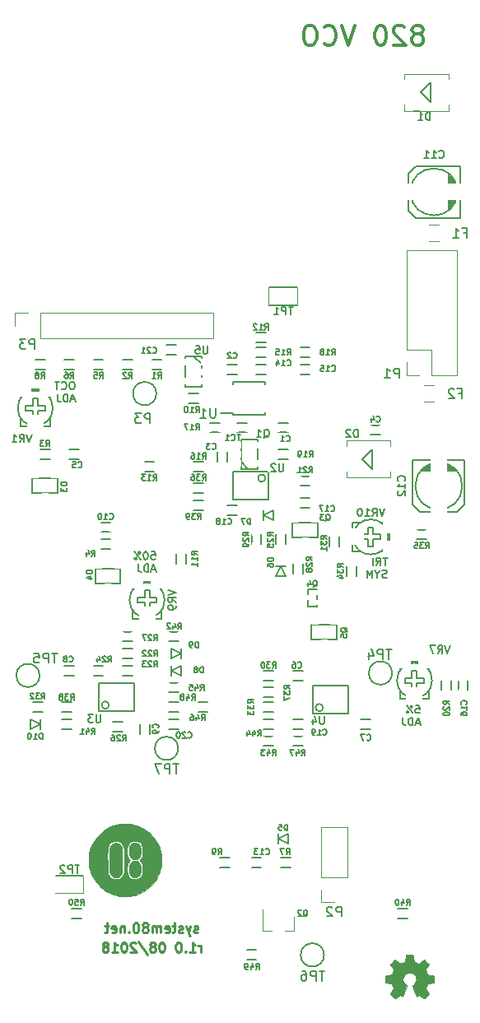
<source format=gbo>
G04 #@! TF.FileFunction,Legend,Bot*
%FSLAX46Y46*%
G04 Gerber Fmt 4.6, Leading zero omitted, Abs format (unit mm)*
G04 Created by KiCad (PCBNEW 4.0.2-stable) date 2018-09-14 12:35:55 PM*
%MOMM*%
G01*
G04 APERTURE LIST*
%ADD10C,0.200000*%
%ADD11C,0.150000*%
%ADD12C,0.350000*%
%ADD13C,0.250000*%
%ADD14C,0.002540*%
%ADD15C,0.120000*%
%ADD16C,0.066040*%
%ADD17C,0.101600*%
%ADD18C,0.203200*%
%ADD19C,0.127000*%
%ADD20C,0.010000*%
%ADD21C,0.152400*%
%ADD22R,1.800000X1.800000*%
%ADD23O,1.800000X1.800000*%
%ADD24R,3.099740X1.700200*%
%ADD25R,1.700200X3.099740*%
%ADD26R,2.497760X2.497760*%
%ADD27R,0.801040X1.100760*%
%ADD28R,0.709600X0.862000*%
%ADD29R,0.862000X0.709600*%
%ADD30R,1.100000X1.350000*%
%ADD31O,2.600000X4.100000*%
%ADD32O,2.100000X2.600000*%
%ADD33O,3.600000X1.600000*%
%ADD34R,0.900000X0.650000*%
%ADD35R,0.900000X1.000000*%
%ADD36R,0.700000X0.600000*%
%ADD37C,1.624000*%
%ADD38R,1.600000X2.100000*%
%ADD39R,2.900000X1.700000*%
%ADD40C,1.900000*%
%ADD41R,1.550000X0.550000*%
%ADD42R,1.400480X0.500000*%
%ADD43R,1.700000X1.600000*%
%ADD44R,1.300000X1.300000*%
%ADD45O,2.900000X3.600000*%
%ADD46C,1.850000*%
%ADD47C,1.370000*%
%ADD48R,1.600000X1.700000*%
%ADD49R,1.000000X0.900000*%
G04 APERTURE END LIST*
D10*
D11*
X134128571Y-109326905D02*
X134509524Y-109326905D01*
X134547619Y-109707857D01*
X134509524Y-109669762D01*
X134433333Y-109631667D01*
X134242857Y-109631667D01*
X134166667Y-109669762D01*
X134128571Y-109707857D01*
X134090476Y-109784048D01*
X134090476Y-109974524D01*
X134128571Y-110050714D01*
X134166667Y-110088810D01*
X134242857Y-110126905D01*
X134433333Y-110126905D01*
X134509524Y-110088810D01*
X134547619Y-110050714D01*
X133785714Y-110126905D02*
X133176190Y-109326905D01*
X133671428Y-109326905D02*
X133595238Y-109365000D01*
X133557143Y-109441190D01*
X133595238Y-109517381D01*
X133671428Y-109555476D01*
X133747619Y-109517381D01*
X133785714Y-109441190D01*
X133747619Y-109365000D01*
X133671428Y-109326905D01*
X133214285Y-110088810D02*
X133176190Y-110012619D01*
X133214285Y-109936429D01*
X133290476Y-109898333D01*
X133366666Y-109936429D01*
X133404762Y-110012619D01*
X133366666Y-110088810D01*
X133290476Y-110126905D01*
X133214285Y-110088810D01*
X134547619Y-111168333D02*
X134166667Y-111168333D01*
X134623810Y-111396905D02*
X134357143Y-110596905D01*
X134090476Y-111396905D01*
X133823810Y-111396905D02*
X133823810Y-110596905D01*
X133633334Y-110596905D01*
X133519048Y-110635000D01*
X133442857Y-110711190D01*
X133404762Y-110787381D01*
X133366667Y-110939762D01*
X133366667Y-111054048D01*
X133404762Y-111206429D01*
X133442857Y-111282619D01*
X133519048Y-111358810D01*
X133633334Y-111396905D01*
X133823810Y-111396905D01*
X132795238Y-110596905D02*
X132795238Y-111168333D01*
X132833334Y-111282619D01*
X132909524Y-111358810D01*
X133023810Y-111396905D01*
X133100000Y-111396905D01*
X106928571Y-93526905D02*
X107309524Y-93526905D01*
X107347619Y-93907857D01*
X107309524Y-93869762D01*
X107233333Y-93831667D01*
X107042857Y-93831667D01*
X106966667Y-93869762D01*
X106928571Y-93907857D01*
X106890476Y-93984048D01*
X106890476Y-94174524D01*
X106928571Y-94250714D01*
X106966667Y-94288810D01*
X107042857Y-94326905D01*
X107233333Y-94326905D01*
X107309524Y-94288810D01*
X107347619Y-94250714D01*
X106395238Y-93526905D02*
X106319047Y-93526905D01*
X106242857Y-93565000D01*
X106204762Y-93603095D01*
X106166666Y-93679286D01*
X106128571Y-93831667D01*
X106128571Y-94022143D01*
X106166666Y-94174524D01*
X106204762Y-94250714D01*
X106242857Y-94288810D01*
X106319047Y-94326905D01*
X106395238Y-94326905D01*
X106471428Y-94288810D01*
X106509524Y-94250714D01*
X106547619Y-94174524D01*
X106585714Y-94022143D01*
X106585714Y-93831667D01*
X106547619Y-93679286D01*
X106509524Y-93603095D01*
X106471428Y-93565000D01*
X106395238Y-93526905D01*
X105823809Y-94326905D02*
X105214285Y-93526905D01*
X105709523Y-93526905D02*
X105633333Y-93565000D01*
X105595238Y-93641190D01*
X105633333Y-93717381D01*
X105709523Y-93755476D01*
X105785714Y-93717381D01*
X105823809Y-93641190D01*
X105785714Y-93565000D01*
X105709523Y-93526905D01*
X105252380Y-94288810D02*
X105214285Y-94212619D01*
X105252380Y-94136429D01*
X105328571Y-94098333D01*
X105404761Y-94136429D01*
X105442857Y-94212619D01*
X105404761Y-94288810D01*
X105328571Y-94326905D01*
X105252380Y-94288810D01*
X107347619Y-95368333D02*
X106966667Y-95368333D01*
X107423810Y-95596905D02*
X107157143Y-94796905D01*
X106890476Y-95596905D01*
X106623810Y-95596905D02*
X106623810Y-94796905D01*
X106433334Y-94796905D01*
X106319048Y-94835000D01*
X106242857Y-94911190D01*
X106204762Y-94987381D01*
X106166667Y-95139762D01*
X106166667Y-95254048D01*
X106204762Y-95406429D01*
X106242857Y-95482619D01*
X106319048Y-95558810D01*
X106433334Y-95596905D01*
X106623810Y-95596905D01*
X105595238Y-94796905D02*
X105595238Y-95368333D01*
X105633334Y-95482619D01*
X105709524Y-95558810D01*
X105823810Y-95596905D01*
X105900000Y-95596905D01*
X131223810Y-94126905D02*
X130766667Y-94126905D01*
X130995238Y-94926905D02*
X130995238Y-94126905D01*
X130042857Y-94926905D02*
X130309524Y-94545952D01*
X130500000Y-94926905D02*
X130500000Y-94126905D01*
X130195238Y-94126905D01*
X130119047Y-94165000D01*
X130080952Y-94203095D01*
X130042857Y-94279286D01*
X130042857Y-94393571D01*
X130080952Y-94469762D01*
X130119047Y-94507857D01*
X130195238Y-94545952D01*
X130500000Y-94545952D01*
X129700000Y-94926905D02*
X129700000Y-94126905D01*
X131147619Y-96158810D02*
X131033333Y-96196905D01*
X130842857Y-96196905D01*
X130766667Y-96158810D01*
X130728571Y-96120714D01*
X130690476Y-96044524D01*
X130690476Y-95968333D01*
X130728571Y-95892143D01*
X130766667Y-95854048D01*
X130842857Y-95815952D01*
X130995238Y-95777857D01*
X131071429Y-95739762D01*
X131109524Y-95701667D01*
X131147619Y-95625476D01*
X131147619Y-95549286D01*
X131109524Y-95473095D01*
X131071429Y-95435000D01*
X130995238Y-95396905D01*
X130804762Y-95396905D01*
X130690476Y-95435000D01*
X130195238Y-95815952D02*
X130195238Y-96196905D01*
X130461905Y-95396905D02*
X130195238Y-95815952D01*
X129928571Y-95396905D01*
X129661905Y-96196905D02*
X129661905Y-95396905D01*
X129395238Y-95968333D01*
X129128571Y-95396905D01*
X129128571Y-96196905D01*
X98857143Y-76026905D02*
X98704762Y-76026905D01*
X98628571Y-76065000D01*
X98552381Y-76141190D01*
X98514286Y-76293571D01*
X98514286Y-76560238D01*
X98552381Y-76712619D01*
X98628571Y-76788810D01*
X98704762Y-76826905D01*
X98857143Y-76826905D01*
X98933333Y-76788810D01*
X99009524Y-76712619D01*
X99047619Y-76560238D01*
X99047619Y-76293571D01*
X99009524Y-76141190D01*
X98933333Y-76065000D01*
X98857143Y-76026905D01*
X97714286Y-76750714D02*
X97752381Y-76788810D01*
X97866667Y-76826905D01*
X97942857Y-76826905D01*
X98057143Y-76788810D01*
X98133334Y-76712619D01*
X98171429Y-76636429D01*
X98209524Y-76484048D01*
X98209524Y-76369762D01*
X98171429Y-76217381D01*
X98133334Y-76141190D01*
X98057143Y-76065000D01*
X97942857Y-76026905D01*
X97866667Y-76026905D01*
X97752381Y-76065000D01*
X97714286Y-76103095D01*
X97485715Y-76026905D02*
X97028572Y-76026905D01*
X97257143Y-76826905D02*
X97257143Y-76026905D01*
X99047619Y-77868333D02*
X98666667Y-77868333D01*
X99123810Y-78096905D02*
X98857143Y-77296905D01*
X98590476Y-78096905D01*
X98323810Y-78096905D02*
X98323810Y-77296905D01*
X98133334Y-77296905D01*
X98019048Y-77335000D01*
X97942857Y-77411190D01*
X97904762Y-77487381D01*
X97866667Y-77639762D01*
X97866667Y-77754048D01*
X97904762Y-77906429D01*
X97942857Y-77982619D01*
X98019048Y-78058810D01*
X98133334Y-78096905D01*
X98323810Y-78096905D01*
X97295238Y-77296905D02*
X97295238Y-77868333D01*
X97333334Y-77982619D01*
X97409524Y-78058810D01*
X97523810Y-78096905D01*
X97600000Y-78096905D01*
D12*
X134511905Y-40261905D02*
X134702381Y-40166667D01*
X134797620Y-40071429D01*
X134892858Y-39880952D01*
X134892858Y-39785714D01*
X134797620Y-39595238D01*
X134702381Y-39500000D01*
X134511905Y-39404762D01*
X134130953Y-39404762D01*
X133940477Y-39500000D01*
X133845239Y-39595238D01*
X133750000Y-39785714D01*
X133750000Y-39880952D01*
X133845239Y-40071429D01*
X133940477Y-40166667D01*
X134130953Y-40261905D01*
X134511905Y-40261905D01*
X134702381Y-40357143D01*
X134797620Y-40452381D01*
X134892858Y-40642857D01*
X134892858Y-41023810D01*
X134797620Y-41214286D01*
X134702381Y-41309524D01*
X134511905Y-41404762D01*
X134130953Y-41404762D01*
X133940477Y-41309524D01*
X133845239Y-41214286D01*
X133750000Y-41023810D01*
X133750000Y-40642857D01*
X133845239Y-40452381D01*
X133940477Y-40357143D01*
X134130953Y-40261905D01*
X132988096Y-39595238D02*
X132892858Y-39500000D01*
X132702381Y-39404762D01*
X132226191Y-39404762D01*
X132035715Y-39500000D01*
X131940477Y-39595238D01*
X131845238Y-39785714D01*
X131845238Y-39976190D01*
X131940477Y-40261905D01*
X133083334Y-41404762D01*
X131845238Y-41404762D01*
X130607143Y-39404762D02*
X130416667Y-39404762D01*
X130226191Y-39500000D01*
X130130953Y-39595238D01*
X130035715Y-39785714D01*
X129940476Y-40166667D01*
X129940476Y-40642857D01*
X130035715Y-41023810D01*
X130130953Y-41214286D01*
X130226191Y-41309524D01*
X130416667Y-41404762D01*
X130607143Y-41404762D01*
X130797619Y-41309524D01*
X130892857Y-41214286D01*
X130988096Y-41023810D01*
X131083334Y-40642857D01*
X131083334Y-40166667D01*
X130988096Y-39785714D01*
X130892857Y-39595238D01*
X130797619Y-39500000D01*
X130607143Y-39404762D01*
X127845238Y-39404762D02*
X127178571Y-41404762D01*
X126511904Y-39404762D01*
X124702380Y-41214286D02*
X124797618Y-41309524D01*
X125083333Y-41404762D01*
X125273809Y-41404762D01*
X125559523Y-41309524D01*
X125749999Y-41119048D01*
X125845238Y-40928571D01*
X125940476Y-40547619D01*
X125940476Y-40261905D01*
X125845238Y-39880952D01*
X125749999Y-39690476D01*
X125559523Y-39500000D01*
X125273809Y-39404762D01*
X125083333Y-39404762D01*
X124797618Y-39500000D01*
X124702380Y-39595238D01*
X123464285Y-39404762D02*
X123083333Y-39404762D01*
X122892857Y-39500000D01*
X122702380Y-39690476D01*
X122607142Y-40071429D01*
X122607142Y-40738095D01*
X122702380Y-41119048D01*
X122892857Y-41309524D01*
X123083333Y-41404762D01*
X123464285Y-41404762D01*
X123654761Y-41309524D01*
X123845238Y-41119048D01*
X123940476Y-40738095D01*
X123940476Y-40071429D01*
X123845238Y-39690476D01*
X123654761Y-39500000D01*
X123464285Y-39404762D01*
D13*
X111738096Y-132654762D02*
X111642858Y-132702381D01*
X111452382Y-132702381D01*
X111357143Y-132654762D01*
X111309524Y-132559524D01*
X111309524Y-132511905D01*
X111357143Y-132416667D01*
X111452382Y-132369048D01*
X111595239Y-132369048D01*
X111690477Y-132321429D01*
X111738096Y-132226190D01*
X111738096Y-132178571D01*
X111690477Y-132083333D01*
X111595239Y-132035714D01*
X111452382Y-132035714D01*
X111357143Y-132083333D01*
X110976191Y-132035714D02*
X110738096Y-132702381D01*
X110500000Y-132035714D02*
X110738096Y-132702381D01*
X110833334Y-132940476D01*
X110880953Y-132988095D01*
X110976191Y-133035714D01*
X110166667Y-132654762D02*
X110071429Y-132702381D01*
X109880953Y-132702381D01*
X109785714Y-132654762D01*
X109738095Y-132559524D01*
X109738095Y-132511905D01*
X109785714Y-132416667D01*
X109880953Y-132369048D01*
X110023810Y-132369048D01*
X110119048Y-132321429D01*
X110166667Y-132226190D01*
X110166667Y-132178571D01*
X110119048Y-132083333D01*
X110023810Y-132035714D01*
X109880953Y-132035714D01*
X109785714Y-132083333D01*
X109452381Y-132035714D02*
X109071429Y-132035714D01*
X109309524Y-131702381D02*
X109309524Y-132559524D01*
X109261905Y-132654762D01*
X109166667Y-132702381D01*
X109071429Y-132702381D01*
X108357142Y-132654762D02*
X108452380Y-132702381D01*
X108642857Y-132702381D01*
X108738095Y-132654762D01*
X108785714Y-132559524D01*
X108785714Y-132178571D01*
X108738095Y-132083333D01*
X108642857Y-132035714D01*
X108452380Y-132035714D01*
X108357142Y-132083333D01*
X108309523Y-132178571D01*
X108309523Y-132273810D01*
X108785714Y-132369048D01*
X107880952Y-132702381D02*
X107880952Y-132035714D01*
X107880952Y-132130952D02*
X107833333Y-132083333D01*
X107738095Y-132035714D01*
X107595237Y-132035714D01*
X107499999Y-132083333D01*
X107452380Y-132178571D01*
X107452380Y-132702381D01*
X107452380Y-132178571D02*
X107404761Y-132083333D01*
X107309523Y-132035714D01*
X107166666Y-132035714D01*
X107071428Y-132083333D01*
X107023809Y-132178571D01*
X107023809Y-132702381D01*
X106404762Y-132130952D02*
X106500000Y-132083333D01*
X106547619Y-132035714D01*
X106595238Y-131940476D01*
X106595238Y-131892857D01*
X106547619Y-131797619D01*
X106500000Y-131750000D01*
X106404762Y-131702381D01*
X106214285Y-131702381D01*
X106119047Y-131750000D01*
X106071428Y-131797619D01*
X106023809Y-131892857D01*
X106023809Y-131940476D01*
X106071428Y-132035714D01*
X106119047Y-132083333D01*
X106214285Y-132130952D01*
X106404762Y-132130952D01*
X106500000Y-132178571D01*
X106547619Y-132226190D01*
X106595238Y-132321429D01*
X106595238Y-132511905D01*
X106547619Y-132607143D01*
X106500000Y-132654762D01*
X106404762Y-132702381D01*
X106214285Y-132702381D01*
X106119047Y-132654762D01*
X106071428Y-132607143D01*
X106023809Y-132511905D01*
X106023809Y-132321429D01*
X106071428Y-132226190D01*
X106119047Y-132178571D01*
X106214285Y-132130952D01*
X105404762Y-131702381D02*
X105309523Y-131702381D01*
X105214285Y-131750000D01*
X105166666Y-131797619D01*
X105119047Y-131892857D01*
X105071428Y-132083333D01*
X105071428Y-132321429D01*
X105119047Y-132511905D01*
X105166666Y-132607143D01*
X105214285Y-132654762D01*
X105309523Y-132702381D01*
X105404762Y-132702381D01*
X105500000Y-132654762D01*
X105547619Y-132607143D01*
X105595238Y-132511905D01*
X105642857Y-132321429D01*
X105642857Y-132083333D01*
X105595238Y-131892857D01*
X105547619Y-131797619D01*
X105500000Y-131750000D01*
X105404762Y-131702381D01*
X104642857Y-132607143D02*
X104595238Y-132654762D01*
X104642857Y-132702381D01*
X104690476Y-132654762D01*
X104642857Y-132607143D01*
X104642857Y-132702381D01*
X104166667Y-132035714D02*
X104166667Y-132702381D01*
X104166667Y-132130952D02*
X104119048Y-132083333D01*
X104023810Y-132035714D01*
X103880952Y-132035714D01*
X103785714Y-132083333D01*
X103738095Y-132178571D01*
X103738095Y-132702381D01*
X102880952Y-132654762D02*
X102976190Y-132702381D01*
X103166667Y-132702381D01*
X103261905Y-132654762D01*
X103309524Y-132559524D01*
X103309524Y-132178571D01*
X103261905Y-132083333D01*
X103166667Y-132035714D01*
X102976190Y-132035714D01*
X102880952Y-132083333D01*
X102833333Y-132178571D01*
X102833333Y-132273810D01*
X103309524Y-132369048D01*
X102547619Y-132035714D02*
X102166667Y-132035714D01*
X102404762Y-131702381D02*
X102404762Y-132559524D01*
X102357143Y-132654762D01*
X102261905Y-132702381D01*
X102166667Y-132702381D01*
X112023810Y-134702381D02*
X112023810Y-134035714D01*
X112023810Y-134226190D02*
X111976191Y-134130952D01*
X111928572Y-134083333D01*
X111833334Y-134035714D01*
X111738095Y-134035714D01*
X110880952Y-134702381D02*
X111452381Y-134702381D01*
X111166667Y-134702381D02*
X111166667Y-133702381D01*
X111261905Y-133845238D01*
X111357143Y-133940476D01*
X111452381Y-133988095D01*
X110452381Y-134607143D02*
X110404762Y-134654762D01*
X110452381Y-134702381D01*
X110500000Y-134654762D01*
X110452381Y-134607143D01*
X110452381Y-134702381D01*
X109785715Y-133702381D02*
X109690476Y-133702381D01*
X109595238Y-133750000D01*
X109547619Y-133797619D01*
X109500000Y-133892857D01*
X109452381Y-134083333D01*
X109452381Y-134321429D01*
X109500000Y-134511905D01*
X109547619Y-134607143D01*
X109595238Y-134654762D01*
X109690476Y-134702381D01*
X109785715Y-134702381D01*
X109880953Y-134654762D01*
X109928572Y-134607143D01*
X109976191Y-134511905D01*
X110023810Y-134321429D01*
X110023810Y-134083333D01*
X109976191Y-133892857D01*
X109928572Y-133797619D01*
X109880953Y-133750000D01*
X109785715Y-133702381D01*
X108071429Y-133702381D02*
X107976190Y-133702381D01*
X107880952Y-133750000D01*
X107833333Y-133797619D01*
X107785714Y-133892857D01*
X107738095Y-134083333D01*
X107738095Y-134321429D01*
X107785714Y-134511905D01*
X107833333Y-134607143D01*
X107880952Y-134654762D01*
X107976190Y-134702381D01*
X108071429Y-134702381D01*
X108166667Y-134654762D01*
X108214286Y-134607143D01*
X108261905Y-134511905D01*
X108309524Y-134321429D01*
X108309524Y-134083333D01*
X108261905Y-133892857D01*
X108214286Y-133797619D01*
X108166667Y-133750000D01*
X108071429Y-133702381D01*
X107166667Y-134130952D02*
X107261905Y-134083333D01*
X107309524Y-134035714D01*
X107357143Y-133940476D01*
X107357143Y-133892857D01*
X107309524Y-133797619D01*
X107261905Y-133750000D01*
X107166667Y-133702381D01*
X106976190Y-133702381D01*
X106880952Y-133750000D01*
X106833333Y-133797619D01*
X106785714Y-133892857D01*
X106785714Y-133940476D01*
X106833333Y-134035714D01*
X106880952Y-134083333D01*
X106976190Y-134130952D01*
X107166667Y-134130952D01*
X107261905Y-134178571D01*
X107309524Y-134226190D01*
X107357143Y-134321429D01*
X107357143Y-134511905D01*
X107309524Y-134607143D01*
X107261905Y-134654762D01*
X107166667Y-134702381D01*
X106976190Y-134702381D01*
X106880952Y-134654762D01*
X106833333Y-134607143D01*
X106785714Y-134511905D01*
X106785714Y-134321429D01*
X106833333Y-134226190D01*
X106880952Y-134178571D01*
X106976190Y-134130952D01*
X105642857Y-133654762D02*
X106500000Y-134940476D01*
X105357143Y-133797619D02*
X105309524Y-133750000D01*
X105214286Y-133702381D01*
X104976190Y-133702381D01*
X104880952Y-133750000D01*
X104833333Y-133797619D01*
X104785714Y-133892857D01*
X104785714Y-133988095D01*
X104833333Y-134130952D01*
X105404762Y-134702381D01*
X104785714Y-134702381D01*
X104166667Y-133702381D02*
X104071428Y-133702381D01*
X103976190Y-133750000D01*
X103928571Y-133797619D01*
X103880952Y-133892857D01*
X103833333Y-134083333D01*
X103833333Y-134321429D01*
X103880952Y-134511905D01*
X103928571Y-134607143D01*
X103976190Y-134654762D01*
X104071428Y-134702381D01*
X104166667Y-134702381D01*
X104261905Y-134654762D01*
X104309524Y-134607143D01*
X104357143Y-134511905D01*
X104404762Y-134321429D01*
X104404762Y-134083333D01*
X104357143Y-133892857D01*
X104309524Y-133797619D01*
X104261905Y-133750000D01*
X104166667Y-133702381D01*
X102880952Y-134702381D02*
X103452381Y-134702381D01*
X103166667Y-134702381D02*
X103166667Y-133702381D01*
X103261905Y-133845238D01*
X103357143Y-133940476D01*
X103452381Y-133988095D01*
X102309524Y-134130952D02*
X102404762Y-134083333D01*
X102452381Y-134035714D01*
X102500000Y-133940476D01*
X102500000Y-133892857D01*
X102452381Y-133797619D01*
X102404762Y-133750000D01*
X102309524Y-133702381D01*
X102119047Y-133702381D01*
X102023809Y-133750000D01*
X101976190Y-133797619D01*
X101928571Y-133892857D01*
X101928571Y-133940476D01*
X101976190Y-134035714D01*
X102023809Y-134083333D01*
X102119047Y-134130952D01*
X102309524Y-134130952D01*
X102404762Y-134178571D01*
X102452381Y-134226190D01*
X102500000Y-134321429D01*
X102500000Y-134511905D01*
X102452381Y-134607143D01*
X102404762Y-134654762D01*
X102309524Y-134702381D01*
X102119047Y-134702381D01*
X102023809Y-134654762D01*
X101976190Y-134607143D01*
X101928571Y-134511905D01*
X101928571Y-134321429D01*
X101976190Y-134226190D01*
X102023809Y-134178571D01*
X102119047Y-134130952D01*
D14*
G36*
X135013840Y-139495360D02*
X134988440Y-139480120D01*
X134930020Y-139444560D01*
X134846200Y-139388680D01*
X134747140Y-139322640D01*
X134648080Y-139256600D01*
X134566800Y-139203260D01*
X134510920Y-139165160D01*
X134485520Y-139152460D01*
X134472820Y-139157540D01*
X134427100Y-139180400D01*
X134358520Y-139215960D01*
X134317880Y-139236280D01*
X134256920Y-139261680D01*
X134223900Y-139269300D01*
X134218820Y-139259140D01*
X134195960Y-139210880D01*
X134160400Y-139129600D01*
X134114680Y-139020380D01*
X134058800Y-138893380D01*
X134002920Y-138758760D01*
X133944500Y-138619060D01*
X133888620Y-138484440D01*
X133840360Y-138365060D01*
X133799720Y-138268540D01*
X133774320Y-138199960D01*
X133764160Y-138172020D01*
X133766700Y-138164400D01*
X133799720Y-138133920D01*
X133853060Y-138093280D01*
X133972440Y-137996760D01*
X134089280Y-137851980D01*
X134160400Y-137686880D01*
X134183260Y-137501460D01*
X134162940Y-137331280D01*
X134096900Y-137168720D01*
X133982600Y-137021400D01*
X133842900Y-136912180D01*
X133680340Y-136843600D01*
X133500000Y-136820740D01*
X133327280Y-136841060D01*
X133159640Y-136907100D01*
X133012320Y-137018860D01*
X132948820Y-137089980D01*
X132862460Y-137239840D01*
X132814200Y-137397320D01*
X132809120Y-137437960D01*
X132816740Y-137613220D01*
X132867540Y-137783400D01*
X132961520Y-137933260D01*
X133091060Y-138057720D01*
X133106300Y-138067880D01*
X133164720Y-138113600D01*
X133205360Y-138144080D01*
X133235840Y-138169480D01*
X133012320Y-138707960D01*
X132976760Y-138791780D01*
X132915800Y-138939100D01*
X132862460Y-139066100D01*
X132819280Y-139167700D01*
X132788800Y-139233740D01*
X132776100Y-139261680D01*
X132776100Y-139264220D01*
X132755780Y-139266760D01*
X132715140Y-139251520D01*
X132638940Y-139215960D01*
X132590680Y-139190560D01*
X132532260Y-139162620D01*
X132506860Y-139152460D01*
X132484000Y-139165160D01*
X132430660Y-139200720D01*
X132349380Y-139254060D01*
X132252860Y-139317560D01*
X132161420Y-139381060D01*
X132077600Y-139436940D01*
X132016640Y-139475040D01*
X131986160Y-139492820D01*
X131981080Y-139492820D01*
X131955680Y-139477580D01*
X131907420Y-139436940D01*
X131833760Y-139368360D01*
X131729620Y-139264220D01*
X131714380Y-139248980D01*
X131628020Y-139162620D01*
X131559440Y-139088960D01*
X131513720Y-139038160D01*
X131495940Y-139015300D01*
X131495940Y-139015300D01*
X131511180Y-138984820D01*
X131549280Y-138923860D01*
X131605160Y-138837500D01*
X131673740Y-138738440D01*
X131851540Y-138479360D01*
X131755020Y-138235520D01*
X131724540Y-138159320D01*
X131686440Y-138070420D01*
X131658500Y-138004380D01*
X131643260Y-137976440D01*
X131617860Y-137966280D01*
X131549280Y-137951040D01*
X131452760Y-137930720D01*
X131338460Y-137910400D01*
X131226700Y-137890080D01*
X131127640Y-137869760D01*
X131056520Y-137857060D01*
X131023500Y-137849440D01*
X131015880Y-137844360D01*
X131008260Y-137829120D01*
X131005720Y-137796100D01*
X131003180Y-137735140D01*
X131000640Y-137641160D01*
X131000640Y-137501460D01*
X131000640Y-137486220D01*
X131003180Y-137356680D01*
X131005720Y-137250000D01*
X131008260Y-137183960D01*
X131013340Y-137156020D01*
X131013340Y-137156020D01*
X131043820Y-137148400D01*
X131114940Y-137133160D01*
X131214000Y-137115380D01*
X131333380Y-137092520D01*
X131341000Y-137089980D01*
X131457840Y-137067120D01*
X131556900Y-137046800D01*
X131628020Y-137031560D01*
X131655960Y-137021400D01*
X131663580Y-137013780D01*
X131686440Y-136968060D01*
X131719460Y-136894400D01*
X131760100Y-136805500D01*
X131798200Y-136711520D01*
X131831220Y-136627700D01*
X131854080Y-136566740D01*
X131861700Y-136538800D01*
X131859160Y-136536260D01*
X131841380Y-136508320D01*
X131800740Y-136447360D01*
X131744860Y-136363540D01*
X131676280Y-136261940D01*
X131671200Y-136254320D01*
X131602620Y-136155260D01*
X131546740Y-136068900D01*
X131511180Y-136010480D01*
X131495940Y-135982540D01*
X131495940Y-135980000D01*
X131518800Y-135949520D01*
X131569600Y-135893640D01*
X131643260Y-135817440D01*
X131729620Y-135728540D01*
X131757560Y-135703140D01*
X131856620Y-135606620D01*
X131922660Y-135545660D01*
X131965840Y-135512640D01*
X131986160Y-135505020D01*
X131986160Y-135505020D01*
X132016640Y-135522800D01*
X132080140Y-135563440D01*
X132163960Y-135621860D01*
X132265560Y-135690440D01*
X132273180Y-135695520D01*
X132372240Y-135764100D01*
X132456060Y-135819980D01*
X132514480Y-135860620D01*
X132542420Y-135875860D01*
X132544960Y-135875860D01*
X132585600Y-135863160D01*
X132656720Y-135837760D01*
X132745620Y-135804740D01*
X132837060Y-135766640D01*
X132920880Y-135731080D01*
X132984380Y-135703140D01*
X133014860Y-135685360D01*
X133014860Y-135685360D01*
X133025020Y-135649800D01*
X133042800Y-135573600D01*
X133063120Y-135472000D01*
X133088520Y-135350080D01*
X133091060Y-135329760D01*
X133113920Y-135210380D01*
X133131700Y-135111320D01*
X133146940Y-135042740D01*
X133154560Y-135014800D01*
X133169800Y-135012260D01*
X133228220Y-135007180D01*
X133317120Y-135004640D01*
X133426340Y-135004640D01*
X133538100Y-135004640D01*
X133647320Y-135007180D01*
X133741300Y-135009720D01*
X133809880Y-135014800D01*
X133837820Y-135019880D01*
X133837820Y-135022420D01*
X133847980Y-135060520D01*
X133865760Y-135134180D01*
X133886080Y-135238320D01*
X133908940Y-135360240D01*
X133914020Y-135383100D01*
X133936880Y-135499940D01*
X133957200Y-135599000D01*
X133969900Y-135665040D01*
X133977520Y-135692980D01*
X133990220Y-135698060D01*
X134038480Y-135718380D01*
X134117220Y-135751400D01*
X134216280Y-135792040D01*
X134444880Y-135883480D01*
X134726820Y-135692980D01*
X134752220Y-135675200D01*
X134853820Y-135606620D01*
X134935100Y-135550740D01*
X134993520Y-135512640D01*
X135016380Y-135499940D01*
X135018920Y-135499940D01*
X135046860Y-135525340D01*
X135102740Y-135578680D01*
X135178940Y-135652340D01*
X135267840Y-135738700D01*
X135331340Y-135804740D01*
X135410080Y-135883480D01*
X135458340Y-135936820D01*
X135486280Y-135969840D01*
X135493900Y-135990160D01*
X135491360Y-136005400D01*
X135473580Y-136033340D01*
X135432940Y-136094300D01*
X135374520Y-136180660D01*
X135305940Y-136279720D01*
X135250060Y-136363540D01*
X135189100Y-136457520D01*
X135151000Y-136523560D01*
X135135760Y-136556580D01*
X135140840Y-136569280D01*
X135158620Y-136625160D01*
X135194180Y-136708980D01*
X135234820Y-136808040D01*
X135333880Y-137029020D01*
X135478660Y-137056960D01*
X135567560Y-137074740D01*
X135689480Y-137097600D01*
X135808860Y-137120460D01*
X135991740Y-137156020D01*
X135999360Y-137831660D01*
X135971420Y-137844360D01*
X135943480Y-137851980D01*
X135874900Y-137867220D01*
X135778380Y-137887540D01*
X135661540Y-137907860D01*
X135565020Y-137925640D01*
X135465960Y-137945960D01*
X135394840Y-137958660D01*
X135364360Y-137966280D01*
X135354200Y-137976440D01*
X135331340Y-138024700D01*
X135295780Y-138100900D01*
X135255140Y-138192340D01*
X135217040Y-138286320D01*
X135181480Y-138375220D01*
X135158620Y-138441260D01*
X135148460Y-138474280D01*
X135161160Y-138502220D01*
X135199260Y-138560640D01*
X135252600Y-138641920D01*
X135321180Y-138740980D01*
X135387220Y-138837500D01*
X135445640Y-138921320D01*
X135483740Y-138982280D01*
X135501520Y-139010220D01*
X135491360Y-139028000D01*
X135453260Y-139076260D01*
X135379600Y-139152460D01*
X135267840Y-139261680D01*
X135250060Y-139279460D01*
X135163700Y-139363280D01*
X135090040Y-139431860D01*
X135036700Y-139477580D01*
X135013840Y-139495360D01*
X135013840Y-139495360D01*
G37*
X135013840Y-139495360D02*
X134988440Y-139480120D01*
X134930020Y-139444560D01*
X134846200Y-139388680D01*
X134747140Y-139322640D01*
X134648080Y-139256600D01*
X134566800Y-139203260D01*
X134510920Y-139165160D01*
X134485520Y-139152460D01*
X134472820Y-139157540D01*
X134427100Y-139180400D01*
X134358520Y-139215960D01*
X134317880Y-139236280D01*
X134256920Y-139261680D01*
X134223900Y-139269300D01*
X134218820Y-139259140D01*
X134195960Y-139210880D01*
X134160400Y-139129600D01*
X134114680Y-139020380D01*
X134058800Y-138893380D01*
X134002920Y-138758760D01*
X133944500Y-138619060D01*
X133888620Y-138484440D01*
X133840360Y-138365060D01*
X133799720Y-138268540D01*
X133774320Y-138199960D01*
X133764160Y-138172020D01*
X133766700Y-138164400D01*
X133799720Y-138133920D01*
X133853060Y-138093280D01*
X133972440Y-137996760D01*
X134089280Y-137851980D01*
X134160400Y-137686880D01*
X134183260Y-137501460D01*
X134162940Y-137331280D01*
X134096900Y-137168720D01*
X133982600Y-137021400D01*
X133842900Y-136912180D01*
X133680340Y-136843600D01*
X133500000Y-136820740D01*
X133327280Y-136841060D01*
X133159640Y-136907100D01*
X133012320Y-137018860D01*
X132948820Y-137089980D01*
X132862460Y-137239840D01*
X132814200Y-137397320D01*
X132809120Y-137437960D01*
X132816740Y-137613220D01*
X132867540Y-137783400D01*
X132961520Y-137933260D01*
X133091060Y-138057720D01*
X133106300Y-138067880D01*
X133164720Y-138113600D01*
X133205360Y-138144080D01*
X133235840Y-138169480D01*
X133012320Y-138707960D01*
X132976760Y-138791780D01*
X132915800Y-138939100D01*
X132862460Y-139066100D01*
X132819280Y-139167700D01*
X132788800Y-139233740D01*
X132776100Y-139261680D01*
X132776100Y-139264220D01*
X132755780Y-139266760D01*
X132715140Y-139251520D01*
X132638940Y-139215960D01*
X132590680Y-139190560D01*
X132532260Y-139162620D01*
X132506860Y-139152460D01*
X132484000Y-139165160D01*
X132430660Y-139200720D01*
X132349380Y-139254060D01*
X132252860Y-139317560D01*
X132161420Y-139381060D01*
X132077600Y-139436940D01*
X132016640Y-139475040D01*
X131986160Y-139492820D01*
X131981080Y-139492820D01*
X131955680Y-139477580D01*
X131907420Y-139436940D01*
X131833760Y-139368360D01*
X131729620Y-139264220D01*
X131714380Y-139248980D01*
X131628020Y-139162620D01*
X131559440Y-139088960D01*
X131513720Y-139038160D01*
X131495940Y-139015300D01*
X131495940Y-139015300D01*
X131511180Y-138984820D01*
X131549280Y-138923860D01*
X131605160Y-138837500D01*
X131673740Y-138738440D01*
X131851540Y-138479360D01*
X131755020Y-138235520D01*
X131724540Y-138159320D01*
X131686440Y-138070420D01*
X131658500Y-138004380D01*
X131643260Y-137976440D01*
X131617860Y-137966280D01*
X131549280Y-137951040D01*
X131452760Y-137930720D01*
X131338460Y-137910400D01*
X131226700Y-137890080D01*
X131127640Y-137869760D01*
X131056520Y-137857060D01*
X131023500Y-137849440D01*
X131015880Y-137844360D01*
X131008260Y-137829120D01*
X131005720Y-137796100D01*
X131003180Y-137735140D01*
X131000640Y-137641160D01*
X131000640Y-137501460D01*
X131000640Y-137486220D01*
X131003180Y-137356680D01*
X131005720Y-137250000D01*
X131008260Y-137183960D01*
X131013340Y-137156020D01*
X131013340Y-137156020D01*
X131043820Y-137148400D01*
X131114940Y-137133160D01*
X131214000Y-137115380D01*
X131333380Y-137092520D01*
X131341000Y-137089980D01*
X131457840Y-137067120D01*
X131556900Y-137046800D01*
X131628020Y-137031560D01*
X131655960Y-137021400D01*
X131663580Y-137013780D01*
X131686440Y-136968060D01*
X131719460Y-136894400D01*
X131760100Y-136805500D01*
X131798200Y-136711520D01*
X131831220Y-136627700D01*
X131854080Y-136566740D01*
X131861700Y-136538800D01*
X131859160Y-136536260D01*
X131841380Y-136508320D01*
X131800740Y-136447360D01*
X131744860Y-136363540D01*
X131676280Y-136261940D01*
X131671200Y-136254320D01*
X131602620Y-136155260D01*
X131546740Y-136068900D01*
X131511180Y-136010480D01*
X131495940Y-135982540D01*
X131495940Y-135980000D01*
X131518800Y-135949520D01*
X131569600Y-135893640D01*
X131643260Y-135817440D01*
X131729620Y-135728540D01*
X131757560Y-135703140D01*
X131856620Y-135606620D01*
X131922660Y-135545660D01*
X131965840Y-135512640D01*
X131986160Y-135505020D01*
X131986160Y-135505020D01*
X132016640Y-135522800D01*
X132080140Y-135563440D01*
X132163960Y-135621860D01*
X132265560Y-135690440D01*
X132273180Y-135695520D01*
X132372240Y-135764100D01*
X132456060Y-135819980D01*
X132514480Y-135860620D01*
X132542420Y-135875860D01*
X132544960Y-135875860D01*
X132585600Y-135863160D01*
X132656720Y-135837760D01*
X132745620Y-135804740D01*
X132837060Y-135766640D01*
X132920880Y-135731080D01*
X132984380Y-135703140D01*
X133014860Y-135685360D01*
X133014860Y-135685360D01*
X133025020Y-135649800D01*
X133042800Y-135573600D01*
X133063120Y-135472000D01*
X133088520Y-135350080D01*
X133091060Y-135329760D01*
X133113920Y-135210380D01*
X133131700Y-135111320D01*
X133146940Y-135042740D01*
X133154560Y-135014800D01*
X133169800Y-135012260D01*
X133228220Y-135007180D01*
X133317120Y-135004640D01*
X133426340Y-135004640D01*
X133538100Y-135004640D01*
X133647320Y-135007180D01*
X133741300Y-135009720D01*
X133809880Y-135014800D01*
X133837820Y-135019880D01*
X133837820Y-135022420D01*
X133847980Y-135060520D01*
X133865760Y-135134180D01*
X133886080Y-135238320D01*
X133908940Y-135360240D01*
X133914020Y-135383100D01*
X133936880Y-135499940D01*
X133957200Y-135599000D01*
X133969900Y-135665040D01*
X133977520Y-135692980D01*
X133990220Y-135698060D01*
X134038480Y-135718380D01*
X134117220Y-135751400D01*
X134216280Y-135792040D01*
X134444880Y-135883480D01*
X134726820Y-135692980D01*
X134752220Y-135675200D01*
X134853820Y-135606620D01*
X134935100Y-135550740D01*
X134993520Y-135512640D01*
X135016380Y-135499940D01*
X135018920Y-135499940D01*
X135046860Y-135525340D01*
X135102740Y-135578680D01*
X135178940Y-135652340D01*
X135267840Y-135738700D01*
X135331340Y-135804740D01*
X135410080Y-135883480D01*
X135458340Y-135936820D01*
X135486280Y-135969840D01*
X135493900Y-135990160D01*
X135491360Y-136005400D01*
X135473580Y-136033340D01*
X135432940Y-136094300D01*
X135374520Y-136180660D01*
X135305940Y-136279720D01*
X135250060Y-136363540D01*
X135189100Y-136457520D01*
X135151000Y-136523560D01*
X135135760Y-136556580D01*
X135140840Y-136569280D01*
X135158620Y-136625160D01*
X135194180Y-136708980D01*
X135234820Y-136808040D01*
X135333880Y-137029020D01*
X135478660Y-137056960D01*
X135567560Y-137074740D01*
X135689480Y-137097600D01*
X135808860Y-137120460D01*
X135991740Y-137156020D01*
X135999360Y-137831660D01*
X135971420Y-137844360D01*
X135943480Y-137851980D01*
X135874900Y-137867220D01*
X135778380Y-137887540D01*
X135661540Y-137907860D01*
X135565020Y-137925640D01*
X135465960Y-137945960D01*
X135394840Y-137958660D01*
X135364360Y-137966280D01*
X135354200Y-137976440D01*
X135331340Y-138024700D01*
X135295780Y-138100900D01*
X135255140Y-138192340D01*
X135217040Y-138286320D01*
X135181480Y-138375220D01*
X135158620Y-138441260D01*
X135148460Y-138474280D01*
X135161160Y-138502220D01*
X135199260Y-138560640D01*
X135252600Y-138641920D01*
X135321180Y-138740980D01*
X135387220Y-138837500D01*
X135445640Y-138921320D01*
X135483740Y-138982280D01*
X135501520Y-139010220D01*
X135491360Y-139028000D01*
X135453260Y-139076260D01*
X135379600Y-139152460D01*
X135267840Y-139261680D01*
X135250060Y-139279460D01*
X135163700Y-139363280D01*
X135090040Y-139431860D01*
X135036700Y-139477580D01*
X135013840Y-139495360D01*
D15*
X113330000Y-68920000D02*
X113330000Y-71580000D01*
X95490000Y-68920000D02*
X113330000Y-68920000D01*
X95490000Y-71580000D02*
X113330000Y-71580000D01*
X95490000Y-68920000D02*
X95490000Y-71580000D01*
X94220000Y-68920000D02*
X92890000Y-68920000D01*
X92890000Y-68920000D02*
X92890000Y-70250000D01*
D11*
X138286000Y-55865000D02*
X138286000Y-57262000D01*
X138159000Y-55611000D02*
X138159000Y-57389000D01*
X138032000Y-55230000D02*
X138032000Y-57770000D01*
X137905000Y-57897000D02*
X137905000Y-55103000D01*
X137778000Y-54976000D02*
X137778000Y-58024000D01*
X137651000Y-58151000D02*
X137651000Y-54849000D01*
X137524000Y-54722000D02*
X137524000Y-58278000D01*
X138667000Y-53833000D02*
X134095000Y-53833000D01*
X134095000Y-53833000D02*
X133333000Y-54595000D01*
X133333000Y-54595000D02*
X133333000Y-58405000D01*
X133333000Y-58405000D02*
X134095000Y-59167000D01*
X134095000Y-59167000D02*
X138667000Y-59167000D01*
X138667000Y-59167000D02*
X138667000Y-53833000D01*
X133841000Y-56500000D02*
X134603000Y-56500000D01*
X134222000Y-56119000D02*
X134222000Y-56881000D01*
X138413000Y-56500000D02*
G75*
G03X138413000Y-56500000I-2413000J0D01*
G01*
X135865000Y-84464000D02*
X137262000Y-84464000D01*
X135611000Y-84591000D02*
X137389000Y-84591000D01*
X135230000Y-84718000D02*
X137770000Y-84718000D01*
X137897000Y-84845000D02*
X135103000Y-84845000D01*
X134976000Y-84972000D02*
X138024000Y-84972000D01*
X138151000Y-85099000D02*
X134849000Y-85099000D01*
X134722000Y-85226000D02*
X138278000Y-85226000D01*
X133833000Y-84083000D02*
X133833000Y-88655000D01*
X133833000Y-88655000D02*
X134595000Y-89417000D01*
X134595000Y-89417000D02*
X138405000Y-89417000D01*
X138405000Y-89417000D02*
X139167000Y-88655000D01*
X139167000Y-88655000D02*
X139167000Y-84083000D01*
X139167000Y-84083000D02*
X133833000Y-84083000D01*
X136500000Y-88909000D02*
X136500000Y-88147000D01*
X136119000Y-88528000D02*
X136881000Y-88528000D01*
X138913000Y-86750000D02*
G75*
G03X138913000Y-86750000I-2413000J0D01*
G01*
D16*
X132989400Y-45160340D02*
X132989400Y-47339660D01*
X137510600Y-45160340D02*
X137510600Y-47339660D01*
X133901260Y-44350080D02*
X134452440Y-44350080D01*
X133901260Y-48149920D02*
X134452440Y-48149920D01*
D17*
X132989400Y-48155000D02*
X137510600Y-48155000D01*
X132989400Y-44345000D02*
X137510600Y-44345000D01*
X132989400Y-44345000D02*
X132989400Y-48155000D01*
X137510600Y-44345000D02*
X137510600Y-48155000D01*
D18*
X135640500Y-47248220D02*
X134621960Y-46250000D01*
X134621960Y-46250000D02*
X135640500Y-45251780D01*
X135640500Y-45251780D02*
X135640500Y-47248220D01*
D16*
X126989400Y-82910340D02*
X126989400Y-85089660D01*
X131510600Y-82910340D02*
X131510600Y-85089660D01*
X127901260Y-82100080D02*
X128452440Y-82100080D01*
X127901260Y-85899920D02*
X128452440Y-85899920D01*
D17*
X126989400Y-85905000D02*
X131510600Y-85905000D01*
X126989400Y-82095000D02*
X131510600Y-82095000D01*
X126989400Y-82095000D02*
X126989400Y-85905000D01*
X131510600Y-82095000D02*
X131510600Y-85905000D01*
D18*
X129640500Y-84998220D02*
X128621960Y-84000000D01*
X128621960Y-84000000D02*
X129640500Y-83001780D01*
X129640500Y-83001780D02*
X129640500Y-84998220D01*
D19*
X97270000Y-85988000D02*
X94666500Y-85988000D01*
X94666500Y-85988000D02*
X94666500Y-87512000D01*
X94666500Y-87512000D02*
X97270000Y-87512000D01*
X97270000Y-87512000D02*
X97270000Y-85988000D01*
X103770000Y-95238000D02*
X101166500Y-95238000D01*
X101166500Y-95238000D02*
X101166500Y-96762000D01*
X101166500Y-96762000D02*
X103770000Y-96762000D01*
X103770000Y-96762000D02*
X103770000Y-95238000D01*
D11*
X119992000Y-122492000D02*
X119992000Y-123508000D01*
X121008000Y-122492000D02*
X121008000Y-123508000D01*
X121008000Y-123508000D02*
X119992000Y-123000000D01*
X119992000Y-123000000D02*
X121008000Y-122492000D01*
X120758000Y-94992000D02*
X119742000Y-94992000D01*
X120758000Y-96008000D02*
X119742000Y-96008000D01*
X119742000Y-96008000D02*
X120250000Y-94992000D01*
X120250000Y-94992000D02*
X120758000Y-96008000D01*
X118492000Y-89242000D02*
X118492000Y-90258000D01*
X119508000Y-89242000D02*
X119508000Y-90258000D01*
X119508000Y-90258000D02*
X118492000Y-89750000D01*
X118492000Y-89750000D02*
X119508000Y-89242000D01*
X108992000Y-105242000D02*
X108992000Y-106258000D01*
X110008000Y-105242000D02*
X110008000Y-106258000D01*
X110008000Y-106258000D02*
X108992000Y-105750000D01*
X108992000Y-105750000D02*
X110008000Y-105242000D01*
X110008000Y-104508000D02*
X110008000Y-103492000D01*
X108992000Y-104508000D02*
X108992000Y-103492000D01*
X108992000Y-103492000D02*
X110008000Y-104000000D01*
X110008000Y-104000000D02*
X108992000Y-104508000D01*
X95508000Y-111758000D02*
X95508000Y-110742000D01*
X94492000Y-111758000D02*
X94492000Y-110742000D01*
X94492000Y-110742000D02*
X95508000Y-111250000D01*
X95508000Y-111250000D02*
X94492000Y-111758000D01*
D15*
X135500000Y-59900000D02*
X136500000Y-59900000D01*
X136500000Y-61600000D02*
X135500000Y-61600000D01*
X136000000Y-78100000D02*
X135000000Y-78100000D01*
X135000000Y-76400000D02*
X136000000Y-76400000D01*
X133170000Y-62510000D02*
X138370000Y-62510000D01*
X133170000Y-72730000D02*
X133170000Y-62510000D01*
X138370000Y-75330000D02*
X138370000Y-62510000D01*
X133170000Y-72730000D02*
X135770000Y-72730000D01*
X135770000Y-72730000D02*
X135770000Y-75330000D01*
X135770000Y-75330000D02*
X138370000Y-75330000D01*
X133170000Y-74000000D02*
X133170000Y-75330000D01*
X133170000Y-75330000D02*
X134500000Y-75330000D01*
X124420000Y-121840000D02*
X127080000Y-121840000D01*
X124420000Y-126980000D02*
X124420000Y-121840000D01*
X127080000Y-126980000D02*
X127080000Y-121840000D01*
X124420000Y-126980000D02*
X127080000Y-126980000D01*
X124420000Y-128250000D02*
X124420000Y-129580000D01*
X124420000Y-129580000D02*
X125750000Y-129580000D01*
D11*
X116850000Y-85000000D02*
X116150000Y-84300000D01*
X116150000Y-81950000D02*
X116150000Y-85050000D01*
X117850000Y-81950000D02*
X116150000Y-81950000D01*
X117850000Y-85050000D02*
X117850000Y-81950000D01*
X116150000Y-85050000D02*
X117850000Y-85050000D01*
D15*
X121580000Y-132510000D02*
X120650000Y-132510000D01*
X118420000Y-132510000D02*
X119350000Y-132510000D01*
X118420000Y-132510000D02*
X118420000Y-130350000D01*
X121580000Y-132510000D02*
X121580000Y-131050000D01*
D19*
X124020000Y-90488000D02*
X121416500Y-90488000D01*
X121416500Y-90488000D02*
X121416500Y-92012000D01*
X121416500Y-92012000D02*
X124020000Y-92012000D01*
X124020000Y-92012000D02*
X124020000Y-90488000D01*
D11*
X123000000Y-99150000D02*
X123000000Y-97350000D01*
X123000000Y-97350000D02*
X124000000Y-97350000D01*
X124000000Y-97350000D02*
X124000000Y-99150000D01*
X124000000Y-99150000D02*
X123000000Y-99150000D01*
D19*
X126020000Y-100988000D02*
X123416500Y-100988000D01*
X123416500Y-100988000D02*
X123416500Y-102512000D01*
X123416500Y-102512000D02*
X126020000Y-102512000D01*
X126020000Y-102512000D02*
X126020000Y-100988000D01*
D11*
X119100000Y-66350000D02*
X121900000Y-66350000D01*
X119100000Y-68150000D02*
X121900000Y-68150000D01*
X121900000Y-68150000D02*
X121900000Y-66350000D01*
X119100000Y-66350000D02*
X119100000Y-68150000D01*
X97100000Y-126850000D02*
X99900000Y-126850000D01*
X97100000Y-128650000D02*
X99900000Y-128650000D01*
X99900000Y-128650000D02*
X99900000Y-126850000D01*
X97100000Y-126850000D02*
X97100000Y-128650000D01*
X107450000Y-77250000D02*
G75*
G03X107450000Y-77250000I-1200000J0D01*
G01*
X131700000Y-106000000D02*
G75*
G03X131700000Y-106000000I-1200000J0D01*
G01*
X95450000Y-106250000D02*
G75*
G03X95450000Y-106250000I-1200000J0D01*
G01*
X124700000Y-135000000D02*
G75*
G03X124700000Y-135000000I-1200000J0D01*
G01*
X109700000Y-113750000D02*
G75*
G03X109700000Y-113750000I-1200000J0D01*
G01*
X115325000Y-79425000D02*
X115325000Y-79250000D01*
X118675000Y-79425000D02*
X118675000Y-79175000D01*
X118675000Y-76075000D02*
X118675000Y-76325000D01*
X115325000Y-76075000D02*
X115325000Y-76325000D01*
X115325000Y-79425000D02*
X118675000Y-79425000D01*
X115325000Y-76075000D02*
X118675000Y-76075000D01*
X115325000Y-79250000D02*
X114075000Y-79250000D01*
D10*
X115350000Y-85320000D02*
X115350000Y-88180000D01*
X115350000Y-88180000D02*
X118950000Y-88180000D01*
X118950000Y-88180000D02*
X118950000Y-85320000D01*
X118928000Y-85312000D02*
X115372000Y-85312000D01*
X118674000Y-85947000D02*
G75*
G03X118674000Y-85947000I-381000J0D01*
G01*
X105150000Y-109930000D02*
X105150000Y-107070000D01*
X105150000Y-107070000D02*
X101550000Y-107070000D01*
X101550000Y-107070000D02*
X101550000Y-109930000D01*
X101572000Y-109938000D02*
X105128000Y-109938000D01*
X102588000Y-109303000D02*
G75*
G03X102588000Y-109303000I-381000J0D01*
G01*
X127150000Y-110180000D02*
X127150000Y-107320000D01*
X127150000Y-107320000D02*
X123550000Y-107320000D01*
X123550000Y-107320000D02*
X123550000Y-110180000D01*
X123572000Y-110188000D02*
X127128000Y-110188000D01*
X124588000Y-109553000D02*
G75*
G03X124588000Y-109553000I-381000J0D01*
G01*
D11*
X111400000Y-73500000D02*
X112100000Y-74200000D01*
X112100000Y-76550000D02*
X112100000Y-73450000D01*
X110400000Y-76550000D02*
X112100000Y-76550000D01*
X110400000Y-73450000D02*
X110400000Y-76550000D01*
X112100000Y-73450000D02*
X110400000Y-73450000D01*
X95250000Y-79750000D02*
X95250000Y-79000000D01*
X95250000Y-79000000D02*
X96000000Y-79000000D01*
X96000000Y-78500000D02*
X95250000Y-78500000D01*
X95250000Y-78500000D02*
X95250000Y-77750000D01*
X94000000Y-78500000D02*
X94750000Y-78500000D01*
X94750000Y-78500000D02*
X94750000Y-77750000D01*
X94750000Y-79750000D02*
X94750000Y-79000000D01*
X94750000Y-79000000D02*
X94000000Y-79000000D01*
X94750000Y-77750000D02*
X95250000Y-77750000D01*
X94750000Y-79750000D02*
X95250000Y-79750000D01*
X96000000Y-79000000D02*
X96000000Y-78500000D01*
X94000000Y-79000000D02*
X94000000Y-78500000D01*
X93500000Y-76850000D02*
X93500000Y-77750000D01*
X93500000Y-76850000D02*
X96500000Y-76850000D01*
X96500000Y-76850000D02*
X96500000Y-77750000D01*
X93500000Y-80650000D02*
X93500000Y-79850000D01*
X93500000Y-80650000D02*
X96500000Y-80650000D01*
X96500000Y-80650000D02*
X96500000Y-79750000D01*
X96802776Y-78750000D02*
G75*
G03X96802776Y-78750000I-1802776J0D01*
G01*
X134250000Y-107750000D02*
X134250000Y-107000000D01*
X134250000Y-107000000D02*
X135000000Y-107000000D01*
X135000000Y-106500000D02*
X134250000Y-106500000D01*
X134250000Y-106500000D02*
X134250000Y-105750000D01*
X133000000Y-106500000D02*
X133750000Y-106500000D01*
X133750000Y-106500000D02*
X133750000Y-105750000D01*
X133750000Y-107750000D02*
X133750000Y-107000000D01*
X133750000Y-107000000D02*
X133000000Y-107000000D01*
X133750000Y-105750000D02*
X134250000Y-105750000D01*
X133750000Y-107750000D02*
X134250000Y-107750000D01*
X135000000Y-107000000D02*
X135000000Y-106500000D01*
X133000000Y-107000000D02*
X133000000Y-106500000D01*
X132500000Y-104850000D02*
X132500000Y-105750000D01*
X132500000Y-104850000D02*
X135500000Y-104850000D01*
X135500000Y-104850000D02*
X135500000Y-105750000D01*
X132500000Y-108650000D02*
X132500000Y-107850000D01*
X132500000Y-108650000D02*
X135500000Y-108650000D01*
X135500000Y-108650000D02*
X135500000Y-107750000D01*
X135802776Y-106750000D02*
G75*
G03X135802776Y-106750000I-1802776J0D01*
G01*
X106750000Y-99500000D02*
X106750000Y-98750000D01*
X106750000Y-98750000D02*
X107500000Y-98750000D01*
X107500000Y-98250000D02*
X106750000Y-98250000D01*
X106750000Y-98250000D02*
X106750000Y-97500000D01*
X105500000Y-98250000D02*
X106250000Y-98250000D01*
X106250000Y-98250000D02*
X106250000Y-97500000D01*
X106250000Y-99500000D02*
X106250000Y-98750000D01*
X106250000Y-98750000D02*
X105500000Y-98750000D01*
X106250000Y-97500000D02*
X106750000Y-97500000D01*
X106250000Y-99500000D02*
X106750000Y-99500000D01*
X107500000Y-98750000D02*
X107500000Y-98250000D01*
X105500000Y-98750000D02*
X105500000Y-98250000D01*
X105000000Y-96600000D02*
X105000000Y-97500000D01*
X105000000Y-96600000D02*
X108000000Y-96600000D01*
X108000000Y-96600000D02*
X108000000Y-97500000D01*
X105000000Y-100400000D02*
X105000000Y-99600000D01*
X105000000Y-100400000D02*
X108000000Y-100400000D01*
X108000000Y-100400000D02*
X108000000Y-99500000D01*
X108302776Y-98500000D02*
G75*
G03X108302776Y-98500000I-1802776J0D01*
G01*
X128500000Y-92250000D02*
X129250000Y-92250000D01*
X129250000Y-92250000D02*
X129250000Y-93000000D01*
X129750000Y-93000000D02*
X129750000Y-92250000D01*
X129750000Y-92250000D02*
X130500000Y-92250000D01*
X129750000Y-91000000D02*
X129750000Y-91750000D01*
X129750000Y-91750000D02*
X130500000Y-91750000D01*
X128500000Y-91750000D02*
X129250000Y-91750000D01*
X129250000Y-91750000D02*
X129250000Y-91000000D01*
X130500000Y-91750000D02*
X130500000Y-92250000D01*
X128500000Y-91750000D02*
X128500000Y-92250000D01*
X129250000Y-93000000D02*
X129750000Y-93000000D01*
X129250000Y-91000000D02*
X129750000Y-91000000D01*
X131400000Y-90500000D02*
X130500000Y-90500000D01*
X131400000Y-90500000D02*
X131400000Y-93500000D01*
X131400000Y-93500000D02*
X130500000Y-93500000D01*
X127600000Y-90500000D02*
X128400000Y-90500000D01*
X127600000Y-90500000D02*
X127600000Y-93500000D01*
X127600000Y-93500000D02*
X128500000Y-93500000D01*
X131302776Y-92000000D02*
G75*
G03X131302776Y-92000000I-1802776J0D01*
G01*
D10*
X120750000Y-92750000D02*
X120750000Y-91750000D01*
X119750000Y-92750000D02*
X119750000Y-91750000D01*
X107000000Y-74750000D02*
X108000000Y-74750000D01*
X107000000Y-73750000D02*
X108000000Y-73750000D01*
X104000000Y-74750000D02*
X105000000Y-74750000D01*
X104000000Y-73750000D02*
X105000000Y-73750000D01*
X96500000Y-83000000D02*
X95500000Y-83000000D01*
X96500000Y-84000000D02*
X95500000Y-84000000D01*
X101750000Y-93250000D02*
X102750000Y-93250000D01*
X101750000Y-92250000D02*
X102750000Y-92250000D01*
X101000000Y-74750000D02*
X102000000Y-74750000D01*
X101000000Y-73750000D02*
X102000000Y-73750000D01*
X98000000Y-74750000D02*
X99000000Y-74750000D01*
X98000000Y-73750000D02*
X99000000Y-73750000D01*
X121250000Y-125000000D02*
X120250000Y-125000000D01*
X121250000Y-126000000D02*
X120250000Y-126000000D01*
X95000000Y-74750000D02*
X96000000Y-74750000D01*
X95000000Y-73750000D02*
X96000000Y-73750000D01*
X115000000Y-125000000D02*
X114000000Y-125000000D01*
X115000000Y-126000000D02*
X114000000Y-126000000D01*
X110750000Y-78250000D02*
X111750000Y-78250000D01*
X110750000Y-77250000D02*
X111750000Y-77250000D01*
X110500000Y-94750000D02*
X110500000Y-93750000D01*
X109500000Y-94750000D02*
X109500000Y-93750000D01*
X118750000Y-71000000D02*
X117750000Y-71000000D01*
X118750000Y-72000000D02*
X117750000Y-72000000D01*
X106250000Y-85250000D02*
X107250000Y-85250000D01*
X106250000Y-84250000D02*
X107250000Y-84250000D01*
X118750000Y-72500000D02*
X117750000Y-72500000D01*
X118750000Y-73500000D02*
X117750000Y-73500000D01*
X111250000Y-85250000D02*
X112250000Y-85250000D01*
X111250000Y-84250000D02*
X112250000Y-84250000D01*
X113000000Y-81250000D02*
X114000000Y-81250000D01*
X113000000Y-80250000D02*
X114000000Y-80250000D01*
X122250000Y-73500000D02*
X123250000Y-73500000D01*
X122250000Y-72500000D02*
X123250000Y-72500000D01*
X121000000Y-83000000D02*
X120000000Y-83000000D01*
X121000000Y-84000000D02*
X120000000Y-84000000D01*
X137750000Y-107750000D02*
X137750000Y-106750000D01*
X136750000Y-107750000D02*
X136750000Y-106750000D01*
X122250000Y-86750000D02*
X123250000Y-86750000D01*
X122250000Y-85750000D02*
X123250000Y-85750000D01*
X105000000Y-103500000D02*
X104000000Y-103500000D01*
X105000000Y-104500000D02*
X104000000Y-104500000D01*
X105000000Y-105250000D02*
X104000000Y-105250000D01*
X105000000Y-106250000D02*
X104000000Y-106250000D01*
X102000000Y-105250000D02*
X101000000Y-105250000D01*
X102000000Y-106250000D02*
X101000000Y-106250000D01*
X104000000Y-111000000D02*
X103000000Y-111000000D01*
X104000000Y-112000000D02*
X103000000Y-112000000D01*
X105000000Y-101750000D02*
X104000000Y-101750000D01*
X105000000Y-102750000D02*
X104000000Y-102750000D01*
X121500000Y-94750000D02*
X121500000Y-95750000D01*
X122500000Y-94750000D02*
X122500000Y-95750000D01*
X118250000Y-92750000D02*
X118250000Y-91750000D01*
X117250000Y-92750000D02*
X117250000Y-91750000D01*
X119500000Y-105750000D02*
X118500000Y-105750000D01*
X119500000Y-106750000D02*
X118500000Y-106750000D01*
X125250000Y-92000000D02*
X125250000Y-93000000D01*
X126250000Y-92000000D02*
X126250000Y-93000000D01*
X95750000Y-109000000D02*
X94750000Y-109000000D01*
X95750000Y-110000000D02*
X94750000Y-110000000D01*
X119500000Y-109000000D02*
X118500000Y-109000000D01*
X119500000Y-110000000D02*
X118500000Y-110000000D01*
X127000000Y-95000000D02*
X127000000Y-96000000D01*
X128000000Y-95000000D02*
X128000000Y-96000000D01*
X135250000Y-91250000D02*
X134250000Y-91250000D01*
X135250000Y-92250000D02*
X134250000Y-92250000D01*
X111250000Y-87500000D02*
X112250000Y-87500000D01*
X111250000Y-86500000D02*
X112250000Y-86500000D01*
X118500000Y-108500000D02*
X119500000Y-108500000D01*
X118500000Y-107500000D02*
X119500000Y-107500000D01*
X97750000Y-110000000D02*
X98750000Y-110000000D01*
X97750000Y-109000000D02*
X98750000Y-109000000D01*
X112250000Y-88250000D02*
X111250000Y-88250000D01*
X112250000Y-89250000D02*
X111250000Y-89250000D01*
X132250000Y-131250000D02*
X133250000Y-131250000D01*
X132250000Y-130250000D02*
X133250000Y-130250000D01*
X98750000Y-110750000D02*
X97750000Y-110750000D01*
X98750000Y-111750000D02*
X97750000Y-111750000D01*
X109750000Y-101750000D02*
X108750000Y-101750000D01*
X109750000Y-102750000D02*
X108750000Y-102750000D01*
X119500000Y-112500000D02*
X118500000Y-112500000D01*
X119500000Y-113500000D02*
X118500000Y-113500000D01*
X118500000Y-111750000D02*
X119500000Y-111750000D01*
X118500000Y-110750000D02*
X119500000Y-110750000D01*
X109750000Y-107000000D02*
X108750000Y-107000000D01*
X109750000Y-108000000D02*
X108750000Y-108000000D01*
X112750000Y-109000000D02*
X111750000Y-109000000D01*
X112750000Y-110000000D02*
X111750000Y-110000000D01*
X121500000Y-113500000D02*
X122500000Y-113500000D01*
X121500000Y-112500000D02*
X122500000Y-112500000D01*
X109750000Y-109000000D02*
X108750000Y-109000000D01*
X109750000Y-110000000D02*
X108750000Y-110000000D01*
X117750000Y-134500000D02*
X116750000Y-134500000D01*
X117750000Y-135500000D02*
X116750000Y-135500000D01*
X99750000Y-130250000D02*
X98750000Y-130250000D01*
X99750000Y-131250000D02*
X98750000Y-131250000D01*
X115750000Y-81250000D02*
X116750000Y-81250000D01*
X115750000Y-80250000D02*
X116750000Y-80250000D01*
X109750000Y-110750000D02*
X108750000Y-110750000D01*
X109750000Y-111750000D02*
X108750000Y-111750000D01*
X121500000Y-111750000D02*
X122500000Y-111750000D01*
X121500000Y-110750000D02*
X122500000Y-110750000D01*
X115750000Y-88750000D02*
X114750000Y-88750000D01*
X115750000Y-89750000D02*
X114750000Y-89750000D01*
X123250000Y-88000000D02*
X122250000Y-88000000D01*
X123250000Y-89000000D02*
X122250000Y-89000000D01*
X138500000Y-106750000D02*
X138500000Y-107750000D01*
X139500000Y-106750000D02*
X139500000Y-107750000D01*
X122250000Y-75250000D02*
X123250000Y-75250000D01*
X122250000Y-74250000D02*
X123250000Y-74250000D01*
X118750000Y-74250000D02*
X117750000Y-74250000D01*
X118750000Y-75250000D02*
X117750000Y-75250000D01*
X117250000Y-126000000D02*
X118250000Y-126000000D01*
X117250000Y-125000000D02*
X118250000Y-125000000D01*
X102750000Y-90500000D02*
X101750000Y-90500000D01*
X102750000Y-91500000D02*
X101750000Y-91500000D01*
X105750000Y-111250000D02*
X105750000Y-112250000D01*
X106750000Y-111250000D02*
X106750000Y-112250000D01*
X98000000Y-106250000D02*
X99000000Y-106250000D01*
X98000000Y-105250000D02*
X99000000Y-105250000D01*
X128500000Y-111750000D02*
X129500000Y-111750000D01*
X128500000Y-110750000D02*
X129500000Y-110750000D01*
X121500000Y-106750000D02*
X122500000Y-106750000D01*
X121500000Y-105750000D02*
X122500000Y-105750000D01*
X98500000Y-84000000D02*
X99500000Y-84000000D01*
X98500000Y-83000000D02*
X99500000Y-83000000D01*
X129500000Y-81500000D02*
X130500000Y-81500000D01*
X129500000Y-80500000D02*
X130500000Y-80500000D01*
X114750000Y-84250000D02*
X114750000Y-83250000D01*
X113750000Y-84250000D02*
X113750000Y-83250000D01*
X115750000Y-74250000D02*
X114750000Y-74250000D01*
X115750000Y-75250000D02*
X114750000Y-75250000D01*
X120000000Y-81250000D02*
X121000000Y-81250000D01*
X120000000Y-80250000D02*
X121000000Y-80250000D01*
X109500000Y-72250000D02*
X108500000Y-72250000D01*
X109500000Y-73250000D02*
X108500000Y-73250000D01*
D20*
G36*
X104141597Y-121510750D02*
X104012965Y-121512861D01*
X103893926Y-121516645D01*
X103789921Y-121522101D01*
X103706391Y-121529229D01*
X103675552Y-121533186D01*
X103361624Y-121594396D01*
X103054236Y-121682781D01*
X102755357Y-121797345D01*
X102466951Y-121937093D01*
X102190988Y-122101030D01*
X101929432Y-122288159D01*
X101684252Y-122497485D01*
X101589205Y-122589206D01*
X101368043Y-122830270D01*
X101170180Y-123087520D01*
X100996105Y-123359995D01*
X100846301Y-123646736D01*
X100721255Y-123946782D01*
X100621453Y-124259175D01*
X100547380Y-124582952D01*
X100530256Y-124682109D01*
X100519813Y-124768266D01*
X100511825Y-124876873D01*
X100506293Y-125001950D01*
X100503216Y-125137512D01*
X100502595Y-125277578D01*
X100504430Y-125416166D01*
X100508721Y-125547292D01*
X100515467Y-125664975D01*
X100524668Y-125763232D01*
X100530256Y-125803621D01*
X100596549Y-126131474D01*
X100688521Y-126447512D01*
X100805945Y-126751140D01*
X100948595Y-127041766D01*
X101102277Y-127297697D01*
X101294086Y-127564170D01*
X101505725Y-127810558D01*
X101736039Y-128036115D01*
X101983873Y-128240096D01*
X102248071Y-128421757D01*
X102527479Y-128580354D01*
X102820940Y-128715142D01*
X103127300Y-128825376D01*
X103445403Y-128910312D01*
X103672078Y-128953931D01*
X103720635Y-128959741D01*
X103790756Y-128965309D01*
X103877552Y-128970497D01*
X103976137Y-128975161D01*
X104081622Y-128979164D01*
X104189119Y-128982362D01*
X104293742Y-128984616D01*
X104390601Y-128985785D01*
X104474809Y-128985728D01*
X104541479Y-128984304D01*
X104585722Y-128981374D01*
X104592472Y-128980429D01*
X104622540Y-128976043D01*
X104672090Y-128969474D01*
X104732261Y-128961885D01*
X104756573Y-128958914D01*
X105030154Y-128913002D01*
X105307773Y-128841841D01*
X105584498Y-128747271D01*
X105855394Y-128631135D01*
X106115529Y-128495275D01*
X106297696Y-128383454D01*
X106564449Y-128191477D01*
X106811002Y-127979767D01*
X107036629Y-127749452D01*
X107240607Y-127501662D01*
X107422208Y-127237524D01*
X107580707Y-126958169D01*
X107715380Y-126664725D01*
X107825501Y-126358321D01*
X107910343Y-126040086D01*
X107955474Y-125803621D01*
X107965917Y-125717465D01*
X107973905Y-125608857D01*
X107979437Y-125483781D01*
X107982514Y-125348219D01*
X107983135Y-125208153D01*
X107981300Y-125069565D01*
X107977009Y-124938438D01*
X107970263Y-124820755D01*
X107961062Y-124722498D01*
X107955474Y-124682109D01*
X107889181Y-124354256D01*
X107879932Y-124322472D01*
X106062106Y-124322472D01*
X106053788Y-124524341D01*
X106028593Y-124703875D01*
X105986255Y-124861946D01*
X105926508Y-124999427D01*
X105849085Y-125117188D01*
X105803788Y-125168817D01*
X105769401Y-125205032D01*
X105744489Y-125232296D01*
X105734098Y-125245076D01*
X105734045Y-125245293D01*
X105743617Y-125256361D01*
X105768405Y-125280780D01*
X105794691Y-125305500D01*
X105875577Y-125398871D01*
X105942649Y-125515775D01*
X105995369Y-125654483D01*
X106033196Y-125813262D01*
X106055591Y-125990383D01*
X106062106Y-126163259D01*
X106053505Y-126370413D01*
X106027730Y-126554831D01*
X105984726Y-126716612D01*
X105924436Y-126855857D01*
X105846803Y-126972665D01*
X105751772Y-127067137D01*
X105639287Y-127139371D01*
X105509290Y-127189469D01*
X105480307Y-127197054D01*
X105414084Y-127208069D01*
X105329652Y-127214947D01*
X105237060Y-127217542D01*
X105146356Y-127215708D01*
X105067590Y-127209300D01*
X105031966Y-127203560D01*
X104904220Y-127163156D01*
X104785647Y-127098463D01*
X104680922Y-127013043D01*
X104594723Y-126910463D01*
X104551384Y-126837342D01*
X104498367Y-126707437D01*
X104458811Y-126556823D01*
X104433323Y-126390268D01*
X104422507Y-126212544D01*
X104426968Y-126028419D01*
X104435965Y-125927809D01*
X104466277Y-125748764D01*
X104514304Y-125590789D01*
X104571917Y-125470886D01*
X104143010Y-125470886D01*
X104143009Y-125665248D01*
X104142823Y-125835102D01*
X104142301Y-125982465D01*
X104141292Y-126109351D01*
X104139646Y-126217777D01*
X104137213Y-126309759D01*
X104133840Y-126387311D01*
X104129379Y-126452450D01*
X104123677Y-126507191D01*
X104116585Y-126553551D01*
X104107951Y-126593544D01*
X104097625Y-126629187D01*
X104085456Y-126662496D01*
X104071294Y-126695485D01*
X104054988Y-126730172D01*
X104036386Y-126768571D01*
X104028164Y-126785640D01*
X103952160Y-126914357D01*
X103858304Y-127021696D01*
X103747971Y-127106540D01*
X103622538Y-127167772D01*
X103522247Y-127196914D01*
X103423160Y-127211436D01*
X103309405Y-127217160D01*
X103193467Y-127214069D01*
X103087833Y-127202150D01*
X103062983Y-127197476D01*
X102952038Y-127167193D01*
X102857287Y-127123849D01*
X102769557Y-127062426D01*
X102700492Y-126999127D01*
X102614494Y-126899578D01*
X102545666Y-126788061D01*
X102490779Y-126658736D01*
X102463133Y-126569944D01*
X102457346Y-126548600D01*
X102452300Y-126527729D01*
X102447934Y-126505286D01*
X102444188Y-126479227D01*
X102441000Y-126447505D01*
X102438312Y-126408076D01*
X102436061Y-126358896D01*
X102434188Y-126297918D01*
X102432632Y-126223097D01*
X102431333Y-126132389D01*
X102430229Y-126023749D01*
X102429260Y-125895131D01*
X102428367Y-125744491D01*
X102427487Y-125569782D01*
X102426561Y-125368961D01*
X102426379Y-125328483D01*
X102425483Y-125096500D01*
X102425020Y-124891714D01*
X102425003Y-124712788D01*
X102425444Y-124558383D01*
X102426356Y-124427160D01*
X102427752Y-124317782D01*
X102429644Y-124228909D01*
X102432046Y-124159204D01*
X102434969Y-124107328D01*
X102438319Y-124072753D01*
X102470917Y-123900555D01*
X102520428Y-123750433D01*
X102587445Y-123621053D01*
X102672560Y-123511079D01*
X102699855Y-123483449D01*
X102803954Y-123398189D01*
X102916903Y-123335317D01*
X103042431Y-123293474D01*
X103184266Y-123271305D01*
X103295217Y-123266765D01*
X103458737Y-123278033D01*
X103605515Y-123312407D01*
X103735451Y-123369807D01*
X103848446Y-123450153D01*
X103944399Y-123553365D01*
X104023210Y-123679364D01*
X104084779Y-123828071D01*
X104110316Y-123915787D01*
X104142977Y-124044214D01*
X104142977Y-125250000D01*
X104143010Y-125470886D01*
X104571917Y-125470886D01*
X104579807Y-125454467D01*
X104662547Y-125340384D01*
X104685862Y-125315442D01*
X104760939Y-125239156D01*
X104684150Y-125163321D01*
X104600620Y-125061456D01*
X104532482Y-124936710D01*
X104480179Y-124790511D01*
X104444153Y-124624288D01*
X104424848Y-124439471D01*
X104421470Y-124315337D01*
X104430144Y-124118250D01*
X104455913Y-123939527D01*
X104498398Y-123780446D01*
X104557218Y-123642285D01*
X104631994Y-123526320D01*
X104668553Y-123484027D01*
X104757713Y-123403180D01*
X104854446Y-123343243D01*
X104963613Y-123302181D01*
X105090071Y-123277957D01*
X105177710Y-123270581D01*
X105344828Y-123272355D01*
X105494171Y-123296035D01*
X105625845Y-123341748D01*
X105739959Y-123409622D01*
X105836620Y-123499785D01*
X105915936Y-123612366D01*
X105978015Y-123747493D01*
X106022964Y-123905294D01*
X106050892Y-124085897D01*
X106061905Y-124289431D01*
X106062106Y-124322472D01*
X107879932Y-124322472D01*
X107797209Y-124038219D01*
X107679785Y-123734591D01*
X107537135Y-123443964D01*
X107383453Y-123188034D01*
X107193903Y-122924903D01*
X106983989Y-122680611D01*
X106755290Y-122456171D01*
X106509383Y-122252598D01*
X106247844Y-122070907D01*
X105972250Y-121912111D01*
X105684179Y-121777225D01*
X105385207Y-121667262D01*
X105076912Y-121583237D01*
X104810178Y-121533186D01*
X104738237Y-121525267D01*
X104643247Y-121519020D01*
X104530647Y-121514444D01*
X104405878Y-121511541D01*
X104274382Y-121510310D01*
X104141597Y-121510750D01*
X104141597Y-121510750D01*
G37*
X104141597Y-121510750D02*
X104012965Y-121512861D01*
X103893926Y-121516645D01*
X103789921Y-121522101D01*
X103706391Y-121529229D01*
X103675552Y-121533186D01*
X103361624Y-121594396D01*
X103054236Y-121682781D01*
X102755357Y-121797345D01*
X102466951Y-121937093D01*
X102190988Y-122101030D01*
X101929432Y-122288159D01*
X101684252Y-122497485D01*
X101589205Y-122589206D01*
X101368043Y-122830270D01*
X101170180Y-123087520D01*
X100996105Y-123359995D01*
X100846301Y-123646736D01*
X100721255Y-123946782D01*
X100621453Y-124259175D01*
X100547380Y-124582952D01*
X100530256Y-124682109D01*
X100519813Y-124768266D01*
X100511825Y-124876873D01*
X100506293Y-125001950D01*
X100503216Y-125137512D01*
X100502595Y-125277578D01*
X100504430Y-125416166D01*
X100508721Y-125547292D01*
X100515467Y-125664975D01*
X100524668Y-125763232D01*
X100530256Y-125803621D01*
X100596549Y-126131474D01*
X100688521Y-126447512D01*
X100805945Y-126751140D01*
X100948595Y-127041766D01*
X101102277Y-127297697D01*
X101294086Y-127564170D01*
X101505725Y-127810558D01*
X101736039Y-128036115D01*
X101983873Y-128240096D01*
X102248071Y-128421757D01*
X102527479Y-128580354D01*
X102820940Y-128715142D01*
X103127300Y-128825376D01*
X103445403Y-128910312D01*
X103672078Y-128953931D01*
X103720635Y-128959741D01*
X103790756Y-128965309D01*
X103877552Y-128970497D01*
X103976137Y-128975161D01*
X104081622Y-128979164D01*
X104189119Y-128982362D01*
X104293742Y-128984616D01*
X104390601Y-128985785D01*
X104474809Y-128985728D01*
X104541479Y-128984304D01*
X104585722Y-128981374D01*
X104592472Y-128980429D01*
X104622540Y-128976043D01*
X104672090Y-128969474D01*
X104732261Y-128961885D01*
X104756573Y-128958914D01*
X105030154Y-128913002D01*
X105307773Y-128841841D01*
X105584498Y-128747271D01*
X105855394Y-128631135D01*
X106115529Y-128495275D01*
X106297696Y-128383454D01*
X106564449Y-128191477D01*
X106811002Y-127979767D01*
X107036629Y-127749452D01*
X107240607Y-127501662D01*
X107422208Y-127237524D01*
X107580707Y-126958169D01*
X107715380Y-126664725D01*
X107825501Y-126358321D01*
X107910343Y-126040086D01*
X107955474Y-125803621D01*
X107965917Y-125717465D01*
X107973905Y-125608857D01*
X107979437Y-125483781D01*
X107982514Y-125348219D01*
X107983135Y-125208153D01*
X107981300Y-125069565D01*
X107977009Y-124938438D01*
X107970263Y-124820755D01*
X107961062Y-124722498D01*
X107955474Y-124682109D01*
X107889181Y-124354256D01*
X107879932Y-124322472D01*
X106062106Y-124322472D01*
X106053788Y-124524341D01*
X106028593Y-124703875D01*
X105986255Y-124861946D01*
X105926508Y-124999427D01*
X105849085Y-125117188D01*
X105803788Y-125168817D01*
X105769401Y-125205032D01*
X105744489Y-125232296D01*
X105734098Y-125245076D01*
X105734045Y-125245293D01*
X105743617Y-125256361D01*
X105768405Y-125280780D01*
X105794691Y-125305500D01*
X105875577Y-125398871D01*
X105942649Y-125515775D01*
X105995369Y-125654483D01*
X106033196Y-125813262D01*
X106055591Y-125990383D01*
X106062106Y-126163259D01*
X106053505Y-126370413D01*
X106027730Y-126554831D01*
X105984726Y-126716612D01*
X105924436Y-126855857D01*
X105846803Y-126972665D01*
X105751772Y-127067137D01*
X105639287Y-127139371D01*
X105509290Y-127189469D01*
X105480307Y-127197054D01*
X105414084Y-127208069D01*
X105329652Y-127214947D01*
X105237060Y-127217542D01*
X105146356Y-127215708D01*
X105067590Y-127209300D01*
X105031966Y-127203560D01*
X104904220Y-127163156D01*
X104785647Y-127098463D01*
X104680922Y-127013043D01*
X104594723Y-126910463D01*
X104551384Y-126837342D01*
X104498367Y-126707437D01*
X104458811Y-126556823D01*
X104433323Y-126390268D01*
X104422507Y-126212544D01*
X104426968Y-126028419D01*
X104435965Y-125927809D01*
X104466277Y-125748764D01*
X104514304Y-125590789D01*
X104571917Y-125470886D01*
X104143010Y-125470886D01*
X104143009Y-125665248D01*
X104142823Y-125835102D01*
X104142301Y-125982465D01*
X104141292Y-126109351D01*
X104139646Y-126217777D01*
X104137213Y-126309759D01*
X104133840Y-126387311D01*
X104129379Y-126452450D01*
X104123677Y-126507191D01*
X104116585Y-126553551D01*
X104107951Y-126593544D01*
X104097625Y-126629187D01*
X104085456Y-126662496D01*
X104071294Y-126695485D01*
X104054988Y-126730172D01*
X104036386Y-126768571D01*
X104028164Y-126785640D01*
X103952160Y-126914357D01*
X103858304Y-127021696D01*
X103747971Y-127106540D01*
X103622538Y-127167772D01*
X103522247Y-127196914D01*
X103423160Y-127211436D01*
X103309405Y-127217160D01*
X103193467Y-127214069D01*
X103087833Y-127202150D01*
X103062983Y-127197476D01*
X102952038Y-127167193D01*
X102857287Y-127123849D01*
X102769557Y-127062426D01*
X102700492Y-126999127D01*
X102614494Y-126899578D01*
X102545666Y-126788061D01*
X102490779Y-126658736D01*
X102463133Y-126569944D01*
X102457346Y-126548600D01*
X102452300Y-126527729D01*
X102447934Y-126505286D01*
X102444188Y-126479227D01*
X102441000Y-126447505D01*
X102438312Y-126408076D01*
X102436061Y-126358896D01*
X102434188Y-126297918D01*
X102432632Y-126223097D01*
X102431333Y-126132389D01*
X102430229Y-126023749D01*
X102429260Y-125895131D01*
X102428367Y-125744491D01*
X102427487Y-125569782D01*
X102426561Y-125368961D01*
X102426379Y-125328483D01*
X102425483Y-125096500D01*
X102425020Y-124891714D01*
X102425003Y-124712788D01*
X102425444Y-124558383D01*
X102426356Y-124427160D01*
X102427752Y-124317782D01*
X102429644Y-124228909D01*
X102432046Y-124159204D01*
X102434969Y-124107328D01*
X102438319Y-124072753D01*
X102470917Y-123900555D01*
X102520428Y-123750433D01*
X102587445Y-123621053D01*
X102672560Y-123511079D01*
X102699855Y-123483449D01*
X102803954Y-123398189D01*
X102916903Y-123335317D01*
X103042431Y-123293474D01*
X103184266Y-123271305D01*
X103295217Y-123266765D01*
X103458737Y-123278033D01*
X103605515Y-123312407D01*
X103735451Y-123369807D01*
X103848446Y-123450153D01*
X103944399Y-123553365D01*
X104023210Y-123679364D01*
X104084779Y-123828071D01*
X104110316Y-123915787D01*
X104142977Y-124044214D01*
X104142977Y-125250000D01*
X104143010Y-125470886D01*
X104571917Y-125470886D01*
X104579807Y-125454467D01*
X104662547Y-125340384D01*
X104685862Y-125315442D01*
X104760939Y-125239156D01*
X104684150Y-125163321D01*
X104600620Y-125061456D01*
X104532482Y-124936710D01*
X104480179Y-124790511D01*
X104444153Y-124624288D01*
X104424848Y-124439471D01*
X104421470Y-124315337D01*
X104430144Y-124118250D01*
X104455913Y-123939527D01*
X104498398Y-123780446D01*
X104557218Y-123642285D01*
X104631994Y-123526320D01*
X104668553Y-123484027D01*
X104757713Y-123403180D01*
X104854446Y-123343243D01*
X104963613Y-123302181D01*
X105090071Y-123277957D01*
X105177710Y-123270581D01*
X105344828Y-123272355D01*
X105494171Y-123296035D01*
X105625845Y-123341748D01*
X105739959Y-123409622D01*
X105836620Y-123499785D01*
X105915936Y-123612366D01*
X105978015Y-123747493D01*
X106022964Y-123905294D01*
X106050892Y-124085897D01*
X106061905Y-124289431D01*
X106062106Y-124322472D01*
X107879932Y-124322472D01*
X107797209Y-124038219D01*
X107679785Y-123734591D01*
X107537135Y-123443964D01*
X107383453Y-123188034D01*
X107193903Y-122924903D01*
X106983989Y-122680611D01*
X106755290Y-122456171D01*
X106509383Y-122252598D01*
X106247844Y-122070907D01*
X105972250Y-121912111D01*
X105684179Y-121777225D01*
X105385207Y-121667262D01*
X105076912Y-121583237D01*
X104810178Y-121533186D01*
X104738237Y-121525267D01*
X104643247Y-121519020D01*
X104530647Y-121514444D01*
X104405878Y-121511541D01*
X104274382Y-121510310D01*
X104141597Y-121510750D01*
G36*
X105135233Y-125332192D02*
X105047929Y-125345058D01*
X104990890Y-125361570D01*
X104900527Y-125407807D01*
X104825475Y-125470327D01*
X104764708Y-125551058D01*
X104717199Y-125651928D01*
X104681918Y-125774865D01*
X104657840Y-125921796D01*
X104649968Y-126001310D01*
X104643093Y-126161497D01*
X104648120Y-126318544D01*
X104664380Y-126466697D01*
X104691205Y-126600201D01*
X104727928Y-126713304D01*
X104734412Y-126728524D01*
X104780703Y-126805206D01*
X104846577Y-126877435D01*
X104923396Y-126936499D01*
X104961444Y-126957530D01*
X104999705Y-126974486D01*
X105035490Y-126985916D01*
X105076344Y-126993094D01*
X105129809Y-126997291D01*
X105203430Y-126999782D01*
X105213202Y-127000009D01*
X105284576Y-127000619D01*
X105349286Y-126999355D01*
X105399831Y-126996476D01*
X105427247Y-126992654D01*
X105536379Y-126951468D01*
X105630352Y-126890506D01*
X105705118Y-126812894D01*
X105745659Y-126746666D01*
X105777212Y-126674367D01*
X105801178Y-126601129D01*
X105818439Y-126521565D01*
X105829877Y-126430290D01*
X105836373Y-126321917D01*
X105838811Y-126191062D01*
X105838863Y-126177528D01*
X105838747Y-126075512D01*
X105837454Y-125996119D01*
X105834536Y-125933443D01*
X105829542Y-125881578D01*
X105822023Y-125834616D01*
X105811530Y-125786652D01*
X105808033Y-125772379D01*
X105767646Y-125644704D01*
X105715307Y-125541301D01*
X105649161Y-125459752D01*
X105567354Y-125397635D01*
X105493559Y-125361931D01*
X105421396Y-125342329D01*
X105331359Y-125330834D01*
X105232841Y-125327452D01*
X105135233Y-125332192D01*
X105135233Y-125332192D01*
G37*
X105135233Y-125332192D02*
X105047929Y-125345058D01*
X104990890Y-125361570D01*
X104900527Y-125407807D01*
X104825475Y-125470327D01*
X104764708Y-125551058D01*
X104717199Y-125651928D01*
X104681918Y-125774865D01*
X104657840Y-125921796D01*
X104649968Y-126001310D01*
X104643093Y-126161497D01*
X104648120Y-126318544D01*
X104664380Y-126466697D01*
X104691205Y-126600201D01*
X104727928Y-126713304D01*
X104734412Y-126728524D01*
X104780703Y-126805206D01*
X104846577Y-126877435D01*
X104923396Y-126936499D01*
X104961444Y-126957530D01*
X104999705Y-126974486D01*
X105035490Y-126985916D01*
X105076344Y-126993094D01*
X105129809Y-126997291D01*
X105203430Y-126999782D01*
X105213202Y-127000009D01*
X105284576Y-127000619D01*
X105349286Y-126999355D01*
X105399831Y-126996476D01*
X105427247Y-126992654D01*
X105536379Y-126951468D01*
X105630352Y-126890506D01*
X105705118Y-126812894D01*
X105745659Y-126746666D01*
X105777212Y-126674367D01*
X105801178Y-126601129D01*
X105818439Y-126521565D01*
X105829877Y-126430290D01*
X105836373Y-126321917D01*
X105838811Y-126191062D01*
X105838863Y-126177528D01*
X105838747Y-126075512D01*
X105837454Y-125996119D01*
X105834536Y-125933443D01*
X105829542Y-125881578D01*
X105822023Y-125834616D01*
X105811530Y-125786652D01*
X105808033Y-125772379D01*
X105767646Y-125644704D01*
X105715307Y-125541301D01*
X105649161Y-125459752D01*
X105567354Y-125397635D01*
X105493559Y-125361931D01*
X105421396Y-125342329D01*
X105331359Y-125330834D01*
X105232841Y-125327452D01*
X105135233Y-125332192D01*
G36*
X105155536Y-123488223D02*
X105098416Y-123489913D01*
X105056659Y-123493900D01*
X105023681Y-123501137D01*
X104992893Y-123512575D01*
X104961444Y-123527329D01*
X104875871Y-123579888D01*
X104805518Y-123647359D01*
X104749231Y-123732059D01*
X104705851Y-123836302D01*
X104674222Y-123962403D01*
X104653187Y-124112679D01*
X104649699Y-124151236D01*
X104642871Y-124303524D01*
X104646939Y-124453553D01*
X104661221Y-124595901D01*
X104685034Y-124725143D01*
X104717696Y-124835859D01*
X104743353Y-124895330D01*
X104805538Y-124987837D01*
X104887634Y-125061051D01*
X104987877Y-125114245D01*
X105104503Y-125146694D01*
X105235749Y-125157671D01*
X105359986Y-125149252D01*
X105480319Y-125121308D01*
X105583916Y-125071965D01*
X105668984Y-125002434D01*
X105733729Y-124913923D01*
X105746873Y-124888248D01*
X105778984Y-124813003D01*
X105803282Y-124737347D01*
X105820622Y-124655853D01*
X105831859Y-124563090D01*
X105837848Y-124453629D01*
X105839446Y-124322041D01*
X105839365Y-124301068D01*
X105836756Y-124167227D01*
X105829928Y-124056264D01*
X105817966Y-123962712D01*
X105799955Y-123881101D01*
X105774982Y-123805962D01*
X105745236Y-123738191D01*
X105693203Y-123658894D01*
X105621183Y-123588162D01*
X105537719Y-123533853D01*
X105508883Y-123520779D01*
X105471202Y-123506999D01*
X105434390Y-123497646D01*
X105391585Y-123491898D01*
X105335926Y-123488931D01*
X105260553Y-123487923D01*
X105234607Y-123487880D01*
X105155536Y-123488223D01*
X105155536Y-123488223D01*
G37*
X105155536Y-123488223D02*
X105098416Y-123489913D01*
X105056659Y-123493900D01*
X105023681Y-123501137D01*
X104992893Y-123512575D01*
X104961444Y-123527329D01*
X104875871Y-123579888D01*
X104805518Y-123647359D01*
X104749231Y-123732059D01*
X104705851Y-123836302D01*
X104674222Y-123962403D01*
X104653187Y-124112679D01*
X104649699Y-124151236D01*
X104642871Y-124303524D01*
X104646939Y-124453553D01*
X104661221Y-124595901D01*
X104685034Y-124725143D01*
X104717696Y-124835859D01*
X104743353Y-124895330D01*
X104805538Y-124987837D01*
X104887634Y-125061051D01*
X104987877Y-125114245D01*
X105104503Y-125146694D01*
X105235749Y-125157671D01*
X105359986Y-125149252D01*
X105480319Y-125121308D01*
X105583916Y-125071965D01*
X105668984Y-125002434D01*
X105733729Y-124913923D01*
X105746873Y-124888248D01*
X105778984Y-124813003D01*
X105803282Y-124737347D01*
X105820622Y-124655853D01*
X105831859Y-124563090D01*
X105837848Y-124453629D01*
X105839446Y-124322041D01*
X105839365Y-124301068D01*
X105836756Y-124167227D01*
X105829928Y-124056264D01*
X105817966Y-123962712D01*
X105799955Y-123881101D01*
X105774982Y-123805962D01*
X105745236Y-123738191D01*
X105693203Y-123658894D01*
X105621183Y-123588162D01*
X105537719Y-123533853D01*
X105508883Y-123520779D01*
X105471202Y-123506999D01*
X105434390Y-123497646D01*
X105391585Y-123491898D01*
X105335926Y-123488931D01*
X105260553Y-123487923D01*
X105234607Y-123487880D01*
X105155536Y-123488223D01*
G36*
X103190491Y-123486300D02*
X103063217Y-123508488D01*
X102954630Y-123550923D01*
X102863375Y-123614287D01*
X102788099Y-123699258D01*
X102737443Y-123785338D01*
X102721431Y-123818116D01*
X102707375Y-123848429D01*
X102695149Y-123878280D01*
X102684625Y-123909673D01*
X102675676Y-123944613D01*
X102668173Y-123985103D01*
X102661990Y-124033148D01*
X102656998Y-124090751D01*
X102653071Y-124159917D01*
X102650080Y-124242648D01*
X102647899Y-124340950D01*
X102646399Y-124456827D01*
X102645453Y-124592281D01*
X102644933Y-124749318D01*
X102644713Y-124929941D01*
X102644663Y-125136154D01*
X102644663Y-125242865D01*
X102644675Y-125461839D01*
X102644799Y-125654277D01*
X102645161Y-125822185D01*
X102645890Y-125967567D01*
X102647113Y-126092428D01*
X102648958Y-126198771D01*
X102651552Y-126288601D01*
X102655025Y-126363923D01*
X102659504Y-126426741D01*
X102665116Y-126479059D01*
X102671989Y-126522883D01*
X102680252Y-126560215D01*
X102690031Y-126593061D01*
X102701456Y-126623426D01*
X102714653Y-126653313D01*
X102729751Y-126684726D01*
X102737654Y-126700821D01*
X102794412Y-126789661D01*
X102870223Y-126869608D01*
X102957277Y-126933367D01*
X103019289Y-126963901D01*
X103090542Y-126983723D01*
X103179967Y-126996787D01*
X103278187Y-127002816D01*
X103375824Y-127001532D01*
X103463502Y-126992658D01*
X103523546Y-126978823D01*
X103631695Y-126930596D01*
X103722915Y-126861973D01*
X103798360Y-126771600D01*
X103859185Y-126658120D01*
X103902909Y-126533251D01*
X103907550Y-126515459D01*
X103911607Y-126495663D01*
X103915118Y-126471928D01*
X103918123Y-126442318D01*
X103920661Y-126404897D01*
X103922771Y-126357730D01*
X103924491Y-126298880D01*
X103925861Y-126226413D01*
X103926921Y-126138392D01*
X103927708Y-126032881D01*
X103928262Y-125907946D01*
X103928623Y-125761650D01*
X103928828Y-125592057D01*
X103928918Y-125397232D01*
X103928932Y-125242865D01*
X103928949Y-125023277D01*
X103928914Y-124830251D01*
X103928699Y-124661812D01*
X103928177Y-124515982D01*
X103927220Y-124390785D01*
X103925700Y-124284245D01*
X103923488Y-124194386D01*
X103920458Y-124119230D01*
X103916481Y-124056801D01*
X103911429Y-124005123D01*
X103905175Y-123962218D01*
X103897591Y-123926112D01*
X103888549Y-123894827D01*
X103877921Y-123866386D01*
X103865579Y-123838813D01*
X103851396Y-123810133D01*
X103835243Y-123778367D01*
X103834053Y-123776012D01*
X103772655Y-123676157D01*
X103699371Y-123598913D01*
X103611392Y-123542625D01*
X103505910Y-123505637D01*
X103380115Y-123486295D01*
X103337808Y-123483678D01*
X103190491Y-123486300D01*
X103190491Y-123486300D01*
G37*
X103190491Y-123486300D02*
X103063217Y-123508488D01*
X102954630Y-123550923D01*
X102863375Y-123614287D01*
X102788099Y-123699258D01*
X102737443Y-123785338D01*
X102721431Y-123818116D01*
X102707375Y-123848429D01*
X102695149Y-123878280D01*
X102684625Y-123909673D01*
X102675676Y-123944613D01*
X102668173Y-123985103D01*
X102661990Y-124033148D01*
X102656998Y-124090751D01*
X102653071Y-124159917D01*
X102650080Y-124242648D01*
X102647899Y-124340950D01*
X102646399Y-124456827D01*
X102645453Y-124592281D01*
X102644933Y-124749318D01*
X102644713Y-124929941D01*
X102644663Y-125136154D01*
X102644663Y-125242865D01*
X102644675Y-125461839D01*
X102644799Y-125654277D01*
X102645161Y-125822185D01*
X102645890Y-125967567D01*
X102647113Y-126092428D01*
X102648958Y-126198771D01*
X102651552Y-126288601D01*
X102655025Y-126363923D01*
X102659504Y-126426741D01*
X102665116Y-126479059D01*
X102671989Y-126522883D01*
X102680252Y-126560215D01*
X102690031Y-126593061D01*
X102701456Y-126623426D01*
X102714653Y-126653313D01*
X102729751Y-126684726D01*
X102737654Y-126700821D01*
X102794412Y-126789661D01*
X102870223Y-126869608D01*
X102957277Y-126933367D01*
X103019289Y-126963901D01*
X103090542Y-126983723D01*
X103179967Y-126996787D01*
X103278187Y-127002816D01*
X103375824Y-127001532D01*
X103463502Y-126992658D01*
X103523546Y-126978823D01*
X103631695Y-126930596D01*
X103722915Y-126861973D01*
X103798360Y-126771600D01*
X103859185Y-126658120D01*
X103902909Y-126533251D01*
X103907550Y-126515459D01*
X103911607Y-126495663D01*
X103915118Y-126471928D01*
X103918123Y-126442318D01*
X103920661Y-126404897D01*
X103922771Y-126357730D01*
X103924491Y-126298880D01*
X103925861Y-126226413D01*
X103926921Y-126138392D01*
X103927708Y-126032881D01*
X103928262Y-125907946D01*
X103928623Y-125761650D01*
X103928828Y-125592057D01*
X103928918Y-125397232D01*
X103928932Y-125242865D01*
X103928949Y-125023277D01*
X103928914Y-124830251D01*
X103928699Y-124661812D01*
X103928177Y-124515982D01*
X103927220Y-124390785D01*
X103925700Y-124284245D01*
X103923488Y-124194386D01*
X103920458Y-124119230D01*
X103916481Y-124056801D01*
X103911429Y-124005123D01*
X103905175Y-123962218D01*
X103897591Y-123926112D01*
X103888549Y-123894827D01*
X103877921Y-123866386D01*
X103865579Y-123838813D01*
X103851396Y-123810133D01*
X103835243Y-123778367D01*
X103834053Y-123776012D01*
X103772655Y-123676157D01*
X103699371Y-123598913D01*
X103611392Y-123542625D01*
X103505910Y-123505637D01*
X103380115Y-123486295D01*
X103337808Y-123483678D01*
X103190491Y-123486300D01*
D11*
X94938095Y-72652381D02*
X94938095Y-71652381D01*
X94557142Y-71652381D01*
X94461904Y-71700000D01*
X94414285Y-71747619D01*
X94366666Y-71842857D01*
X94366666Y-71985714D01*
X94414285Y-72080952D01*
X94461904Y-72128571D01*
X94557142Y-72176190D01*
X94938095Y-72176190D01*
X94033333Y-71652381D02*
X93414285Y-71652381D01*
X93747619Y-72033333D01*
X93604761Y-72033333D01*
X93509523Y-72080952D01*
X93461904Y-72128571D01*
X93414285Y-72223810D01*
X93414285Y-72461905D01*
X93461904Y-72557143D01*
X93509523Y-72604762D01*
X93604761Y-72652381D01*
X93890476Y-72652381D01*
X93985714Y-72604762D01*
X94033333Y-72557143D01*
X136514286Y-52975714D02*
X136552381Y-53013810D01*
X136666667Y-53051905D01*
X136742857Y-53051905D01*
X136857143Y-53013810D01*
X136933334Y-52937619D01*
X136971429Y-52861429D01*
X137009524Y-52709048D01*
X137009524Y-52594762D01*
X136971429Y-52442381D01*
X136933334Y-52366190D01*
X136857143Y-52290000D01*
X136742857Y-52251905D01*
X136666667Y-52251905D01*
X136552381Y-52290000D01*
X136514286Y-52328095D01*
X135752381Y-53051905D02*
X136209524Y-53051905D01*
X135980953Y-53051905D02*
X135980953Y-52251905D01*
X136057143Y-52366190D01*
X136133334Y-52442381D01*
X136209524Y-52480476D01*
X134990476Y-53051905D02*
X135447619Y-53051905D01*
X135219048Y-53051905D02*
X135219048Y-52251905D01*
X135295238Y-52366190D01*
X135371429Y-52442381D01*
X135447619Y-52480476D01*
X132975714Y-86235714D02*
X133013810Y-86197619D01*
X133051905Y-86083333D01*
X133051905Y-86007143D01*
X133013810Y-85892857D01*
X132937619Y-85816666D01*
X132861429Y-85778571D01*
X132709048Y-85740476D01*
X132594762Y-85740476D01*
X132442381Y-85778571D01*
X132366190Y-85816666D01*
X132290000Y-85892857D01*
X132251905Y-86007143D01*
X132251905Y-86083333D01*
X132290000Y-86197619D01*
X132328095Y-86235714D01*
X133051905Y-86997619D02*
X133051905Y-86540476D01*
X133051905Y-86769047D02*
X132251905Y-86769047D01*
X132366190Y-86692857D01*
X132442381Y-86616666D01*
X132480476Y-86540476D01*
X132328095Y-87302381D02*
X132290000Y-87340476D01*
X132251905Y-87416667D01*
X132251905Y-87607143D01*
X132290000Y-87683333D01*
X132328095Y-87721429D01*
X132404286Y-87759524D01*
X132480476Y-87759524D01*
X132594762Y-87721429D01*
X133051905Y-87264286D01*
X133051905Y-87759524D01*
X135590476Y-49111905D02*
X135590476Y-48311905D01*
X135400000Y-48311905D01*
X135285714Y-48350000D01*
X135209523Y-48426190D01*
X135171428Y-48502381D01*
X135133333Y-48654762D01*
X135133333Y-48769048D01*
X135171428Y-48921429D01*
X135209523Y-48997619D01*
X135285714Y-49073810D01*
X135400000Y-49111905D01*
X135590476Y-49111905D01*
X134371428Y-49111905D02*
X134828571Y-49111905D01*
X134600000Y-49111905D02*
X134600000Y-48311905D01*
X134676190Y-48426190D01*
X134752381Y-48502381D01*
X134828571Y-48540476D01*
X128190476Y-81761905D02*
X128190476Y-80961905D01*
X128000000Y-80961905D01*
X127885714Y-81000000D01*
X127809523Y-81076190D01*
X127771428Y-81152381D01*
X127733333Y-81304762D01*
X127733333Y-81419048D01*
X127771428Y-81571429D01*
X127809523Y-81647619D01*
X127885714Y-81723810D01*
X128000000Y-81761905D01*
X128190476Y-81761905D01*
X127428571Y-81038095D02*
X127390476Y-81000000D01*
X127314285Y-80961905D01*
X127123809Y-80961905D01*
X127047619Y-81000000D01*
X127009523Y-81038095D01*
X126971428Y-81114286D01*
X126971428Y-81190476D01*
X127009523Y-81304762D01*
X127466666Y-81761905D01*
X126971428Y-81761905D01*
D21*
X98274751Y-86399118D02*
X97665151Y-86399118D01*
X97665151Y-86544261D01*
X97694180Y-86631346D01*
X97752237Y-86689404D01*
X97810294Y-86718432D01*
X97926409Y-86747461D01*
X98013494Y-86747461D01*
X98129609Y-86718432D01*
X98187666Y-86689404D01*
X98245723Y-86631346D01*
X98274751Y-86544261D01*
X98274751Y-86399118D01*
X97665151Y-86950661D02*
X97665151Y-87328032D01*
X97897380Y-87124832D01*
X97897380Y-87211918D01*
X97926409Y-87269975D01*
X97955437Y-87299004D01*
X98013494Y-87328032D01*
X98158637Y-87328032D01*
X98216694Y-87299004D01*
X98245723Y-87269975D01*
X98274751Y-87211918D01*
X98274751Y-87037746D01*
X98245723Y-86979689D01*
X98216694Y-86950661D01*
X100875771Y-95450058D02*
X100266171Y-95450058D01*
X100266171Y-95595201D01*
X100295200Y-95682286D01*
X100353257Y-95740344D01*
X100411314Y-95769372D01*
X100527429Y-95798401D01*
X100614514Y-95798401D01*
X100730629Y-95769372D01*
X100788686Y-95740344D01*
X100846743Y-95682286D01*
X100875771Y-95595201D01*
X100875771Y-95450058D01*
X100469371Y-96320915D02*
X100875771Y-96320915D01*
X100237143Y-96175772D02*
X100672571Y-96030629D01*
X100672571Y-96408001D01*
X120949942Y-122175771D02*
X120949942Y-121566171D01*
X120804799Y-121566171D01*
X120717714Y-121595200D01*
X120659656Y-121653257D01*
X120630628Y-121711314D01*
X120601599Y-121827429D01*
X120601599Y-121914514D01*
X120630628Y-122030629D01*
X120659656Y-122088686D01*
X120717714Y-122146743D01*
X120804799Y-122175771D01*
X120949942Y-122175771D01*
X120050056Y-121566171D02*
X120340342Y-121566171D01*
X120369371Y-121856457D01*
X120340342Y-121827429D01*
X120282285Y-121798400D01*
X120137142Y-121798400D01*
X120079085Y-121827429D01*
X120050056Y-121856457D01*
X120021028Y-121914514D01*
X120021028Y-122059657D01*
X120050056Y-122117714D01*
X120079085Y-122146743D01*
X120137142Y-122175771D01*
X120282285Y-122175771D01*
X120340342Y-122146743D01*
X120369371Y-122117714D01*
X119475771Y-94150058D02*
X118866171Y-94150058D01*
X118866171Y-94295201D01*
X118895200Y-94382286D01*
X118953257Y-94440344D01*
X119011314Y-94469372D01*
X119127429Y-94498401D01*
X119214514Y-94498401D01*
X119330629Y-94469372D01*
X119388686Y-94440344D01*
X119446743Y-94382286D01*
X119475771Y-94295201D01*
X119475771Y-94150058D01*
X118866171Y-95020915D02*
X118866171Y-94904801D01*
X118895200Y-94846744D01*
X118924229Y-94817715D01*
X119011314Y-94759658D01*
X119127429Y-94730629D01*
X119359657Y-94730629D01*
X119417714Y-94759658D01*
X119446743Y-94788686D01*
X119475771Y-94846744D01*
X119475771Y-94962858D01*
X119446743Y-95020915D01*
X119417714Y-95049944D01*
X119359657Y-95078972D01*
X119214514Y-95078972D01*
X119156457Y-95049944D01*
X119127429Y-95020915D01*
X119098400Y-94962858D01*
X119098400Y-94846744D01*
X119127429Y-94788686D01*
X119156457Y-94759658D01*
X119214514Y-94730629D01*
X117149942Y-90675771D02*
X117149942Y-90066171D01*
X117004799Y-90066171D01*
X116917714Y-90095200D01*
X116859656Y-90153257D01*
X116830628Y-90211314D01*
X116801599Y-90327429D01*
X116801599Y-90414514D01*
X116830628Y-90530629D01*
X116859656Y-90588686D01*
X116917714Y-90646743D01*
X117004799Y-90675771D01*
X117149942Y-90675771D01*
X116598399Y-90066171D02*
X116191999Y-90066171D01*
X116453256Y-90675771D01*
X112249942Y-105975771D02*
X112249942Y-105366171D01*
X112104799Y-105366171D01*
X112017714Y-105395200D01*
X111959656Y-105453257D01*
X111930628Y-105511314D01*
X111901599Y-105627429D01*
X111901599Y-105714514D01*
X111930628Y-105830629D01*
X111959656Y-105888686D01*
X112017714Y-105946743D01*
X112104799Y-105975771D01*
X112249942Y-105975771D01*
X111553256Y-105627429D02*
X111611314Y-105598400D01*
X111640342Y-105569371D01*
X111669371Y-105511314D01*
X111669371Y-105482286D01*
X111640342Y-105424229D01*
X111611314Y-105395200D01*
X111553256Y-105366171D01*
X111437142Y-105366171D01*
X111379085Y-105395200D01*
X111350056Y-105424229D01*
X111321028Y-105482286D01*
X111321028Y-105511314D01*
X111350056Y-105569371D01*
X111379085Y-105598400D01*
X111437142Y-105627429D01*
X111553256Y-105627429D01*
X111611314Y-105656457D01*
X111640342Y-105685486D01*
X111669371Y-105743543D01*
X111669371Y-105859657D01*
X111640342Y-105917714D01*
X111611314Y-105946743D01*
X111553256Y-105975771D01*
X111437142Y-105975771D01*
X111379085Y-105946743D01*
X111350056Y-105917714D01*
X111321028Y-105859657D01*
X111321028Y-105743543D01*
X111350056Y-105685486D01*
X111379085Y-105656457D01*
X111437142Y-105627429D01*
X111749942Y-103375771D02*
X111749942Y-102766171D01*
X111604799Y-102766171D01*
X111517714Y-102795200D01*
X111459656Y-102853257D01*
X111430628Y-102911314D01*
X111401599Y-103027429D01*
X111401599Y-103114514D01*
X111430628Y-103230629D01*
X111459656Y-103288686D01*
X111517714Y-103346743D01*
X111604799Y-103375771D01*
X111749942Y-103375771D01*
X111111314Y-103375771D02*
X110995199Y-103375771D01*
X110937142Y-103346743D01*
X110908114Y-103317714D01*
X110850056Y-103230629D01*
X110821028Y-103114514D01*
X110821028Y-102882286D01*
X110850056Y-102824229D01*
X110879085Y-102795200D01*
X110937142Y-102766171D01*
X111053256Y-102766171D01*
X111111314Y-102795200D01*
X111140342Y-102824229D01*
X111169371Y-102882286D01*
X111169371Y-103027429D01*
X111140342Y-103085486D01*
X111111314Y-103114514D01*
X111053256Y-103143543D01*
X110937142Y-103143543D01*
X110879085Y-103114514D01*
X110850056Y-103085486D01*
X110821028Y-103027429D01*
X95740228Y-112775771D02*
X95740228Y-112166171D01*
X95595085Y-112166171D01*
X95508000Y-112195200D01*
X95449942Y-112253257D01*
X95420914Y-112311314D01*
X95391885Y-112427429D01*
X95391885Y-112514514D01*
X95420914Y-112630629D01*
X95449942Y-112688686D01*
X95508000Y-112746743D01*
X95595085Y-112775771D01*
X95740228Y-112775771D01*
X94811314Y-112775771D02*
X95159657Y-112775771D01*
X94985485Y-112775771D02*
X94985485Y-112166171D01*
X95043542Y-112253257D01*
X95101600Y-112311314D01*
X95159657Y-112340343D01*
X94433943Y-112166171D02*
X94375886Y-112166171D01*
X94317829Y-112195200D01*
X94288800Y-112224229D01*
X94259771Y-112282286D01*
X94230743Y-112398400D01*
X94230743Y-112543543D01*
X94259771Y-112659657D01*
X94288800Y-112717714D01*
X94317829Y-112746743D01*
X94375886Y-112775771D01*
X94433943Y-112775771D01*
X94492000Y-112746743D01*
X94521029Y-112717714D01*
X94550057Y-112659657D01*
X94579086Y-112543543D01*
X94579086Y-112398400D01*
X94550057Y-112282286D01*
X94521029Y-112224229D01*
X94492000Y-112195200D01*
X94433943Y-112166171D01*
D11*
X139033333Y-60728571D02*
X139366667Y-60728571D01*
X139366667Y-61252381D02*
X139366667Y-60252381D01*
X138890476Y-60252381D01*
X137985714Y-61252381D02*
X138557143Y-61252381D01*
X138271429Y-61252381D02*
X138271429Y-60252381D01*
X138366667Y-60395238D01*
X138461905Y-60490476D01*
X138557143Y-60538095D01*
X138533333Y-77228571D02*
X138866667Y-77228571D01*
X138866667Y-77752381D02*
X138866667Y-76752381D01*
X138390476Y-76752381D01*
X138057143Y-76847619D02*
X138009524Y-76800000D01*
X137914286Y-76752381D01*
X137676190Y-76752381D01*
X137580952Y-76800000D01*
X137533333Y-76847619D01*
X137485714Y-76942857D01*
X137485714Y-77038095D01*
X137533333Y-77180952D01*
X138104762Y-77752381D01*
X137485714Y-77752381D01*
X132438095Y-75652381D02*
X132438095Y-74652381D01*
X132057142Y-74652381D01*
X131961904Y-74700000D01*
X131914285Y-74747619D01*
X131866666Y-74842857D01*
X131866666Y-74985714D01*
X131914285Y-75080952D01*
X131961904Y-75128571D01*
X132057142Y-75176190D01*
X132438095Y-75176190D01*
X130914285Y-75652381D02*
X131485714Y-75652381D01*
X131200000Y-75652381D02*
X131200000Y-74652381D01*
X131295238Y-74795238D01*
X131390476Y-74890476D01*
X131485714Y-74938095D01*
X126488095Y-131032381D02*
X126488095Y-130032381D01*
X126107142Y-130032381D01*
X126011904Y-130080000D01*
X125964285Y-130127619D01*
X125916666Y-130222857D01*
X125916666Y-130365714D01*
X125964285Y-130460952D01*
X126011904Y-130508571D01*
X126107142Y-130556190D01*
X126488095Y-130556190D01*
X125535714Y-130127619D02*
X125488095Y-130080000D01*
X125392857Y-130032381D01*
X125154761Y-130032381D01*
X125059523Y-130080000D01*
X125011904Y-130127619D01*
X124964285Y-130222857D01*
X124964285Y-130318095D01*
X125011904Y-130460952D01*
X125583333Y-131032381D01*
X124964285Y-131032381D01*
X118476190Y-81838095D02*
X118552381Y-81800000D01*
X118628571Y-81723810D01*
X118742857Y-81609524D01*
X118819048Y-81571429D01*
X118895238Y-81571429D01*
X118857143Y-81761905D02*
X118933333Y-81723810D01*
X119009524Y-81647619D01*
X119047619Y-81495238D01*
X119047619Y-81228571D01*
X119009524Y-81076190D01*
X118933333Y-81000000D01*
X118857143Y-80961905D01*
X118704762Y-80961905D01*
X118628571Y-81000000D01*
X118552381Y-81076190D01*
X118514286Y-81228571D01*
X118514286Y-81495238D01*
X118552381Y-81647619D01*
X118628571Y-81723810D01*
X118704762Y-81761905D01*
X118857143Y-81761905D01*
X117752381Y-81761905D02*
X118209524Y-81761905D01*
X117980953Y-81761905D02*
X117980953Y-80961905D01*
X118057143Y-81076190D01*
X118133334Y-81152381D01*
X118209524Y-81190476D01*
X122557143Y-131028571D02*
X122614286Y-131000000D01*
X122671429Y-130942857D01*
X122757143Y-130857143D01*
X122814286Y-130828571D01*
X122871429Y-130828571D01*
X122842857Y-130971429D02*
X122900000Y-130942857D01*
X122957143Y-130885714D01*
X122985714Y-130771429D01*
X122985714Y-130571429D01*
X122957143Y-130457143D01*
X122900000Y-130400000D01*
X122842857Y-130371429D01*
X122728571Y-130371429D01*
X122671429Y-130400000D01*
X122614286Y-130457143D01*
X122585714Y-130571429D01*
X122585714Y-130771429D01*
X122614286Y-130885714D01*
X122671429Y-130942857D01*
X122728571Y-130971429D01*
X122842857Y-130971429D01*
X122357143Y-130428571D02*
X122328572Y-130400000D01*
X122271429Y-130371429D01*
X122128572Y-130371429D01*
X122071429Y-130400000D01*
X122042858Y-130428571D01*
X122014286Y-130485714D01*
X122014286Y-130542857D01*
X122042858Y-130628571D01*
X122385715Y-130971429D01*
X122014286Y-130971429D01*
D21*
X124858057Y-90333829D02*
X124916114Y-90304800D01*
X124974171Y-90246743D01*
X125061257Y-90159657D01*
X125119314Y-90130629D01*
X125177371Y-90130629D01*
X125148343Y-90275771D02*
X125206400Y-90246743D01*
X125264457Y-90188686D01*
X125293486Y-90072571D01*
X125293486Y-89869371D01*
X125264457Y-89753257D01*
X125206400Y-89695200D01*
X125148343Y-89666171D01*
X125032229Y-89666171D01*
X124974171Y-89695200D01*
X124916114Y-89753257D01*
X124887086Y-89869371D01*
X124887086Y-90072571D01*
X124916114Y-90188686D01*
X124974171Y-90246743D01*
X125032229Y-90275771D01*
X125148343Y-90275771D01*
X124683885Y-89666171D02*
X124306514Y-89666171D01*
X124509714Y-89898400D01*
X124422628Y-89898400D01*
X124364571Y-89927429D01*
X124335542Y-89956457D01*
X124306514Y-90014514D01*
X124306514Y-90159657D01*
X124335542Y-90217714D01*
X124364571Y-90246743D01*
X124422628Y-90275771D01*
X124596800Y-90275771D01*
X124654857Y-90246743D01*
X124683885Y-90217714D01*
D11*
X123557143Y-97128571D02*
X123614286Y-97100000D01*
X123671429Y-97042857D01*
X123757143Y-96957143D01*
X123814286Y-96928571D01*
X123871429Y-96928571D01*
X123842857Y-97071429D02*
X123900000Y-97042857D01*
X123957143Y-96985714D01*
X123985714Y-96871429D01*
X123985714Y-96671429D01*
X123957143Y-96557143D01*
X123900000Y-96500000D01*
X123842857Y-96471429D01*
X123728571Y-96471429D01*
X123671429Y-96500000D01*
X123614286Y-96557143D01*
X123585714Y-96671429D01*
X123585714Y-96871429D01*
X123614286Y-96985714D01*
X123671429Y-97042857D01*
X123728571Y-97071429D01*
X123842857Y-97071429D01*
X123071429Y-96671429D02*
X123071429Y-97071429D01*
X123214286Y-96442857D02*
X123357143Y-96871429D01*
X122985715Y-96871429D01*
D21*
X127082809Y-101791003D02*
X127053780Y-101732946D01*
X126995723Y-101674889D01*
X126908637Y-101587803D01*
X126879609Y-101529746D01*
X126879609Y-101471689D01*
X127024751Y-101500717D02*
X126995723Y-101442660D01*
X126937666Y-101384603D01*
X126821551Y-101355574D01*
X126618351Y-101355574D01*
X126502237Y-101384603D01*
X126444180Y-101442660D01*
X126415151Y-101500717D01*
X126415151Y-101616831D01*
X126444180Y-101674889D01*
X126502237Y-101732946D01*
X126618351Y-101761974D01*
X126821551Y-101761974D01*
X126937666Y-101732946D01*
X126995723Y-101674889D01*
X127024751Y-101616831D01*
X127024751Y-101500717D01*
X126415151Y-102313518D02*
X126415151Y-102023232D01*
X126705437Y-101994203D01*
X126676409Y-102023232D01*
X126647380Y-102081289D01*
X126647380Y-102226432D01*
X126676409Y-102284489D01*
X126705437Y-102313518D01*
X126763494Y-102342546D01*
X126908637Y-102342546D01*
X126966694Y-102313518D01*
X126995723Y-102284489D01*
X127024751Y-102226432D01*
X127024751Y-102081289D01*
X126995723Y-102023232D01*
X126966694Y-101994203D01*
X121525675Y-68304895D02*
X121061218Y-68304895D01*
X121293447Y-69117695D02*
X121293447Y-68304895D01*
X120790285Y-69117695D02*
X120790285Y-68304895D01*
X120480647Y-68304895D01*
X120403238Y-68343600D01*
X120364533Y-68382305D01*
X120325828Y-68459714D01*
X120325828Y-68575829D01*
X120364533Y-68653238D01*
X120403238Y-68691943D01*
X120480647Y-68730648D01*
X120790285Y-68730648D01*
X119551733Y-69117695D02*
X120016190Y-69117695D01*
X119783961Y-69117695D02*
X119783961Y-68304895D01*
X119861371Y-68421010D01*
X119938780Y-68498419D01*
X120016190Y-68537124D01*
X99525675Y-125754895D02*
X99061218Y-125754895D01*
X99293447Y-126567695D02*
X99293447Y-125754895D01*
X98790285Y-126567695D02*
X98790285Y-125754895D01*
X98480647Y-125754895D01*
X98403238Y-125793600D01*
X98364533Y-125832305D01*
X98325828Y-125909714D01*
X98325828Y-126025829D01*
X98364533Y-126103238D01*
X98403238Y-126141943D01*
X98480647Y-126180648D01*
X98790285Y-126180648D01*
X98016190Y-125832305D02*
X97977485Y-125793600D01*
X97900076Y-125754895D01*
X97706552Y-125754895D01*
X97629142Y-125793600D01*
X97590438Y-125832305D01*
X97551733Y-125909714D01*
X97551733Y-125987124D01*
X97590438Y-126103238D01*
X98054895Y-126567695D01*
X97551733Y-126567695D01*
D11*
X107711905Y-79302381D02*
X107140476Y-79302381D01*
X107426191Y-80302381D02*
X107426191Y-79302381D01*
X106807143Y-80302381D02*
X106807143Y-79302381D01*
X106426190Y-79302381D01*
X106330952Y-79350000D01*
X106283333Y-79397619D01*
X106235714Y-79492857D01*
X106235714Y-79635714D01*
X106283333Y-79730952D01*
X106330952Y-79778571D01*
X106426190Y-79826190D01*
X106807143Y-79826190D01*
X105902381Y-79302381D02*
X105283333Y-79302381D01*
X105616667Y-79683333D01*
X105473809Y-79683333D01*
X105378571Y-79730952D01*
X105330952Y-79778571D01*
X105283333Y-79873810D01*
X105283333Y-80111905D01*
X105330952Y-80207143D01*
X105378571Y-80254762D01*
X105473809Y-80302381D01*
X105759524Y-80302381D01*
X105854762Y-80254762D01*
X105902381Y-80207143D01*
X131661905Y-103552381D02*
X131090476Y-103552381D01*
X131376191Y-104552381D02*
X131376191Y-103552381D01*
X130757143Y-104552381D02*
X130757143Y-103552381D01*
X130376190Y-103552381D01*
X130280952Y-103600000D01*
X130233333Y-103647619D01*
X130185714Y-103742857D01*
X130185714Y-103885714D01*
X130233333Y-103980952D01*
X130280952Y-104028571D01*
X130376190Y-104076190D01*
X130757143Y-104076190D01*
X129328571Y-103885714D02*
X129328571Y-104552381D01*
X129566667Y-103504762D02*
X129804762Y-104219048D01*
X129185714Y-104219048D01*
X97261905Y-103952381D02*
X96690476Y-103952381D01*
X96976191Y-104952381D02*
X96976191Y-103952381D01*
X96357143Y-104952381D02*
X96357143Y-103952381D01*
X95976190Y-103952381D01*
X95880952Y-104000000D01*
X95833333Y-104047619D01*
X95785714Y-104142857D01*
X95785714Y-104285714D01*
X95833333Y-104380952D01*
X95880952Y-104428571D01*
X95976190Y-104476190D01*
X96357143Y-104476190D01*
X94880952Y-103952381D02*
X95357143Y-103952381D01*
X95404762Y-104428571D01*
X95357143Y-104380952D01*
X95261905Y-104333333D01*
X95023809Y-104333333D01*
X94928571Y-104380952D01*
X94880952Y-104428571D01*
X94833333Y-104523810D01*
X94833333Y-104761905D01*
X94880952Y-104857143D01*
X94928571Y-104904762D01*
X95023809Y-104952381D01*
X95261905Y-104952381D01*
X95357143Y-104904762D01*
X95404762Y-104857143D01*
X124761905Y-136652381D02*
X124190476Y-136652381D01*
X124476191Y-137652381D02*
X124476191Y-136652381D01*
X123857143Y-137652381D02*
X123857143Y-136652381D01*
X123476190Y-136652381D01*
X123380952Y-136700000D01*
X123333333Y-136747619D01*
X123285714Y-136842857D01*
X123285714Y-136985714D01*
X123333333Y-137080952D01*
X123380952Y-137128571D01*
X123476190Y-137176190D01*
X123857143Y-137176190D01*
X122428571Y-136652381D02*
X122619048Y-136652381D01*
X122714286Y-136700000D01*
X122761905Y-136747619D01*
X122857143Y-136890476D01*
X122904762Y-137080952D01*
X122904762Y-137461905D01*
X122857143Y-137557143D01*
X122809524Y-137604762D01*
X122714286Y-137652381D01*
X122523809Y-137652381D01*
X122428571Y-137604762D01*
X122380952Y-137557143D01*
X122333333Y-137461905D01*
X122333333Y-137223810D01*
X122380952Y-137128571D01*
X122428571Y-137080952D01*
X122523809Y-137033333D01*
X122714286Y-137033333D01*
X122809524Y-137080952D01*
X122857143Y-137128571D01*
X122904762Y-137223810D01*
X109761905Y-115352381D02*
X109190476Y-115352381D01*
X109476191Y-116352381D02*
X109476191Y-115352381D01*
X108857143Y-116352381D02*
X108857143Y-115352381D01*
X108476190Y-115352381D01*
X108380952Y-115400000D01*
X108333333Y-115447619D01*
X108285714Y-115542857D01*
X108285714Y-115685714D01*
X108333333Y-115780952D01*
X108380952Y-115828571D01*
X108476190Y-115876190D01*
X108857143Y-115876190D01*
X107952381Y-115352381D02*
X107285714Y-115352381D01*
X107714286Y-116352381D01*
X113561905Y-78752381D02*
X113561905Y-79561905D01*
X113514286Y-79657143D01*
X113466667Y-79704762D01*
X113371429Y-79752381D01*
X113180952Y-79752381D01*
X113085714Y-79704762D01*
X113038095Y-79657143D01*
X112990476Y-79561905D01*
X112990476Y-78752381D01*
X111990476Y-79752381D02*
X112561905Y-79752381D01*
X112276191Y-79752381D02*
X112276191Y-78752381D01*
X112371429Y-78895238D01*
X112466667Y-78990476D01*
X112561905Y-79038095D01*
X120509524Y-84461905D02*
X120509524Y-85109524D01*
X120471429Y-85185714D01*
X120433333Y-85223810D01*
X120357143Y-85261905D01*
X120204762Y-85261905D01*
X120128571Y-85223810D01*
X120090476Y-85185714D01*
X120052381Y-85109524D01*
X120052381Y-84461905D01*
X119709524Y-84538095D02*
X119671429Y-84500000D01*
X119595238Y-84461905D01*
X119404762Y-84461905D01*
X119328572Y-84500000D01*
X119290476Y-84538095D01*
X119252381Y-84614286D01*
X119252381Y-84690476D01*
X119290476Y-84804762D01*
X119747619Y-85261905D01*
X119252381Y-85261905D01*
X101709524Y-110261905D02*
X101709524Y-110909524D01*
X101671429Y-110985714D01*
X101633333Y-111023810D01*
X101557143Y-111061905D01*
X101404762Y-111061905D01*
X101328571Y-111023810D01*
X101290476Y-110985714D01*
X101252381Y-110909524D01*
X101252381Y-110261905D01*
X100947619Y-110261905D02*
X100452381Y-110261905D01*
X100719048Y-110566667D01*
X100604762Y-110566667D01*
X100528572Y-110604762D01*
X100490476Y-110642857D01*
X100452381Y-110719048D01*
X100452381Y-110909524D01*
X100490476Y-110985714D01*
X100528572Y-111023810D01*
X100604762Y-111061905D01*
X100833334Y-111061905D01*
X100909524Y-111023810D01*
X100947619Y-110985714D01*
X124709524Y-110461905D02*
X124709524Y-111109524D01*
X124671429Y-111185714D01*
X124633333Y-111223810D01*
X124557143Y-111261905D01*
X124404762Y-111261905D01*
X124328571Y-111223810D01*
X124290476Y-111185714D01*
X124252381Y-111109524D01*
X124252381Y-110461905D01*
X123528572Y-110728571D02*
X123528572Y-111261905D01*
X123719048Y-110423810D02*
X123909524Y-110995238D01*
X123414286Y-110995238D01*
X112709524Y-72361905D02*
X112709524Y-73009524D01*
X112671429Y-73085714D01*
X112633333Y-73123810D01*
X112557143Y-73161905D01*
X112404762Y-73161905D01*
X112328571Y-73123810D01*
X112290476Y-73085714D01*
X112252381Y-73009524D01*
X112252381Y-72361905D01*
X111490476Y-72361905D02*
X111871429Y-72361905D01*
X111909524Y-72742857D01*
X111871429Y-72704762D01*
X111795238Y-72666667D01*
X111604762Y-72666667D01*
X111528572Y-72704762D01*
X111490476Y-72742857D01*
X111452381Y-72819048D01*
X111452381Y-73009524D01*
X111490476Y-73085714D01*
X111528572Y-73123810D01*
X111604762Y-73161905D01*
X111795238Y-73161905D01*
X111871429Y-73123810D01*
X111909524Y-73085714D01*
X94647619Y-81461905D02*
X94380952Y-82261905D01*
X94114285Y-81461905D01*
X93390476Y-82261905D02*
X93657143Y-81880952D01*
X93847619Y-82261905D02*
X93847619Y-81461905D01*
X93542857Y-81461905D01*
X93466666Y-81500000D01*
X93428571Y-81538095D01*
X93390476Y-81614286D01*
X93390476Y-81728571D01*
X93428571Y-81804762D01*
X93466666Y-81842857D01*
X93542857Y-81880952D01*
X93847619Y-81880952D01*
X92628571Y-82261905D02*
X93085714Y-82261905D01*
X92857143Y-82261905D02*
X92857143Y-81461905D01*
X92933333Y-81576190D01*
X93009524Y-81652381D01*
X93085714Y-81690476D01*
X137647619Y-103161905D02*
X137380952Y-103961905D01*
X137114285Y-103161905D01*
X136390476Y-103961905D02*
X136657143Y-103580952D01*
X136847619Y-103961905D02*
X136847619Y-103161905D01*
X136542857Y-103161905D01*
X136466666Y-103200000D01*
X136428571Y-103238095D01*
X136390476Y-103314286D01*
X136390476Y-103428571D01*
X136428571Y-103504762D01*
X136466666Y-103542857D01*
X136542857Y-103580952D01*
X136847619Y-103580952D01*
X136123809Y-103161905D02*
X135590476Y-103161905D01*
X135933333Y-103961905D01*
X108661905Y-97452381D02*
X109461905Y-97719048D01*
X108661905Y-97985715D01*
X109461905Y-98709524D02*
X109080952Y-98442857D01*
X109461905Y-98252381D02*
X108661905Y-98252381D01*
X108661905Y-98557143D01*
X108700000Y-98633334D01*
X108738095Y-98671429D01*
X108814286Y-98709524D01*
X108928571Y-98709524D01*
X109004762Y-98671429D01*
X109042857Y-98633334D01*
X109080952Y-98557143D01*
X109080952Y-98252381D01*
X109461905Y-99090476D02*
X109461905Y-99242857D01*
X109423810Y-99319048D01*
X109385714Y-99357143D01*
X109271429Y-99433334D01*
X109119048Y-99471429D01*
X108814286Y-99471429D01*
X108738095Y-99433334D01*
X108700000Y-99395238D01*
X108661905Y-99319048D01*
X108661905Y-99166667D01*
X108700000Y-99090476D01*
X108738095Y-99052381D01*
X108814286Y-99014286D01*
X109004762Y-99014286D01*
X109080952Y-99052381D01*
X109119048Y-99090476D01*
X109157143Y-99166667D01*
X109157143Y-99319048D01*
X109119048Y-99395238D01*
X109080952Y-99433334D01*
X109004762Y-99471429D01*
X130928572Y-89061905D02*
X130661905Y-89861905D01*
X130395238Y-89061905D01*
X129671429Y-89861905D02*
X129938096Y-89480952D01*
X130128572Y-89861905D02*
X130128572Y-89061905D01*
X129823810Y-89061905D01*
X129747619Y-89100000D01*
X129709524Y-89138095D01*
X129671429Y-89214286D01*
X129671429Y-89328571D01*
X129709524Y-89404762D01*
X129747619Y-89442857D01*
X129823810Y-89480952D01*
X130128572Y-89480952D01*
X128909524Y-89861905D02*
X129366667Y-89861905D01*
X129138096Y-89861905D02*
X129138096Y-89061905D01*
X129214286Y-89176190D01*
X129290477Y-89252381D01*
X129366667Y-89290476D01*
X128414286Y-89061905D02*
X128338095Y-89061905D01*
X128261905Y-89100000D01*
X128223810Y-89138095D01*
X128185714Y-89214286D01*
X128147619Y-89366667D01*
X128147619Y-89557143D01*
X128185714Y-89709524D01*
X128223810Y-89785714D01*
X128261905Y-89823810D01*
X128338095Y-89861905D01*
X128414286Y-89861905D01*
X128490476Y-89823810D01*
X128528572Y-89785714D01*
X128566667Y-89709524D01*
X128604762Y-89557143D01*
X128604762Y-89366667D01*
X128566667Y-89214286D01*
X128528572Y-89138095D01*
X128490476Y-89100000D01*
X128414286Y-89061905D01*
D21*
X119475771Y-91908115D02*
X119185486Y-91704915D01*
X119475771Y-91559772D02*
X118866171Y-91559772D01*
X118866171Y-91792000D01*
X118895200Y-91850058D01*
X118924229Y-91879086D01*
X118982286Y-91908115D01*
X119069371Y-91908115D01*
X119127429Y-91879086D01*
X119156457Y-91850058D01*
X119185486Y-91792000D01*
X119185486Y-91559772D01*
X118924229Y-92140343D02*
X118895200Y-92169372D01*
X118866171Y-92227429D01*
X118866171Y-92372572D01*
X118895200Y-92430629D01*
X118924229Y-92459658D01*
X118982286Y-92488686D01*
X119040343Y-92488686D01*
X119127429Y-92459658D01*
X119475771Y-92111315D01*
X119475771Y-92488686D01*
X118866171Y-93040229D02*
X118866171Y-92749943D01*
X119156457Y-92720914D01*
X119127429Y-92749943D01*
X119098400Y-92808000D01*
X119098400Y-92953143D01*
X119127429Y-93011200D01*
X119156457Y-93040229D01*
X119214514Y-93069257D01*
X119359657Y-93069257D01*
X119417714Y-93040229D01*
X119446743Y-93011200D01*
X119475771Y-92953143D01*
X119475771Y-92808000D01*
X119446743Y-92749943D01*
X119417714Y-92720914D01*
X107601599Y-75675771D02*
X107804799Y-75385486D01*
X107949942Y-75675771D02*
X107949942Y-75066171D01*
X107717714Y-75066171D01*
X107659656Y-75095200D01*
X107630628Y-75124229D01*
X107601599Y-75182286D01*
X107601599Y-75269371D01*
X107630628Y-75327429D01*
X107659656Y-75356457D01*
X107717714Y-75385486D01*
X107949942Y-75385486D01*
X107021028Y-75675771D02*
X107369371Y-75675771D01*
X107195199Y-75675771D02*
X107195199Y-75066171D01*
X107253256Y-75153257D01*
X107311314Y-75211314D01*
X107369371Y-75240343D01*
X104601599Y-75675771D02*
X104804799Y-75385486D01*
X104949942Y-75675771D02*
X104949942Y-75066171D01*
X104717714Y-75066171D01*
X104659656Y-75095200D01*
X104630628Y-75124229D01*
X104601599Y-75182286D01*
X104601599Y-75269371D01*
X104630628Y-75327429D01*
X104659656Y-75356457D01*
X104717714Y-75385486D01*
X104949942Y-75385486D01*
X104369371Y-75124229D02*
X104340342Y-75095200D01*
X104282285Y-75066171D01*
X104137142Y-75066171D01*
X104079085Y-75095200D01*
X104050056Y-75124229D01*
X104021028Y-75182286D01*
X104021028Y-75240343D01*
X104050056Y-75327429D01*
X104398399Y-75675771D01*
X104021028Y-75675771D01*
X96101599Y-82675771D02*
X96304799Y-82385486D01*
X96449942Y-82675771D02*
X96449942Y-82066171D01*
X96217714Y-82066171D01*
X96159656Y-82095200D01*
X96130628Y-82124229D01*
X96101599Y-82182286D01*
X96101599Y-82269371D01*
X96130628Y-82327429D01*
X96159656Y-82356457D01*
X96217714Y-82385486D01*
X96449942Y-82385486D01*
X95898399Y-82066171D02*
X95521028Y-82066171D01*
X95724228Y-82298400D01*
X95637142Y-82298400D01*
X95579085Y-82327429D01*
X95550056Y-82356457D01*
X95521028Y-82414514D01*
X95521028Y-82559657D01*
X95550056Y-82617714D01*
X95579085Y-82646743D01*
X95637142Y-82675771D01*
X95811314Y-82675771D01*
X95869371Y-82646743D01*
X95898399Y-82617714D01*
X100801599Y-93975771D02*
X101004799Y-93685486D01*
X101149942Y-93975771D02*
X101149942Y-93366171D01*
X100917714Y-93366171D01*
X100859656Y-93395200D01*
X100830628Y-93424229D01*
X100801599Y-93482286D01*
X100801599Y-93569371D01*
X100830628Y-93627429D01*
X100859656Y-93656457D01*
X100917714Y-93685486D01*
X101149942Y-93685486D01*
X100279085Y-93569371D02*
X100279085Y-93975771D01*
X100424228Y-93337143D02*
X100569371Y-93772571D01*
X100191999Y-93772571D01*
X101601599Y-75675771D02*
X101804799Y-75385486D01*
X101949942Y-75675771D02*
X101949942Y-75066171D01*
X101717714Y-75066171D01*
X101659656Y-75095200D01*
X101630628Y-75124229D01*
X101601599Y-75182286D01*
X101601599Y-75269371D01*
X101630628Y-75327429D01*
X101659656Y-75356457D01*
X101717714Y-75385486D01*
X101949942Y-75385486D01*
X101050056Y-75066171D02*
X101340342Y-75066171D01*
X101369371Y-75356457D01*
X101340342Y-75327429D01*
X101282285Y-75298400D01*
X101137142Y-75298400D01*
X101079085Y-75327429D01*
X101050056Y-75356457D01*
X101021028Y-75414514D01*
X101021028Y-75559657D01*
X101050056Y-75617714D01*
X101079085Y-75646743D01*
X101137142Y-75675771D01*
X101282285Y-75675771D01*
X101340342Y-75646743D01*
X101369371Y-75617714D01*
X98601599Y-75675771D02*
X98804799Y-75385486D01*
X98949942Y-75675771D02*
X98949942Y-75066171D01*
X98717714Y-75066171D01*
X98659656Y-75095200D01*
X98630628Y-75124229D01*
X98601599Y-75182286D01*
X98601599Y-75269371D01*
X98630628Y-75327429D01*
X98659656Y-75356457D01*
X98717714Y-75385486D01*
X98949942Y-75385486D01*
X98079085Y-75066171D02*
X98195199Y-75066171D01*
X98253256Y-75095200D01*
X98282285Y-75124229D01*
X98340342Y-75211314D01*
X98369371Y-75327429D01*
X98369371Y-75559657D01*
X98340342Y-75617714D01*
X98311314Y-75646743D01*
X98253256Y-75675771D01*
X98137142Y-75675771D01*
X98079085Y-75646743D01*
X98050056Y-75617714D01*
X98021028Y-75559657D01*
X98021028Y-75414514D01*
X98050056Y-75356457D01*
X98079085Y-75327429D01*
X98137142Y-75298400D01*
X98253256Y-75298400D01*
X98311314Y-75327429D01*
X98340342Y-75356457D01*
X98369371Y-75414514D01*
X120801599Y-124675771D02*
X121004799Y-124385486D01*
X121149942Y-124675771D02*
X121149942Y-124066171D01*
X120917714Y-124066171D01*
X120859656Y-124095200D01*
X120830628Y-124124229D01*
X120801599Y-124182286D01*
X120801599Y-124269371D01*
X120830628Y-124327429D01*
X120859656Y-124356457D01*
X120917714Y-124385486D01*
X121149942Y-124385486D01*
X120598399Y-124066171D02*
X120191999Y-124066171D01*
X120453256Y-124675771D01*
X95601599Y-75675771D02*
X95804799Y-75385486D01*
X95949942Y-75675771D02*
X95949942Y-75066171D01*
X95717714Y-75066171D01*
X95659656Y-75095200D01*
X95630628Y-75124229D01*
X95601599Y-75182286D01*
X95601599Y-75269371D01*
X95630628Y-75327429D01*
X95659656Y-75356457D01*
X95717714Y-75385486D01*
X95949942Y-75385486D01*
X95253256Y-75327429D02*
X95311314Y-75298400D01*
X95340342Y-75269371D01*
X95369371Y-75211314D01*
X95369371Y-75182286D01*
X95340342Y-75124229D01*
X95311314Y-75095200D01*
X95253256Y-75066171D01*
X95137142Y-75066171D01*
X95079085Y-75095200D01*
X95050056Y-75124229D01*
X95021028Y-75182286D01*
X95021028Y-75211314D01*
X95050056Y-75269371D01*
X95079085Y-75298400D01*
X95137142Y-75327429D01*
X95253256Y-75327429D01*
X95311314Y-75356457D01*
X95340342Y-75385486D01*
X95369371Y-75443543D01*
X95369371Y-75559657D01*
X95340342Y-75617714D01*
X95311314Y-75646743D01*
X95253256Y-75675771D01*
X95137142Y-75675771D01*
X95079085Y-75646743D01*
X95050056Y-75617714D01*
X95021028Y-75559657D01*
X95021028Y-75443543D01*
X95050056Y-75385486D01*
X95079085Y-75356457D01*
X95137142Y-75327429D01*
X113801599Y-124675771D02*
X114004799Y-124385486D01*
X114149942Y-124675771D02*
X114149942Y-124066171D01*
X113917714Y-124066171D01*
X113859656Y-124095200D01*
X113830628Y-124124229D01*
X113801599Y-124182286D01*
X113801599Y-124269371D01*
X113830628Y-124327429D01*
X113859656Y-124356457D01*
X113917714Y-124385486D01*
X114149942Y-124385486D01*
X113511314Y-124675771D02*
X113395199Y-124675771D01*
X113337142Y-124646743D01*
X113308114Y-124617714D01*
X113250056Y-124530629D01*
X113221028Y-124414514D01*
X113221028Y-124182286D01*
X113250056Y-124124229D01*
X113279085Y-124095200D01*
X113337142Y-124066171D01*
X113453256Y-124066171D01*
X113511314Y-124095200D01*
X113540342Y-124124229D01*
X113569371Y-124182286D01*
X113569371Y-124327429D01*
X113540342Y-124385486D01*
X113511314Y-124414514D01*
X113453256Y-124443543D01*
X113337142Y-124443543D01*
X113279085Y-124414514D01*
X113250056Y-124385486D01*
X113221028Y-124327429D01*
X111491885Y-79175771D02*
X111695085Y-78885486D01*
X111840228Y-79175771D02*
X111840228Y-78566171D01*
X111608000Y-78566171D01*
X111549942Y-78595200D01*
X111520914Y-78624229D01*
X111491885Y-78682286D01*
X111491885Y-78769371D01*
X111520914Y-78827429D01*
X111549942Y-78856457D01*
X111608000Y-78885486D01*
X111840228Y-78885486D01*
X110911314Y-79175771D02*
X111259657Y-79175771D01*
X111085485Y-79175771D02*
X111085485Y-78566171D01*
X111143542Y-78653257D01*
X111201600Y-78711314D01*
X111259657Y-78740343D01*
X110533943Y-78566171D02*
X110475886Y-78566171D01*
X110417829Y-78595200D01*
X110388800Y-78624229D01*
X110359771Y-78682286D01*
X110330743Y-78798400D01*
X110330743Y-78943543D01*
X110359771Y-79059657D01*
X110388800Y-79117714D01*
X110417829Y-79146743D01*
X110475886Y-79175771D01*
X110533943Y-79175771D01*
X110592000Y-79146743D01*
X110621029Y-79117714D01*
X110650057Y-79059657D01*
X110679086Y-78943543D01*
X110679086Y-78798400D01*
X110650057Y-78682286D01*
X110621029Y-78624229D01*
X110592000Y-78595200D01*
X110533943Y-78566171D01*
X111675771Y-93858115D02*
X111385486Y-93654915D01*
X111675771Y-93509772D02*
X111066171Y-93509772D01*
X111066171Y-93742000D01*
X111095200Y-93800058D01*
X111124229Y-93829086D01*
X111182286Y-93858115D01*
X111269371Y-93858115D01*
X111327429Y-93829086D01*
X111356457Y-93800058D01*
X111385486Y-93742000D01*
X111385486Y-93509772D01*
X111675771Y-94438686D02*
X111675771Y-94090343D01*
X111675771Y-94264515D02*
X111066171Y-94264515D01*
X111153257Y-94206458D01*
X111211314Y-94148400D01*
X111240343Y-94090343D01*
X111675771Y-95019257D02*
X111675771Y-94670914D01*
X111675771Y-94845086D02*
X111066171Y-94845086D01*
X111153257Y-94787029D01*
X111211314Y-94728971D01*
X111240343Y-94670914D01*
X118591885Y-70675771D02*
X118795085Y-70385486D01*
X118940228Y-70675771D02*
X118940228Y-70066171D01*
X118708000Y-70066171D01*
X118649942Y-70095200D01*
X118620914Y-70124229D01*
X118591885Y-70182286D01*
X118591885Y-70269371D01*
X118620914Y-70327429D01*
X118649942Y-70356457D01*
X118708000Y-70385486D01*
X118940228Y-70385486D01*
X118011314Y-70675771D02*
X118359657Y-70675771D01*
X118185485Y-70675771D02*
X118185485Y-70066171D01*
X118243542Y-70153257D01*
X118301600Y-70211314D01*
X118359657Y-70240343D01*
X117779086Y-70124229D02*
X117750057Y-70095200D01*
X117692000Y-70066171D01*
X117546857Y-70066171D01*
X117488800Y-70095200D01*
X117459771Y-70124229D01*
X117430743Y-70182286D01*
X117430743Y-70240343D01*
X117459771Y-70327429D01*
X117808114Y-70675771D01*
X117430743Y-70675771D01*
X107141885Y-86175771D02*
X107345085Y-85885486D01*
X107490228Y-86175771D02*
X107490228Y-85566171D01*
X107258000Y-85566171D01*
X107199942Y-85595200D01*
X107170914Y-85624229D01*
X107141885Y-85682286D01*
X107141885Y-85769371D01*
X107170914Y-85827429D01*
X107199942Y-85856457D01*
X107258000Y-85885486D01*
X107490228Y-85885486D01*
X106561314Y-86175771D02*
X106909657Y-86175771D01*
X106735485Y-86175771D02*
X106735485Y-85566171D01*
X106793542Y-85653257D01*
X106851600Y-85711314D01*
X106909657Y-85740343D01*
X106358114Y-85566171D02*
X105980743Y-85566171D01*
X106183943Y-85798400D01*
X106096857Y-85798400D01*
X106038800Y-85827429D01*
X106009771Y-85856457D01*
X105980743Y-85914514D01*
X105980743Y-86059657D01*
X106009771Y-86117714D01*
X106038800Y-86146743D01*
X106096857Y-86175771D01*
X106271029Y-86175771D01*
X106329086Y-86146743D01*
X106358114Y-86117714D01*
X120891885Y-73275771D02*
X121095085Y-72985486D01*
X121240228Y-73275771D02*
X121240228Y-72666171D01*
X121008000Y-72666171D01*
X120949942Y-72695200D01*
X120920914Y-72724229D01*
X120891885Y-72782286D01*
X120891885Y-72869371D01*
X120920914Y-72927429D01*
X120949942Y-72956457D01*
X121008000Y-72985486D01*
X121240228Y-72985486D01*
X120311314Y-73275771D02*
X120659657Y-73275771D01*
X120485485Y-73275771D02*
X120485485Y-72666171D01*
X120543542Y-72753257D01*
X120601600Y-72811314D01*
X120659657Y-72840343D01*
X119759771Y-72666171D02*
X120050057Y-72666171D01*
X120079086Y-72956457D01*
X120050057Y-72927429D01*
X119992000Y-72898400D01*
X119846857Y-72898400D01*
X119788800Y-72927429D01*
X119759771Y-72956457D01*
X119730743Y-73014514D01*
X119730743Y-73159657D01*
X119759771Y-73217714D01*
X119788800Y-73246743D01*
X119846857Y-73275771D01*
X119992000Y-73275771D01*
X120050057Y-73246743D01*
X120079086Y-73217714D01*
X112191885Y-83975771D02*
X112395085Y-83685486D01*
X112540228Y-83975771D02*
X112540228Y-83366171D01*
X112308000Y-83366171D01*
X112249942Y-83395200D01*
X112220914Y-83424229D01*
X112191885Y-83482286D01*
X112191885Y-83569371D01*
X112220914Y-83627429D01*
X112249942Y-83656457D01*
X112308000Y-83685486D01*
X112540228Y-83685486D01*
X111611314Y-83975771D02*
X111959657Y-83975771D01*
X111785485Y-83975771D02*
X111785485Y-83366171D01*
X111843542Y-83453257D01*
X111901600Y-83511314D01*
X111959657Y-83540343D01*
X111088800Y-83366171D02*
X111204914Y-83366171D01*
X111262971Y-83395200D01*
X111292000Y-83424229D01*
X111350057Y-83511314D01*
X111379086Y-83627429D01*
X111379086Y-83859657D01*
X111350057Y-83917714D01*
X111321029Y-83946743D01*
X111262971Y-83975771D01*
X111146857Y-83975771D01*
X111088800Y-83946743D01*
X111059771Y-83917714D01*
X111030743Y-83859657D01*
X111030743Y-83714514D01*
X111059771Y-83656457D01*
X111088800Y-83627429D01*
X111146857Y-83598400D01*
X111262971Y-83598400D01*
X111321029Y-83627429D01*
X111350057Y-83656457D01*
X111379086Y-83714514D01*
X111491885Y-80975771D02*
X111695085Y-80685486D01*
X111840228Y-80975771D02*
X111840228Y-80366171D01*
X111608000Y-80366171D01*
X111549942Y-80395200D01*
X111520914Y-80424229D01*
X111491885Y-80482286D01*
X111491885Y-80569371D01*
X111520914Y-80627429D01*
X111549942Y-80656457D01*
X111608000Y-80685486D01*
X111840228Y-80685486D01*
X110911314Y-80975771D02*
X111259657Y-80975771D01*
X111085485Y-80975771D02*
X111085485Y-80366171D01*
X111143542Y-80453257D01*
X111201600Y-80511314D01*
X111259657Y-80540343D01*
X110708114Y-80366171D02*
X110301714Y-80366171D01*
X110562971Y-80975771D01*
X125491885Y-73275771D02*
X125695085Y-72985486D01*
X125840228Y-73275771D02*
X125840228Y-72666171D01*
X125608000Y-72666171D01*
X125549942Y-72695200D01*
X125520914Y-72724229D01*
X125491885Y-72782286D01*
X125491885Y-72869371D01*
X125520914Y-72927429D01*
X125549942Y-72956457D01*
X125608000Y-72985486D01*
X125840228Y-72985486D01*
X124911314Y-73275771D02*
X125259657Y-73275771D01*
X125085485Y-73275771D02*
X125085485Y-72666171D01*
X125143542Y-72753257D01*
X125201600Y-72811314D01*
X125259657Y-72840343D01*
X124562971Y-72927429D02*
X124621029Y-72898400D01*
X124650057Y-72869371D01*
X124679086Y-72811314D01*
X124679086Y-72782286D01*
X124650057Y-72724229D01*
X124621029Y-72695200D01*
X124562971Y-72666171D01*
X124446857Y-72666171D01*
X124388800Y-72695200D01*
X124359771Y-72724229D01*
X124330743Y-72782286D01*
X124330743Y-72811314D01*
X124359771Y-72869371D01*
X124388800Y-72898400D01*
X124446857Y-72927429D01*
X124562971Y-72927429D01*
X124621029Y-72956457D01*
X124650057Y-72985486D01*
X124679086Y-73043543D01*
X124679086Y-73159657D01*
X124650057Y-73217714D01*
X124621029Y-73246743D01*
X124562971Y-73275771D01*
X124446857Y-73275771D01*
X124388800Y-73246743D01*
X124359771Y-73217714D01*
X124330743Y-73159657D01*
X124330743Y-73043543D01*
X124359771Y-72985486D01*
X124388800Y-72956457D01*
X124446857Y-72927429D01*
X123191885Y-83775771D02*
X123395085Y-83485486D01*
X123540228Y-83775771D02*
X123540228Y-83166171D01*
X123308000Y-83166171D01*
X123249942Y-83195200D01*
X123220914Y-83224229D01*
X123191885Y-83282286D01*
X123191885Y-83369371D01*
X123220914Y-83427429D01*
X123249942Y-83456457D01*
X123308000Y-83485486D01*
X123540228Y-83485486D01*
X122611314Y-83775771D02*
X122959657Y-83775771D01*
X122785485Y-83775771D02*
X122785485Y-83166171D01*
X122843542Y-83253257D01*
X122901600Y-83311314D01*
X122959657Y-83340343D01*
X122321029Y-83775771D02*
X122204914Y-83775771D01*
X122146857Y-83746743D01*
X122117829Y-83717714D01*
X122059771Y-83630629D01*
X122030743Y-83514514D01*
X122030743Y-83282286D01*
X122059771Y-83224229D01*
X122088800Y-83195200D01*
X122146857Y-83166171D01*
X122262971Y-83166171D01*
X122321029Y-83195200D01*
X122350057Y-83224229D01*
X122379086Y-83282286D01*
X122379086Y-83427429D01*
X122350057Y-83485486D01*
X122321029Y-83514514D01*
X122262971Y-83543543D01*
X122146857Y-83543543D01*
X122088800Y-83514514D01*
X122059771Y-83485486D01*
X122030743Y-83427429D01*
X137575771Y-109208115D02*
X137285486Y-109004915D01*
X137575771Y-108859772D02*
X136966171Y-108859772D01*
X136966171Y-109092000D01*
X136995200Y-109150058D01*
X137024229Y-109179086D01*
X137082286Y-109208115D01*
X137169371Y-109208115D01*
X137227429Y-109179086D01*
X137256457Y-109150058D01*
X137285486Y-109092000D01*
X137285486Y-108859772D01*
X137024229Y-109440343D02*
X136995200Y-109469372D01*
X136966171Y-109527429D01*
X136966171Y-109672572D01*
X136995200Y-109730629D01*
X137024229Y-109759658D01*
X137082286Y-109788686D01*
X137140343Y-109788686D01*
X137227429Y-109759658D01*
X137575771Y-109411315D01*
X137575771Y-109788686D01*
X136966171Y-110166057D02*
X136966171Y-110224114D01*
X136995200Y-110282171D01*
X137024229Y-110311200D01*
X137082286Y-110340229D01*
X137198400Y-110369257D01*
X137343543Y-110369257D01*
X137459657Y-110340229D01*
X137517714Y-110311200D01*
X137546743Y-110282171D01*
X137575771Y-110224114D01*
X137575771Y-110166057D01*
X137546743Y-110108000D01*
X137517714Y-110078971D01*
X137459657Y-110049943D01*
X137343543Y-110020914D01*
X137198400Y-110020914D01*
X137082286Y-110049943D01*
X137024229Y-110078971D01*
X136995200Y-110108000D01*
X136966171Y-110166057D01*
X123141885Y-85375771D02*
X123345085Y-85085486D01*
X123490228Y-85375771D02*
X123490228Y-84766171D01*
X123258000Y-84766171D01*
X123199942Y-84795200D01*
X123170914Y-84824229D01*
X123141885Y-84882286D01*
X123141885Y-84969371D01*
X123170914Y-85027429D01*
X123199942Y-85056457D01*
X123258000Y-85085486D01*
X123490228Y-85085486D01*
X122909657Y-84824229D02*
X122880628Y-84795200D01*
X122822571Y-84766171D01*
X122677428Y-84766171D01*
X122619371Y-84795200D01*
X122590342Y-84824229D01*
X122561314Y-84882286D01*
X122561314Y-84940343D01*
X122590342Y-85027429D01*
X122938685Y-85375771D01*
X122561314Y-85375771D01*
X121980743Y-85375771D02*
X122329086Y-85375771D01*
X122154914Y-85375771D02*
X122154914Y-84766171D01*
X122212971Y-84853257D01*
X122271029Y-84911314D01*
X122329086Y-84940343D01*
X107191885Y-104275771D02*
X107395085Y-103985486D01*
X107540228Y-104275771D02*
X107540228Y-103666171D01*
X107308000Y-103666171D01*
X107249942Y-103695200D01*
X107220914Y-103724229D01*
X107191885Y-103782286D01*
X107191885Y-103869371D01*
X107220914Y-103927429D01*
X107249942Y-103956457D01*
X107308000Y-103985486D01*
X107540228Y-103985486D01*
X106959657Y-103724229D02*
X106930628Y-103695200D01*
X106872571Y-103666171D01*
X106727428Y-103666171D01*
X106669371Y-103695200D01*
X106640342Y-103724229D01*
X106611314Y-103782286D01*
X106611314Y-103840343D01*
X106640342Y-103927429D01*
X106988685Y-104275771D01*
X106611314Y-104275771D01*
X106379086Y-103724229D02*
X106350057Y-103695200D01*
X106292000Y-103666171D01*
X106146857Y-103666171D01*
X106088800Y-103695200D01*
X106059771Y-103724229D01*
X106030743Y-103782286D01*
X106030743Y-103840343D01*
X106059771Y-103927429D01*
X106408114Y-104275771D01*
X106030743Y-104275771D01*
X107191885Y-105375771D02*
X107395085Y-105085486D01*
X107540228Y-105375771D02*
X107540228Y-104766171D01*
X107308000Y-104766171D01*
X107249942Y-104795200D01*
X107220914Y-104824229D01*
X107191885Y-104882286D01*
X107191885Y-104969371D01*
X107220914Y-105027429D01*
X107249942Y-105056457D01*
X107308000Y-105085486D01*
X107540228Y-105085486D01*
X106959657Y-104824229D02*
X106930628Y-104795200D01*
X106872571Y-104766171D01*
X106727428Y-104766171D01*
X106669371Y-104795200D01*
X106640342Y-104824229D01*
X106611314Y-104882286D01*
X106611314Y-104940343D01*
X106640342Y-105027429D01*
X106988685Y-105375771D01*
X106611314Y-105375771D01*
X106408114Y-104766171D02*
X106030743Y-104766171D01*
X106233943Y-104998400D01*
X106146857Y-104998400D01*
X106088800Y-105027429D01*
X106059771Y-105056457D01*
X106030743Y-105114514D01*
X106030743Y-105259657D01*
X106059771Y-105317714D01*
X106088800Y-105346743D01*
X106146857Y-105375771D01*
X106321029Y-105375771D01*
X106379086Y-105346743D01*
X106408114Y-105317714D01*
X102491885Y-104875771D02*
X102695085Y-104585486D01*
X102840228Y-104875771D02*
X102840228Y-104266171D01*
X102608000Y-104266171D01*
X102549942Y-104295200D01*
X102520914Y-104324229D01*
X102491885Y-104382286D01*
X102491885Y-104469371D01*
X102520914Y-104527429D01*
X102549942Y-104556457D01*
X102608000Y-104585486D01*
X102840228Y-104585486D01*
X102259657Y-104324229D02*
X102230628Y-104295200D01*
X102172571Y-104266171D01*
X102027428Y-104266171D01*
X101969371Y-104295200D01*
X101940342Y-104324229D01*
X101911314Y-104382286D01*
X101911314Y-104440343D01*
X101940342Y-104527429D01*
X102288685Y-104875771D01*
X101911314Y-104875771D01*
X101388800Y-104469371D02*
X101388800Y-104875771D01*
X101533943Y-104237143D02*
X101679086Y-104672571D01*
X101301714Y-104672571D01*
X103991885Y-112975771D02*
X104195085Y-112685486D01*
X104340228Y-112975771D02*
X104340228Y-112366171D01*
X104108000Y-112366171D01*
X104049942Y-112395200D01*
X104020914Y-112424229D01*
X103991885Y-112482286D01*
X103991885Y-112569371D01*
X104020914Y-112627429D01*
X104049942Y-112656457D01*
X104108000Y-112685486D01*
X104340228Y-112685486D01*
X103759657Y-112424229D02*
X103730628Y-112395200D01*
X103672571Y-112366171D01*
X103527428Y-112366171D01*
X103469371Y-112395200D01*
X103440342Y-112424229D01*
X103411314Y-112482286D01*
X103411314Y-112540343D01*
X103440342Y-112627429D01*
X103788685Y-112975771D01*
X103411314Y-112975771D01*
X102888800Y-112366171D02*
X103004914Y-112366171D01*
X103062971Y-112395200D01*
X103092000Y-112424229D01*
X103150057Y-112511314D01*
X103179086Y-112627429D01*
X103179086Y-112859657D01*
X103150057Y-112917714D01*
X103121029Y-112946743D01*
X103062971Y-112975771D01*
X102946857Y-112975771D01*
X102888800Y-112946743D01*
X102859771Y-112917714D01*
X102830743Y-112859657D01*
X102830743Y-112714514D01*
X102859771Y-112656457D01*
X102888800Y-112627429D01*
X102946857Y-112598400D01*
X103062971Y-112598400D01*
X103121029Y-112627429D01*
X103150057Y-112656457D01*
X103179086Y-112714514D01*
X107191885Y-102675771D02*
X107395085Y-102385486D01*
X107540228Y-102675771D02*
X107540228Y-102066171D01*
X107308000Y-102066171D01*
X107249942Y-102095200D01*
X107220914Y-102124229D01*
X107191885Y-102182286D01*
X107191885Y-102269371D01*
X107220914Y-102327429D01*
X107249942Y-102356457D01*
X107308000Y-102385486D01*
X107540228Y-102385486D01*
X106959657Y-102124229D02*
X106930628Y-102095200D01*
X106872571Y-102066171D01*
X106727428Y-102066171D01*
X106669371Y-102095200D01*
X106640342Y-102124229D01*
X106611314Y-102182286D01*
X106611314Y-102240343D01*
X106640342Y-102327429D01*
X106988685Y-102675771D01*
X106611314Y-102675771D01*
X106408114Y-102066171D02*
X106001714Y-102066171D01*
X106262971Y-102675771D01*
X123475771Y-94408115D02*
X123185486Y-94204915D01*
X123475771Y-94059772D02*
X122866171Y-94059772D01*
X122866171Y-94292000D01*
X122895200Y-94350058D01*
X122924229Y-94379086D01*
X122982286Y-94408115D01*
X123069371Y-94408115D01*
X123127429Y-94379086D01*
X123156457Y-94350058D01*
X123185486Y-94292000D01*
X123185486Y-94059772D01*
X122924229Y-94640343D02*
X122895200Y-94669372D01*
X122866171Y-94727429D01*
X122866171Y-94872572D01*
X122895200Y-94930629D01*
X122924229Y-94959658D01*
X122982286Y-94988686D01*
X123040343Y-94988686D01*
X123127429Y-94959658D01*
X123475771Y-94611315D01*
X123475771Y-94988686D01*
X123127429Y-95337029D02*
X123098400Y-95278971D01*
X123069371Y-95249943D01*
X123011314Y-95220914D01*
X122982286Y-95220914D01*
X122924229Y-95249943D01*
X122895200Y-95278971D01*
X122866171Y-95337029D01*
X122866171Y-95453143D01*
X122895200Y-95511200D01*
X122924229Y-95540229D01*
X122982286Y-95569257D01*
X123011314Y-95569257D01*
X123069371Y-95540229D01*
X123098400Y-95511200D01*
X123127429Y-95453143D01*
X123127429Y-95337029D01*
X123156457Y-95278971D01*
X123185486Y-95249943D01*
X123243543Y-95220914D01*
X123359657Y-95220914D01*
X123417714Y-95249943D01*
X123446743Y-95278971D01*
X123475771Y-95337029D01*
X123475771Y-95453143D01*
X123446743Y-95511200D01*
X123417714Y-95540229D01*
X123359657Y-95569257D01*
X123243543Y-95569257D01*
X123185486Y-95540229D01*
X123156457Y-95511200D01*
X123127429Y-95453143D01*
X116975771Y-91858115D02*
X116685486Y-91654915D01*
X116975771Y-91509772D02*
X116366171Y-91509772D01*
X116366171Y-91742000D01*
X116395200Y-91800058D01*
X116424229Y-91829086D01*
X116482286Y-91858115D01*
X116569371Y-91858115D01*
X116627429Y-91829086D01*
X116656457Y-91800058D01*
X116685486Y-91742000D01*
X116685486Y-91509772D01*
X116424229Y-92090343D02*
X116395200Y-92119372D01*
X116366171Y-92177429D01*
X116366171Y-92322572D01*
X116395200Y-92380629D01*
X116424229Y-92409658D01*
X116482286Y-92438686D01*
X116540343Y-92438686D01*
X116627429Y-92409658D01*
X116975771Y-92061315D01*
X116975771Y-92438686D01*
X116975771Y-92728971D02*
X116975771Y-92845086D01*
X116946743Y-92903143D01*
X116917714Y-92932171D01*
X116830629Y-92990229D01*
X116714514Y-93019257D01*
X116482286Y-93019257D01*
X116424229Y-92990229D01*
X116395200Y-92961200D01*
X116366171Y-92903143D01*
X116366171Y-92787029D01*
X116395200Y-92728971D01*
X116424229Y-92699943D01*
X116482286Y-92670914D01*
X116627429Y-92670914D01*
X116685486Y-92699943D01*
X116714514Y-92728971D01*
X116743543Y-92787029D01*
X116743543Y-92903143D01*
X116714514Y-92961200D01*
X116685486Y-92990229D01*
X116627429Y-93019257D01*
X119391885Y-105475771D02*
X119595085Y-105185486D01*
X119740228Y-105475771D02*
X119740228Y-104866171D01*
X119508000Y-104866171D01*
X119449942Y-104895200D01*
X119420914Y-104924229D01*
X119391885Y-104982286D01*
X119391885Y-105069371D01*
X119420914Y-105127429D01*
X119449942Y-105156457D01*
X119508000Y-105185486D01*
X119740228Y-105185486D01*
X119188685Y-104866171D02*
X118811314Y-104866171D01*
X119014514Y-105098400D01*
X118927428Y-105098400D01*
X118869371Y-105127429D01*
X118840342Y-105156457D01*
X118811314Y-105214514D01*
X118811314Y-105359657D01*
X118840342Y-105417714D01*
X118869371Y-105446743D01*
X118927428Y-105475771D01*
X119101600Y-105475771D01*
X119159657Y-105446743D01*
X119188685Y-105417714D01*
X118433943Y-104866171D02*
X118375886Y-104866171D01*
X118317829Y-104895200D01*
X118288800Y-104924229D01*
X118259771Y-104982286D01*
X118230743Y-105098400D01*
X118230743Y-105243543D01*
X118259771Y-105359657D01*
X118288800Y-105417714D01*
X118317829Y-105446743D01*
X118375886Y-105475771D01*
X118433943Y-105475771D01*
X118492000Y-105446743D01*
X118521029Y-105417714D01*
X118550057Y-105359657D01*
X118579086Y-105243543D01*
X118579086Y-105098400D01*
X118550057Y-104982286D01*
X118521029Y-104924229D01*
X118492000Y-104895200D01*
X118433943Y-104866171D01*
X124975771Y-92208115D02*
X124685486Y-92004915D01*
X124975771Y-91859772D02*
X124366171Y-91859772D01*
X124366171Y-92092000D01*
X124395200Y-92150058D01*
X124424229Y-92179086D01*
X124482286Y-92208115D01*
X124569371Y-92208115D01*
X124627429Y-92179086D01*
X124656457Y-92150058D01*
X124685486Y-92092000D01*
X124685486Y-91859772D01*
X124366171Y-92411315D02*
X124366171Y-92788686D01*
X124598400Y-92585486D01*
X124598400Y-92672572D01*
X124627429Y-92730629D01*
X124656457Y-92759658D01*
X124714514Y-92788686D01*
X124859657Y-92788686D01*
X124917714Y-92759658D01*
X124946743Y-92730629D01*
X124975771Y-92672572D01*
X124975771Y-92498400D01*
X124946743Y-92440343D01*
X124917714Y-92411315D01*
X124975771Y-93369257D02*
X124975771Y-93020914D01*
X124975771Y-93195086D02*
X124366171Y-93195086D01*
X124453257Y-93137029D01*
X124511314Y-93078971D01*
X124540343Y-93020914D01*
X95641885Y-108675771D02*
X95845085Y-108385486D01*
X95990228Y-108675771D02*
X95990228Y-108066171D01*
X95758000Y-108066171D01*
X95699942Y-108095200D01*
X95670914Y-108124229D01*
X95641885Y-108182286D01*
X95641885Y-108269371D01*
X95670914Y-108327429D01*
X95699942Y-108356457D01*
X95758000Y-108385486D01*
X95990228Y-108385486D01*
X95438685Y-108066171D02*
X95061314Y-108066171D01*
X95264514Y-108298400D01*
X95177428Y-108298400D01*
X95119371Y-108327429D01*
X95090342Y-108356457D01*
X95061314Y-108414514D01*
X95061314Y-108559657D01*
X95090342Y-108617714D01*
X95119371Y-108646743D01*
X95177428Y-108675771D01*
X95351600Y-108675771D01*
X95409657Y-108646743D01*
X95438685Y-108617714D01*
X94829086Y-108124229D02*
X94800057Y-108095200D01*
X94742000Y-108066171D01*
X94596857Y-108066171D01*
X94538800Y-108095200D01*
X94509771Y-108124229D01*
X94480743Y-108182286D01*
X94480743Y-108240343D01*
X94509771Y-108327429D01*
X94858114Y-108675771D01*
X94480743Y-108675771D01*
X117475771Y-109108115D02*
X117185486Y-108904915D01*
X117475771Y-108759772D02*
X116866171Y-108759772D01*
X116866171Y-108992000D01*
X116895200Y-109050058D01*
X116924229Y-109079086D01*
X116982286Y-109108115D01*
X117069371Y-109108115D01*
X117127429Y-109079086D01*
X117156457Y-109050058D01*
X117185486Y-108992000D01*
X117185486Y-108759772D01*
X116866171Y-109311315D02*
X116866171Y-109688686D01*
X117098400Y-109485486D01*
X117098400Y-109572572D01*
X117127429Y-109630629D01*
X117156457Y-109659658D01*
X117214514Y-109688686D01*
X117359657Y-109688686D01*
X117417714Y-109659658D01*
X117446743Y-109630629D01*
X117475771Y-109572572D01*
X117475771Y-109398400D01*
X117446743Y-109340343D01*
X117417714Y-109311315D01*
X116866171Y-109891886D02*
X116866171Y-110269257D01*
X117098400Y-110066057D01*
X117098400Y-110153143D01*
X117127429Y-110211200D01*
X117156457Y-110240229D01*
X117214514Y-110269257D01*
X117359657Y-110269257D01*
X117417714Y-110240229D01*
X117446743Y-110211200D01*
X117475771Y-110153143D01*
X117475771Y-109978971D01*
X117446743Y-109920914D01*
X117417714Y-109891886D01*
X126675771Y-95108115D02*
X126385486Y-94904915D01*
X126675771Y-94759772D02*
X126066171Y-94759772D01*
X126066171Y-94992000D01*
X126095200Y-95050058D01*
X126124229Y-95079086D01*
X126182286Y-95108115D01*
X126269371Y-95108115D01*
X126327429Y-95079086D01*
X126356457Y-95050058D01*
X126385486Y-94992000D01*
X126385486Y-94759772D01*
X126066171Y-95311315D02*
X126066171Y-95688686D01*
X126298400Y-95485486D01*
X126298400Y-95572572D01*
X126327429Y-95630629D01*
X126356457Y-95659658D01*
X126414514Y-95688686D01*
X126559657Y-95688686D01*
X126617714Y-95659658D01*
X126646743Y-95630629D01*
X126675771Y-95572572D01*
X126675771Y-95398400D01*
X126646743Y-95340343D01*
X126617714Y-95311315D01*
X126269371Y-96211200D02*
X126675771Y-96211200D01*
X126037143Y-96066057D02*
X126472571Y-95920914D01*
X126472571Y-96298286D01*
X135141885Y-93175771D02*
X135345085Y-92885486D01*
X135490228Y-93175771D02*
X135490228Y-92566171D01*
X135258000Y-92566171D01*
X135199942Y-92595200D01*
X135170914Y-92624229D01*
X135141885Y-92682286D01*
X135141885Y-92769371D01*
X135170914Y-92827429D01*
X135199942Y-92856457D01*
X135258000Y-92885486D01*
X135490228Y-92885486D01*
X134938685Y-92566171D02*
X134561314Y-92566171D01*
X134764514Y-92798400D01*
X134677428Y-92798400D01*
X134619371Y-92827429D01*
X134590342Y-92856457D01*
X134561314Y-92914514D01*
X134561314Y-93059657D01*
X134590342Y-93117714D01*
X134619371Y-93146743D01*
X134677428Y-93175771D01*
X134851600Y-93175771D01*
X134909657Y-93146743D01*
X134938685Y-93117714D01*
X134009771Y-92566171D02*
X134300057Y-92566171D01*
X134329086Y-92856457D01*
X134300057Y-92827429D01*
X134242000Y-92798400D01*
X134096857Y-92798400D01*
X134038800Y-92827429D01*
X134009771Y-92856457D01*
X133980743Y-92914514D01*
X133980743Y-93059657D01*
X134009771Y-93117714D01*
X134038800Y-93146743D01*
X134096857Y-93175771D01*
X134242000Y-93175771D01*
X134300057Y-93146743D01*
X134329086Y-93117714D01*
X112191885Y-86175771D02*
X112395085Y-85885486D01*
X112540228Y-86175771D02*
X112540228Y-85566171D01*
X112308000Y-85566171D01*
X112249942Y-85595200D01*
X112220914Y-85624229D01*
X112191885Y-85682286D01*
X112191885Y-85769371D01*
X112220914Y-85827429D01*
X112249942Y-85856457D01*
X112308000Y-85885486D01*
X112540228Y-85885486D01*
X111988685Y-85566171D02*
X111611314Y-85566171D01*
X111814514Y-85798400D01*
X111727428Y-85798400D01*
X111669371Y-85827429D01*
X111640342Y-85856457D01*
X111611314Y-85914514D01*
X111611314Y-86059657D01*
X111640342Y-86117714D01*
X111669371Y-86146743D01*
X111727428Y-86175771D01*
X111901600Y-86175771D01*
X111959657Y-86146743D01*
X111988685Y-86117714D01*
X111088800Y-85566171D02*
X111204914Y-85566171D01*
X111262971Y-85595200D01*
X111292000Y-85624229D01*
X111350057Y-85711314D01*
X111379086Y-85827429D01*
X111379086Y-86059657D01*
X111350057Y-86117714D01*
X111321029Y-86146743D01*
X111262971Y-86175771D01*
X111146857Y-86175771D01*
X111088800Y-86146743D01*
X111059771Y-86117714D01*
X111030743Y-86059657D01*
X111030743Y-85914514D01*
X111059771Y-85856457D01*
X111088800Y-85827429D01*
X111146857Y-85798400D01*
X111262971Y-85798400D01*
X111321029Y-85827429D01*
X111350057Y-85856457D01*
X111379086Y-85914514D01*
X121175771Y-107608115D02*
X120885486Y-107404915D01*
X121175771Y-107259772D02*
X120566171Y-107259772D01*
X120566171Y-107492000D01*
X120595200Y-107550058D01*
X120624229Y-107579086D01*
X120682286Y-107608115D01*
X120769371Y-107608115D01*
X120827429Y-107579086D01*
X120856457Y-107550058D01*
X120885486Y-107492000D01*
X120885486Y-107259772D01*
X120566171Y-107811315D02*
X120566171Y-108188686D01*
X120798400Y-107985486D01*
X120798400Y-108072572D01*
X120827429Y-108130629D01*
X120856457Y-108159658D01*
X120914514Y-108188686D01*
X121059657Y-108188686D01*
X121117714Y-108159658D01*
X121146743Y-108130629D01*
X121175771Y-108072572D01*
X121175771Y-107898400D01*
X121146743Y-107840343D01*
X121117714Y-107811315D01*
X120566171Y-108391886D02*
X120566171Y-108798286D01*
X121175771Y-108537029D01*
X98641885Y-108775771D02*
X98845085Y-108485486D01*
X98990228Y-108775771D02*
X98990228Y-108166171D01*
X98758000Y-108166171D01*
X98699942Y-108195200D01*
X98670914Y-108224229D01*
X98641885Y-108282286D01*
X98641885Y-108369371D01*
X98670914Y-108427429D01*
X98699942Y-108456457D01*
X98758000Y-108485486D01*
X98990228Y-108485486D01*
X98438685Y-108166171D02*
X98061314Y-108166171D01*
X98264514Y-108398400D01*
X98177428Y-108398400D01*
X98119371Y-108427429D01*
X98090342Y-108456457D01*
X98061314Y-108514514D01*
X98061314Y-108659657D01*
X98090342Y-108717714D01*
X98119371Y-108746743D01*
X98177428Y-108775771D01*
X98351600Y-108775771D01*
X98409657Y-108746743D01*
X98438685Y-108717714D01*
X97712971Y-108427429D02*
X97771029Y-108398400D01*
X97800057Y-108369371D01*
X97829086Y-108311314D01*
X97829086Y-108282286D01*
X97800057Y-108224229D01*
X97771029Y-108195200D01*
X97712971Y-108166171D01*
X97596857Y-108166171D01*
X97538800Y-108195200D01*
X97509771Y-108224229D01*
X97480743Y-108282286D01*
X97480743Y-108311314D01*
X97509771Y-108369371D01*
X97538800Y-108398400D01*
X97596857Y-108427429D01*
X97712971Y-108427429D01*
X97771029Y-108456457D01*
X97800057Y-108485486D01*
X97829086Y-108543543D01*
X97829086Y-108659657D01*
X97800057Y-108717714D01*
X97771029Y-108746743D01*
X97712971Y-108775771D01*
X97596857Y-108775771D01*
X97538800Y-108746743D01*
X97509771Y-108717714D01*
X97480743Y-108659657D01*
X97480743Y-108543543D01*
X97509771Y-108485486D01*
X97538800Y-108456457D01*
X97596857Y-108427429D01*
X111691885Y-90175771D02*
X111895085Y-89885486D01*
X112040228Y-90175771D02*
X112040228Y-89566171D01*
X111808000Y-89566171D01*
X111749942Y-89595200D01*
X111720914Y-89624229D01*
X111691885Y-89682286D01*
X111691885Y-89769371D01*
X111720914Y-89827429D01*
X111749942Y-89856457D01*
X111808000Y-89885486D01*
X112040228Y-89885486D01*
X111488685Y-89566171D02*
X111111314Y-89566171D01*
X111314514Y-89798400D01*
X111227428Y-89798400D01*
X111169371Y-89827429D01*
X111140342Y-89856457D01*
X111111314Y-89914514D01*
X111111314Y-90059657D01*
X111140342Y-90117714D01*
X111169371Y-90146743D01*
X111227428Y-90175771D01*
X111401600Y-90175771D01*
X111459657Y-90146743D01*
X111488685Y-90117714D01*
X110821029Y-90175771D02*
X110704914Y-90175771D01*
X110646857Y-90146743D01*
X110617829Y-90117714D01*
X110559771Y-90030629D01*
X110530743Y-89914514D01*
X110530743Y-89682286D01*
X110559771Y-89624229D01*
X110588800Y-89595200D01*
X110646857Y-89566171D01*
X110762971Y-89566171D01*
X110821029Y-89595200D01*
X110850057Y-89624229D01*
X110879086Y-89682286D01*
X110879086Y-89827429D01*
X110850057Y-89885486D01*
X110821029Y-89914514D01*
X110762971Y-89943543D01*
X110646857Y-89943543D01*
X110588800Y-89914514D01*
X110559771Y-89885486D01*
X110530743Y-89827429D01*
X133191885Y-129875771D02*
X133395085Y-129585486D01*
X133540228Y-129875771D02*
X133540228Y-129266171D01*
X133308000Y-129266171D01*
X133249942Y-129295200D01*
X133220914Y-129324229D01*
X133191885Y-129382286D01*
X133191885Y-129469371D01*
X133220914Y-129527429D01*
X133249942Y-129556457D01*
X133308000Y-129585486D01*
X133540228Y-129585486D01*
X132669371Y-129469371D02*
X132669371Y-129875771D01*
X132814514Y-129237143D02*
X132959657Y-129672571D01*
X132582285Y-129672571D01*
X132233943Y-129266171D02*
X132175886Y-129266171D01*
X132117829Y-129295200D01*
X132088800Y-129324229D01*
X132059771Y-129382286D01*
X132030743Y-129498400D01*
X132030743Y-129643543D01*
X132059771Y-129759657D01*
X132088800Y-129817714D01*
X132117829Y-129846743D01*
X132175886Y-129875771D01*
X132233943Y-129875771D01*
X132292000Y-129846743D01*
X132321029Y-129817714D01*
X132350057Y-129759657D01*
X132379086Y-129643543D01*
X132379086Y-129498400D01*
X132350057Y-129382286D01*
X132321029Y-129324229D01*
X132292000Y-129295200D01*
X132233943Y-129266171D01*
X100791885Y-112275771D02*
X100995085Y-111985486D01*
X101140228Y-112275771D02*
X101140228Y-111666171D01*
X100908000Y-111666171D01*
X100849942Y-111695200D01*
X100820914Y-111724229D01*
X100791885Y-111782286D01*
X100791885Y-111869371D01*
X100820914Y-111927429D01*
X100849942Y-111956457D01*
X100908000Y-111985486D01*
X101140228Y-111985486D01*
X100269371Y-111869371D02*
X100269371Y-112275771D01*
X100414514Y-111637143D02*
X100559657Y-112072571D01*
X100182285Y-112072571D01*
X99630743Y-112275771D02*
X99979086Y-112275771D01*
X99804914Y-112275771D02*
X99804914Y-111666171D01*
X99862971Y-111753257D01*
X99921029Y-111811314D01*
X99979086Y-111840343D01*
X109691885Y-101475771D02*
X109895085Y-101185486D01*
X110040228Y-101475771D02*
X110040228Y-100866171D01*
X109808000Y-100866171D01*
X109749942Y-100895200D01*
X109720914Y-100924229D01*
X109691885Y-100982286D01*
X109691885Y-101069371D01*
X109720914Y-101127429D01*
X109749942Y-101156457D01*
X109808000Y-101185486D01*
X110040228Y-101185486D01*
X109169371Y-101069371D02*
X109169371Y-101475771D01*
X109314514Y-100837143D02*
X109459657Y-101272571D01*
X109082285Y-101272571D01*
X108879086Y-100924229D02*
X108850057Y-100895200D01*
X108792000Y-100866171D01*
X108646857Y-100866171D01*
X108588800Y-100895200D01*
X108559771Y-100924229D01*
X108530743Y-100982286D01*
X108530743Y-101040343D01*
X108559771Y-101127429D01*
X108908114Y-101475771D01*
X108530743Y-101475771D01*
X119391885Y-114475771D02*
X119595085Y-114185486D01*
X119740228Y-114475771D02*
X119740228Y-113866171D01*
X119508000Y-113866171D01*
X119449942Y-113895200D01*
X119420914Y-113924229D01*
X119391885Y-113982286D01*
X119391885Y-114069371D01*
X119420914Y-114127429D01*
X119449942Y-114156457D01*
X119508000Y-114185486D01*
X119740228Y-114185486D01*
X118869371Y-114069371D02*
X118869371Y-114475771D01*
X119014514Y-113837143D02*
X119159657Y-114272571D01*
X118782285Y-114272571D01*
X118608114Y-113866171D02*
X118230743Y-113866171D01*
X118433943Y-114098400D01*
X118346857Y-114098400D01*
X118288800Y-114127429D01*
X118259771Y-114156457D01*
X118230743Y-114214514D01*
X118230743Y-114359657D01*
X118259771Y-114417714D01*
X118288800Y-114446743D01*
X118346857Y-114475771D01*
X118521029Y-114475771D01*
X118579086Y-114446743D01*
X118608114Y-114417714D01*
X117891885Y-112475771D02*
X118095085Y-112185486D01*
X118240228Y-112475771D02*
X118240228Y-111866171D01*
X118008000Y-111866171D01*
X117949942Y-111895200D01*
X117920914Y-111924229D01*
X117891885Y-111982286D01*
X117891885Y-112069371D01*
X117920914Y-112127429D01*
X117949942Y-112156457D01*
X118008000Y-112185486D01*
X118240228Y-112185486D01*
X117369371Y-112069371D02*
X117369371Y-112475771D01*
X117514514Y-111837143D02*
X117659657Y-112272571D01*
X117282285Y-112272571D01*
X116788800Y-112069371D02*
X116788800Y-112475771D01*
X116933943Y-111837143D02*
X117079086Y-112272571D01*
X116701714Y-112272571D01*
X111991885Y-107775771D02*
X112195085Y-107485486D01*
X112340228Y-107775771D02*
X112340228Y-107166171D01*
X112108000Y-107166171D01*
X112049942Y-107195200D01*
X112020914Y-107224229D01*
X111991885Y-107282286D01*
X111991885Y-107369371D01*
X112020914Y-107427429D01*
X112049942Y-107456457D01*
X112108000Y-107485486D01*
X112340228Y-107485486D01*
X111469371Y-107369371D02*
X111469371Y-107775771D01*
X111614514Y-107137143D02*
X111759657Y-107572571D01*
X111382285Y-107572571D01*
X110859771Y-107166171D02*
X111150057Y-107166171D01*
X111179086Y-107456457D01*
X111150057Y-107427429D01*
X111092000Y-107398400D01*
X110946857Y-107398400D01*
X110888800Y-107427429D01*
X110859771Y-107456457D01*
X110830743Y-107514514D01*
X110830743Y-107659657D01*
X110859771Y-107717714D01*
X110888800Y-107746743D01*
X110946857Y-107775771D01*
X111092000Y-107775771D01*
X111150057Y-107746743D01*
X111179086Y-107717714D01*
X112091885Y-110875771D02*
X112295085Y-110585486D01*
X112440228Y-110875771D02*
X112440228Y-110266171D01*
X112208000Y-110266171D01*
X112149942Y-110295200D01*
X112120914Y-110324229D01*
X112091885Y-110382286D01*
X112091885Y-110469371D01*
X112120914Y-110527429D01*
X112149942Y-110556457D01*
X112208000Y-110585486D01*
X112440228Y-110585486D01*
X111569371Y-110469371D02*
X111569371Y-110875771D01*
X111714514Y-110237143D02*
X111859657Y-110672571D01*
X111482285Y-110672571D01*
X110988800Y-110266171D02*
X111104914Y-110266171D01*
X111162971Y-110295200D01*
X111192000Y-110324229D01*
X111250057Y-110411314D01*
X111279086Y-110527429D01*
X111279086Y-110759657D01*
X111250057Y-110817714D01*
X111221029Y-110846743D01*
X111162971Y-110875771D01*
X111046857Y-110875771D01*
X110988800Y-110846743D01*
X110959771Y-110817714D01*
X110930743Y-110759657D01*
X110930743Y-110614514D01*
X110959771Y-110556457D01*
X110988800Y-110527429D01*
X111046857Y-110498400D01*
X111162971Y-110498400D01*
X111221029Y-110527429D01*
X111250057Y-110556457D01*
X111279086Y-110614514D01*
X122391885Y-114475771D02*
X122595085Y-114185486D01*
X122740228Y-114475771D02*
X122740228Y-113866171D01*
X122508000Y-113866171D01*
X122449942Y-113895200D01*
X122420914Y-113924229D01*
X122391885Y-113982286D01*
X122391885Y-114069371D01*
X122420914Y-114127429D01*
X122449942Y-114156457D01*
X122508000Y-114185486D01*
X122740228Y-114185486D01*
X121869371Y-114069371D02*
X121869371Y-114475771D01*
X122014514Y-113837143D02*
X122159657Y-114272571D01*
X121782285Y-114272571D01*
X121608114Y-113866171D02*
X121201714Y-113866171D01*
X121462971Y-114475771D01*
X111091885Y-108775771D02*
X111295085Y-108485486D01*
X111440228Y-108775771D02*
X111440228Y-108166171D01*
X111208000Y-108166171D01*
X111149942Y-108195200D01*
X111120914Y-108224229D01*
X111091885Y-108282286D01*
X111091885Y-108369371D01*
X111120914Y-108427429D01*
X111149942Y-108456457D01*
X111208000Y-108485486D01*
X111440228Y-108485486D01*
X110569371Y-108369371D02*
X110569371Y-108775771D01*
X110714514Y-108137143D02*
X110859657Y-108572571D01*
X110482285Y-108572571D01*
X110162971Y-108427429D02*
X110221029Y-108398400D01*
X110250057Y-108369371D01*
X110279086Y-108311314D01*
X110279086Y-108282286D01*
X110250057Y-108224229D01*
X110221029Y-108195200D01*
X110162971Y-108166171D01*
X110046857Y-108166171D01*
X109988800Y-108195200D01*
X109959771Y-108224229D01*
X109930743Y-108282286D01*
X109930743Y-108311314D01*
X109959771Y-108369371D01*
X109988800Y-108398400D01*
X110046857Y-108427429D01*
X110162971Y-108427429D01*
X110221029Y-108456457D01*
X110250057Y-108485486D01*
X110279086Y-108543543D01*
X110279086Y-108659657D01*
X110250057Y-108717714D01*
X110221029Y-108746743D01*
X110162971Y-108775771D01*
X110046857Y-108775771D01*
X109988800Y-108746743D01*
X109959771Y-108717714D01*
X109930743Y-108659657D01*
X109930743Y-108543543D01*
X109959771Y-108485486D01*
X109988800Y-108456457D01*
X110046857Y-108427429D01*
X117691885Y-136475771D02*
X117895085Y-136185486D01*
X118040228Y-136475771D02*
X118040228Y-135866171D01*
X117808000Y-135866171D01*
X117749942Y-135895200D01*
X117720914Y-135924229D01*
X117691885Y-135982286D01*
X117691885Y-136069371D01*
X117720914Y-136127429D01*
X117749942Y-136156457D01*
X117808000Y-136185486D01*
X118040228Y-136185486D01*
X117169371Y-136069371D02*
X117169371Y-136475771D01*
X117314514Y-135837143D02*
X117459657Y-136272571D01*
X117082285Y-136272571D01*
X116821029Y-136475771D02*
X116704914Y-136475771D01*
X116646857Y-136446743D01*
X116617829Y-136417714D01*
X116559771Y-136330629D01*
X116530743Y-136214514D01*
X116530743Y-135982286D01*
X116559771Y-135924229D01*
X116588800Y-135895200D01*
X116646857Y-135866171D01*
X116762971Y-135866171D01*
X116821029Y-135895200D01*
X116850057Y-135924229D01*
X116879086Y-135982286D01*
X116879086Y-136127429D01*
X116850057Y-136185486D01*
X116821029Y-136214514D01*
X116762971Y-136243543D01*
X116646857Y-136243543D01*
X116588800Y-136214514D01*
X116559771Y-136185486D01*
X116530743Y-136127429D01*
X99641885Y-129875771D02*
X99845085Y-129585486D01*
X99990228Y-129875771D02*
X99990228Y-129266171D01*
X99758000Y-129266171D01*
X99699942Y-129295200D01*
X99670914Y-129324229D01*
X99641885Y-129382286D01*
X99641885Y-129469371D01*
X99670914Y-129527429D01*
X99699942Y-129556457D01*
X99758000Y-129585486D01*
X99990228Y-129585486D01*
X99090342Y-129266171D02*
X99380628Y-129266171D01*
X99409657Y-129556457D01*
X99380628Y-129527429D01*
X99322571Y-129498400D01*
X99177428Y-129498400D01*
X99119371Y-129527429D01*
X99090342Y-129556457D01*
X99061314Y-129614514D01*
X99061314Y-129759657D01*
X99090342Y-129817714D01*
X99119371Y-129846743D01*
X99177428Y-129875771D01*
X99322571Y-129875771D01*
X99380628Y-129846743D01*
X99409657Y-129817714D01*
X98683943Y-129266171D02*
X98625886Y-129266171D01*
X98567829Y-129295200D01*
X98538800Y-129324229D01*
X98509771Y-129382286D01*
X98480743Y-129498400D01*
X98480743Y-129643543D01*
X98509771Y-129759657D01*
X98538800Y-129817714D01*
X98567829Y-129846743D01*
X98625886Y-129875771D01*
X98683943Y-129875771D01*
X98742000Y-129846743D01*
X98771029Y-129817714D01*
X98800057Y-129759657D01*
X98829086Y-129643543D01*
X98829086Y-129498400D01*
X98800057Y-129382286D01*
X98771029Y-129324229D01*
X98742000Y-129295200D01*
X98683943Y-129266171D01*
X116069257Y-81466171D02*
X115720914Y-81466171D01*
X115895085Y-82075771D02*
X115895085Y-81466171D01*
X115169371Y-82017714D02*
X115198400Y-82046743D01*
X115285486Y-82075771D01*
X115343543Y-82075771D01*
X115430628Y-82046743D01*
X115488686Y-81988686D01*
X115517714Y-81930629D01*
X115546743Y-81814514D01*
X115546743Y-81727429D01*
X115517714Y-81611314D01*
X115488686Y-81553257D01*
X115430628Y-81495200D01*
X115343543Y-81466171D01*
X115285486Y-81466171D01*
X115198400Y-81495200D01*
X115169371Y-81524229D01*
X114588800Y-82075771D02*
X114937143Y-82075771D01*
X114762971Y-82075771D02*
X114762971Y-81466171D01*
X114821028Y-81553257D01*
X114879086Y-81611314D01*
X114937143Y-81640343D01*
X110691885Y-112617714D02*
X110720914Y-112646743D01*
X110808000Y-112675771D01*
X110866057Y-112675771D01*
X110953142Y-112646743D01*
X111011200Y-112588686D01*
X111040228Y-112530629D01*
X111069257Y-112414514D01*
X111069257Y-112327429D01*
X111040228Y-112211314D01*
X111011200Y-112153257D01*
X110953142Y-112095200D01*
X110866057Y-112066171D01*
X110808000Y-112066171D01*
X110720914Y-112095200D01*
X110691885Y-112124229D01*
X110459657Y-112124229D02*
X110430628Y-112095200D01*
X110372571Y-112066171D01*
X110227428Y-112066171D01*
X110169371Y-112095200D01*
X110140342Y-112124229D01*
X110111314Y-112182286D01*
X110111314Y-112240343D01*
X110140342Y-112327429D01*
X110488685Y-112675771D01*
X110111314Y-112675771D01*
X109733943Y-112066171D02*
X109675886Y-112066171D01*
X109617829Y-112095200D01*
X109588800Y-112124229D01*
X109559771Y-112182286D01*
X109530743Y-112298400D01*
X109530743Y-112443543D01*
X109559771Y-112559657D01*
X109588800Y-112617714D01*
X109617829Y-112646743D01*
X109675886Y-112675771D01*
X109733943Y-112675771D01*
X109792000Y-112646743D01*
X109821029Y-112617714D01*
X109850057Y-112559657D01*
X109879086Y-112443543D01*
X109879086Y-112298400D01*
X109850057Y-112182286D01*
X109821029Y-112124229D01*
X109792000Y-112095200D01*
X109733943Y-112066171D01*
X124591885Y-112317714D02*
X124620914Y-112346743D01*
X124708000Y-112375771D01*
X124766057Y-112375771D01*
X124853142Y-112346743D01*
X124911200Y-112288686D01*
X124940228Y-112230629D01*
X124969257Y-112114514D01*
X124969257Y-112027429D01*
X124940228Y-111911314D01*
X124911200Y-111853257D01*
X124853142Y-111795200D01*
X124766057Y-111766171D01*
X124708000Y-111766171D01*
X124620914Y-111795200D01*
X124591885Y-111824229D01*
X124011314Y-112375771D02*
X124359657Y-112375771D01*
X124185485Y-112375771D02*
X124185485Y-111766171D01*
X124243542Y-111853257D01*
X124301600Y-111911314D01*
X124359657Y-111940343D01*
X123721029Y-112375771D02*
X123604914Y-112375771D01*
X123546857Y-112346743D01*
X123517829Y-112317714D01*
X123459771Y-112230629D01*
X123430743Y-112114514D01*
X123430743Y-111882286D01*
X123459771Y-111824229D01*
X123488800Y-111795200D01*
X123546857Y-111766171D01*
X123662971Y-111766171D01*
X123721029Y-111795200D01*
X123750057Y-111824229D01*
X123779086Y-111882286D01*
X123779086Y-112027429D01*
X123750057Y-112085486D01*
X123721029Y-112114514D01*
X123662971Y-112143543D01*
X123546857Y-112143543D01*
X123488800Y-112114514D01*
X123459771Y-112085486D01*
X123430743Y-112027429D01*
X114791885Y-90617714D02*
X114820914Y-90646743D01*
X114908000Y-90675771D01*
X114966057Y-90675771D01*
X115053142Y-90646743D01*
X115111200Y-90588686D01*
X115140228Y-90530629D01*
X115169257Y-90414514D01*
X115169257Y-90327429D01*
X115140228Y-90211314D01*
X115111200Y-90153257D01*
X115053142Y-90095200D01*
X114966057Y-90066171D01*
X114908000Y-90066171D01*
X114820914Y-90095200D01*
X114791885Y-90124229D01*
X114211314Y-90675771D02*
X114559657Y-90675771D01*
X114385485Y-90675771D02*
X114385485Y-90066171D01*
X114443542Y-90153257D01*
X114501600Y-90211314D01*
X114559657Y-90240343D01*
X113862971Y-90327429D02*
X113921029Y-90298400D01*
X113950057Y-90269371D01*
X113979086Y-90211314D01*
X113979086Y-90182286D01*
X113950057Y-90124229D01*
X113921029Y-90095200D01*
X113862971Y-90066171D01*
X113746857Y-90066171D01*
X113688800Y-90095200D01*
X113659771Y-90124229D01*
X113630743Y-90182286D01*
X113630743Y-90211314D01*
X113659771Y-90269371D01*
X113688800Y-90298400D01*
X113746857Y-90327429D01*
X113862971Y-90327429D01*
X113921029Y-90356457D01*
X113950057Y-90385486D01*
X113979086Y-90443543D01*
X113979086Y-90559657D01*
X113950057Y-90617714D01*
X113921029Y-90646743D01*
X113862971Y-90675771D01*
X113746857Y-90675771D01*
X113688800Y-90646743D01*
X113659771Y-90617714D01*
X113630743Y-90559657D01*
X113630743Y-90443543D01*
X113659771Y-90385486D01*
X113688800Y-90356457D01*
X113746857Y-90327429D01*
X125391885Y-89317714D02*
X125420914Y-89346743D01*
X125508000Y-89375771D01*
X125566057Y-89375771D01*
X125653142Y-89346743D01*
X125711200Y-89288686D01*
X125740228Y-89230629D01*
X125769257Y-89114514D01*
X125769257Y-89027429D01*
X125740228Y-88911314D01*
X125711200Y-88853257D01*
X125653142Y-88795200D01*
X125566057Y-88766171D01*
X125508000Y-88766171D01*
X125420914Y-88795200D01*
X125391885Y-88824229D01*
X124811314Y-89375771D02*
X125159657Y-89375771D01*
X124985485Y-89375771D02*
X124985485Y-88766171D01*
X125043542Y-88853257D01*
X125101600Y-88911314D01*
X125159657Y-88940343D01*
X124608114Y-88766171D02*
X124201714Y-88766171D01*
X124462971Y-89375771D01*
X139317714Y-109208115D02*
X139346743Y-109179086D01*
X139375771Y-109092000D01*
X139375771Y-109033943D01*
X139346743Y-108946858D01*
X139288686Y-108888800D01*
X139230629Y-108859772D01*
X139114514Y-108830743D01*
X139027429Y-108830743D01*
X138911314Y-108859772D01*
X138853257Y-108888800D01*
X138795200Y-108946858D01*
X138766171Y-109033943D01*
X138766171Y-109092000D01*
X138795200Y-109179086D01*
X138824229Y-109208115D01*
X139375771Y-109788686D02*
X139375771Y-109440343D01*
X139375771Y-109614515D02*
X138766171Y-109614515D01*
X138853257Y-109556458D01*
X138911314Y-109498400D01*
X138940343Y-109440343D01*
X138766171Y-110311200D02*
X138766171Y-110195086D01*
X138795200Y-110137029D01*
X138824229Y-110108000D01*
X138911314Y-110049943D01*
X139027429Y-110020914D01*
X139259657Y-110020914D01*
X139317714Y-110049943D01*
X139346743Y-110078971D01*
X139375771Y-110137029D01*
X139375771Y-110253143D01*
X139346743Y-110311200D01*
X139317714Y-110340229D01*
X139259657Y-110369257D01*
X139114514Y-110369257D01*
X139056457Y-110340229D01*
X139027429Y-110311200D01*
X138998400Y-110253143D01*
X138998400Y-110137029D01*
X139027429Y-110078971D01*
X139056457Y-110049943D01*
X139114514Y-110020914D01*
X125491885Y-74917714D02*
X125520914Y-74946743D01*
X125608000Y-74975771D01*
X125666057Y-74975771D01*
X125753142Y-74946743D01*
X125811200Y-74888686D01*
X125840228Y-74830629D01*
X125869257Y-74714514D01*
X125869257Y-74627429D01*
X125840228Y-74511314D01*
X125811200Y-74453257D01*
X125753142Y-74395200D01*
X125666057Y-74366171D01*
X125608000Y-74366171D01*
X125520914Y-74395200D01*
X125491885Y-74424229D01*
X124911314Y-74975771D02*
X125259657Y-74975771D01*
X125085485Y-74975771D02*
X125085485Y-74366171D01*
X125143542Y-74453257D01*
X125201600Y-74511314D01*
X125259657Y-74540343D01*
X124359771Y-74366171D02*
X124650057Y-74366171D01*
X124679086Y-74656457D01*
X124650057Y-74627429D01*
X124592000Y-74598400D01*
X124446857Y-74598400D01*
X124388800Y-74627429D01*
X124359771Y-74656457D01*
X124330743Y-74714514D01*
X124330743Y-74859657D01*
X124359771Y-74917714D01*
X124388800Y-74946743D01*
X124446857Y-74975771D01*
X124592000Y-74975771D01*
X124650057Y-74946743D01*
X124679086Y-74917714D01*
X120891885Y-74317714D02*
X120920914Y-74346743D01*
X121008000Y-74375771D01*
X121066057Y-74375771D01*
X121153142Y-74346743D01*
X121211200Y-74288686D01*
X121240228Y-74230629D01*
X121269257Y-74114514D01*
X121269257Y-74027429D01*
X121240228Y-73911314D01*
X121211200Y-73853257D01*
X121153142Y-73795200D01*
X121066057Y-73766171D01*
X121008000Y-73766171D01*
X120920914Y-73795200D01*
X120891885Y-73824229D01*
X120311314Y-74375771D02*
X120659657Y-74375771D01*
X120485485Y-74375771D02*
X120485485Y-73766171D01*
X120543542Y-73853257D01*
X120601600Y-73911314D01*
X120659657Y-73940343D01*
X119788800Y-73969371D02*
X119788800Y-74375771D01*
X119933943Y-73737143D02*
X120079086Y-74172571D01*
X119701714Y-74172571D01*
X118691885Y-124617714D02*
X118720914Y-124646743D01*
X118808000Y-124675771D01*
X118866057Y-124675771D01*
X118953142Y-124646743D01*
X119011200Y-124588686D01*
X119040228Y-124530629D01*
X119069257Y-124414514D01*
X119069257Y-124327429D01*
X119040228Y-124211314D01*
X119011200Y-124153257D01*
X118953142Y-124095200D01*
X118866057Y-124066171D01*
X118808000Y-124066171D01*
X118720914Y-124095200D01*
X118691885Y-124124229D01*
X118111314Y-124675771D02*
X118459657Y-124675771D01*
X118285485Y-124675771D02*
X118285485Y-124066171D01*
X118343542Y-124153257D01*
X118401600Y-124211314D01*
X118459657Y-124240343D01*
X117908114Y-124066171D02*
X117530743Y-124066171D01*
X117733943Y-124298400D01*
X117646857Y-124298400D01*
X117588800Y-124327429D01*
X117559771Y-124356457D01*
X117530743Y-124414514D01*
X117530743Y-124559657D01*
X117559771Y-124617714D01*
X117588800Y-124646743D01*
X117646857Y-124675771D01*
X117821029Y-124675771D01*
X117879086Y-124646743D01*
X117908114Y-124617714D01*
X102641885Y-90117714D02*
X102670914Y-90146743D01*
X102758000Y-90175771D01*
X102816057Y-90175771D01*
X102903142Y-90146743D01*
X102961200Y-90088686D01*
X102990228Y-90030629D01*
X103019257Y-89914514D01*
X103019257Y-89827429D01*
X102990228Y-89711314D01*
X102961200Y-89653257D01*
X102903142Y-89595200D01*
X102816057Y-89566171D01*
X102758000Y-89566171D01*
X102670914Y-89595200D01*
X102641885Y-89624229D01*
X102061314Y-90175771D02*
X102409657Y-90175771D01*
X102235485Y-90175771D02*
X102235485Y-89566171D01*
X102293542Y-89653257D01*
X102351600Y-89711314D01*
X102409657Y-89740343D01*
X101683943Y-89566171D02*
X101625886Y-89566171D01*
X101567829Y-89595200D01*
X101538800Y-89624229D01*
X101509771Y-89682286D01*
X101480743Y-89798400D01*
X101480743Y-89943543D01*
X101509771Y-90059657D01*
X101538800Y-90117714D01*
X101567829Y-90146743D01*
X101625886Y-90175771D01*
X101683943Y-90175771D01*
X101742000Y-90146743D01*
X101771029Y-90117714D01*
X101800057Y-90059657D01*
X101829086Y-89943543D01*
X101829086Y-89798400D01*
X101800057Y-89682286D01*
X101771029Y-89624229D01*
X101742000Y-89595200D01*
X101683943Y-89566171D01*
X107617714Y-111648401D02*
X107646743Y-111619372D01*
X107675771Y-111532286D01*
X107675771Y-111474229D01*
X107646743Y-111387144D01*
X107588686Y-111329086D01*
X107530629Y-111300058D01*
X107414514Y-111271029D01*
X107327429Y-111271029D01*
X107211314Y-111300058D01*
X107153257Y-111329086D01*
X107095200Y-111387144D01*
X107066171Y-111474229D01*
X107066171Y-111532286D01*
X107095200Y-111619372D01*
X107124229Y-111648401D01*
X107675771Y-111938686D02*
X107675771Y-112054801D01*
X107646743Y-112112858D01*
X107617714Y-112141886D01*
X107530629Y-112199944D01*
X107414514Y-112228972D01*
X107182286Y-112228972D01*
X107124229Y-112199944D01*
X107095200Y-112170915D01*
X107066171Y-112112858D01*
X107066171Y-111996744D01*
X107095200Y-111938686D01*
X107124229Y-111909658D01*
X107182286Y-111880629D01*
X107327429Y-111880629D01*
X107385486Y-111909658D01*
X107414514Y-111938686D01*
X107443543Y-111996744D01*
X107443543Y-112112858D01*
X107414514Y-112170915D01*
X107385486Y-112199944D01*
X107327429Y-112228972D01*
X98501599Y-104817714D02*
X98530628Y-104846743D01*
X98617714Y-104875771D01*
X98675771Y-104875771D01*
X98762856Y-104846743D01*
X98820914Y-104788686D01*
X98849942Y-104730629D01*
X98878971Y-104614514D01*
X98878971Y-104527429D01*
X98849942Y-104411314D01*
X98820914Y-104353257D01*
X98762856Y-104295200D01*
X98675771Y-104266171D01*
X98617714Y-104266171D01*
X98530628Y-104295200D01*
X98501599Y-104324229D01*
X98153256Y-104527429D02*
X98211314Y-104498400D01*
X98240342Y-104469371D01*
X98269371Y-104411314D01*
X98269371Y-104382286D01*
X98240342Y-104324229D01*
X98211314Y-104295200D01*
X98153256Y-104266171D01*
X98037142Y-104266171D01*
X97979085Y-104295200D01*
X97950056Y-104324229D01*
X97921028Y-104382286D01*
X97921028Y-104411314D01*
X97950056Y-104469371D01*
X97979085Y-104498400D01*
X98037142Y-104527429D01*
X98153256Y-104527429D01*
X98211314Y-104556457D01*
X98240342Y-104585486D01*
X98269371Y-104643543D01*
X98269371Y-104759657D01*
X98240342Y-104817714D01*
X98211314Y-104846743D01*
X98153256Y-104875771D01*
X98037142Y-104875771D01*
X97979085Y-104846743D01*
X97950056Y-104817714D01*
X97921028Y-104759657D01*
X97921028Y-104643543D01*
X97950056Y-104585486D01*
X97979085Y-104556457D01*
X98037142Y-104527429D01*
X129101599Y-112867714D02*
X129130628Y-112896743D01*
X129217714Y-112925771D01*
X129275771Y-112925771D01*
X129362856Y-112896743D01*
X129420914Y-112838686D01*
X129449942Y-112780629D01*
X129478971Y-112664514D01*
X129478971Y-112577429D01*
X129449942Y-112461314D01*
X129420914Y-112403257D01*
X129362856Y-112345200D01*
X129275771Y-112316171D01*
X129217714Y-112316171D01*
X129130628Y-112345200D01*
X129101599Y-112374229D01*
X128898399Y-112316171D02*
X128491999Y-112316171D01*
X128753256Y-112925771D01*
X122001599Y-105417714D02*
X122030628Y-105446743D01*
X122117714Y-105475771D01*
X122175771Y-105475771D01*
X122262856Y-105446743D01*
X122320914Y-105388686D01*
X122349942Y-105330629D01*
X122378971Y-105214514D01*
X122378971Y-105127429D01*
X122349942Y-105011314D01*
X122320914Y-104953257D01*
X122262856Y-104895200D01*
X122175771Y-104866171D01*
X122117714Y-104866171D01*
X122030628Y-104895200D01*
X122001599Y-104924229D01*
X121479085Y-104866171D02*
X121595199Y-104866171D01*
X121653256Y-104895200D01*
X121682285Y-104924229D01*
X121740342Y-105011314D01*
X121769371Y-105127429D01*
X121769371Y-105359657D01*
X121740342Y-105417714D01*
X121711314Y-105446743D01*
X121653256Y-105475771D01*
X121537142Y-105475771D01*
X121479085Y-105446743D01*
X121450056Y-105417714D01*
X121421028Y-105359657D01*
X121421028Y-105214514D01*
X121450056Y-105156457D01*
X121479085Y-105127429D01*
X121537142Y-105098400D01*
X121653256Y-105098400D01*
X121711314Y-105127429D01*
X121740342Y-105156457D01*
X121769371Y-105214514D01*
X99401599Y-84817714D02*
X99430628Y-84846743D01*
X99517714Y-84875771D01*
X99575771Y-84875771D01*
X99662856Y-84846743D01*
X99720914Y-84788686D01*
X99749942Y-84730629D01*
X99778971Y-84614514D01*
X99778971Y-84527429D01*
X99749942Y-84411314D01*
X99720914Y-84353257D01*
X99662856Y-84295200D01*
X99575771Y-84266171D01*
X99517714Y-84266171D01*
X99430628Y-84295200D01*
X99401599Y-84324229D01*
X98850056Y-84266171D02*
X99140342Y-84266171D01*
X99169371Y-84556457D01*
X99140342Y-84527429D01*
X99082285Y-84498400D01*
X98937142Y-84498400D01*
X98879085Y-84527429D01*
X98850056Y-84556457D01*
X98821028Y-84614514D01*
X98821028Y-84759657D01*
X98850056Y-84817714D01*
X98879085Y-84846743D01*
X98937142Y-84875771D01*
X99082285Y-84875771D01*
X99140342Y-84846743D01*
X99169371Y-84817714D01*
X130101599Y-80117714D02*
X130130628Y-80146743D01*
X130217714Y-80175771D01*
X130275771Y-80175771D01*
X130362856Y-80146743D01*
X130420914Y-80088686D01*
X130449942Y-80030629D01*
X130478971Y-79914514D01*
X130478971Y-79827429D01*
X130449942Y-79711314D01*
X130420914Y-79653257D01*
X130362856Y-79595200D01*
X130275771Y-79566171D01*
X130217714Y-79566171D01*
X130130628Y-79595200D01*
X130101599Y-79624229D01*
X129579085Y-79769371D02*
X129579085Y-80175771D01*
X129724228Y-79537143D02*
X129869371Y-79972571D01*
X129491999Y-79972571D01*
X113201599Y-82917714D02*
X113230628Y-82946743D01*
X113317714Y-82975771D01*
X113375771Y-82975771D01*
X113462856Y-82946743D01*
X113520914Y-82888686D01*
X113549942Y-82830629D01*
X113578971Y-82714514D01*
X113578971Y-82627429D01*
X113549942Y-82511314D01*
X113520914Y-82453257D01*
X113462856Y-82395200D01*
X113375771Y-82366171D01*
X113317714Y-82366171D01*
X113230628Y-82395200D01*
X113201599Y-82424229D01*
X112998399Y-82366171D02*
X112621028Y-82366171D01*
X112824228Y-82598400D01*
X112737142Y-82598400D01*
X112679085Y-82627429D01*
X112650056Y-82656457D01*
X112621028Y-82714514D01*
X112621028Y-82859657D01*
X112650056Y-82917714D01*
X112679085Y-82946743D01*
X112737142Y-82975771D01*
X112911314Y-82975771D01*
X112969371Y-82946743D01*
X112998399Y-82917714D01*
X115351599Y-73567714D02*
X115380628Y-73596743D01*
X115467714Y-73625771D01*
X115525771Y-73625771D01*
X115612856Y-73596743D01*
X115670914Y-73538686D01*
X115699942Y-73480629D01*
X115728971Y-73364514D01*
X115728971Y-73277429D01*
X115699942Y-73161314D01*
X115670914Y-73103257D01*
X115612856Y-73045200D01*
X115525771Y-73016171D01*
X115467714Y-73016171D01*
X115380628Y-73045200D01*
X115351599Y-73074229D01*
X115119371Y-73074229D02*
X115090342Y-73045200D01*
X115032285Y-73016171D01*
X114887142Y-73016171D01*
X114829085Y-73045200D01*
X114800056Y-73074229D01*
X114771028Y-73132286D01*
X114771028Y-73190343D01*
X114800056Y-73277429D01*
X115148399Y-73625771D01*
X114771028Y-73625771D01*
X120801599Y-82117714D02*
X120830628Y-82146743D01*
X120917714Y-82175771D01*
X120975771Y-82175771D01*
X121062856Y-82146743D01*
X121120914Y-82088686D01*
X121149942Y-82030629D01*
X121178971Y-81914514D01*
X121178971Y-81827429D01*
X121149942Y-81711314D01*
X121120914Y-81653257D01*
X121062856Y-81595200D01*
X120975771Y-81566171D01*
X120917714Y-81566171D01*
X120830628Y-81595200D01*
X120801599Y-81624229D01*
X120221028Y-82175771D02*
X120569371Y-82175771D01*
X120395199Y-82175771D02*
X120395199Y-81566171D01*
X120453256Y-81653257D01*
X120511314Y-81711314D01*
X120569371Y-81740343D01*
X107091885Y-73017714D02*
X107120914Y-73046743D01*
X107208000Y-73075771D01*
X107266057Y-73075771D01*
X107353142Y-73046743D01*
X107411200Y-72988686D01*
X107440228Y-72930629D01*
X107469257Y-72814514D01*
X107469257Y-72727429D01*
X107440228Y-72611314D01*
X107411200Y-72553257D01*
X107353142Y-72495200D01*
X107266057Y-72466171D01*
X107208000Y-72466171D01*
X107120914Y-72495200D01*
X107091885Y-72524229D01*
X106859657Y-72524229D02*
X106830628Y-72495200D01*
X106772571Y-72466171D01*
X106627428Y-72466171D01*
X106569371Y-72495200D01*
X106540342Y-72524229D01*
X106511314Y-72582286D01*
X106511314Y-72640343D01*
X106540342Y-72727429D01*
X106888685Y-73075771D01*
X106511314Y-73075771D01*
X105930743Y-73075771D02*
X106279086Y-73075771D01*
X106104914Y-73075771D02*
X106104914Y-72466171D01*
X106162971Y-72553257D01*
X106221029Y-72611314D01*
X106279086Y-72640343D01*
%LPC*%
D22*
X94220000Y-70250000D03*
D23*
X96760000Y-70250000D03*
X99300000Y-70250000D03*
X101840000Y-70250000D03*
X104380000Y-70250000D03*
X106920000Y-70250000D03*
X109460000Y-70250000D03*
X112000000Y-70250000D03*
D24*
X133800360Y-56500000D03*
X138199640Y-56500000D03*
D25*
X136500000Y-88949640D03*
X136500000Y-84550360D03*
D26*
X137449640Y-46250000D03*
X133050360Y-46250000D03*
X131449640Y-84000000D03*
X127050360Y-84000000D03*
D27*
X96000000Y-88020000D03*
X96952500Y-85480000D03*
X95047500Y-85480000D03*
X102500000Y-97270000D03*
X103452500Y-94730000D03*
X101547500Y-94730000D03*
D28*
X121744600Y-123000000D03*
X119255400Y-123000000D03*
D29*
X120250000Y-96744600D03*
X120250000Y-94255400D03*
D28*
X120244600Y-89750000D03*
X117755400Y-89750000D03*
X110744600Y-105750000D03*
X108255400Y-105750000D03*
X108255400Y-104000000D03*
X110744600Y-104000000D03*
X93755400Y-111250000D03*
X96244600Y-111250000D03*
D30*
X137000000Y-60750000D03*
X135000000Y-60750000D03*
X134500000Y-77250000D03*
X136500000Y-77250000D03*
D31*
X120700000Y-118250000D03*
D32*
X111300000Y-118250000D03*
D33*
X116000000Y-123150000D03*
X116000000Y-114950000D03*
D31*
X93800000Y-99750000D03*
D32*
X103200000Y-99750000D03*
D33*
X98500000Y-94850000D03*
X98500000Y-103050000D03*
D31*
X120700000Y-99750000D03*
D32*
X111300000Y-99750000D03*
D33*
X116000000Y-104650000D03*
X116000000Y-96450000D03*
D31*
X128800000Y-99750000D03*
D32*
X138200000Y-99750000D03*
D33*
X133500000Y-94850000D03*
X133500000Y-103050000D03*
D31*
X93800000Y-118250000D03*
D32*
X103200000Y-118250000D03*
D33*
X98500000Y-113350000D03*
X98500000Y-121550000D03*
D31*
X128800000Y-118250000D03*
D32*
X138200000Y-118250000D03*
D33*
X133500000Y-113350000D03*
X133500000Y-121550000D03*
D31*
X111300000Y-137750000D03*
D32*
X120700000Y-137750000D03*
D33*
X116000000Y-132850000D03*
X116000000Y-141050000D03*
D31*
X93800000Y-137750000D03*
D32*
X103200000Y-137750000D03*
D33*
X98500000Y-132850000D03*
X98500000Y-141050000D03*
D31*
X128800000Y-137750000D03*
D32*
X138200000Y-137750000D03*
D33*
X133500000Y-132850000D03*
X133500000Y-141050000D03*
D22*
X134500000Y-74000000D03*
D23*
X137040000Y-74000000D03*
X134500000Y-71460000D03*
X137040000Y-71460000D03*
X134500000Y-68920000D03*
X137040000Y-68920000D03*
X134500000Y-66380000D03*
X137040000Y-66380000D03*
X134500000Y-63840000D03*
X137040000Y-63840000D03*
D22*
X125750000Y-128250000D03*
D23*
X125750000Y-125710000D03*
X125750000Y-123170000D03*
D34*
X115800000Y-83500000D03*
X115800000Y-84450000D03*
X115800000Y-82550000D03*
X118200000Y-84450000D03*
X118200000Y-82550000D03*
D35*
X119050000Y-130750000D03*
X120950000Y-130750000D03*
X120000000Y-132750000D03*
D27*
X122750000Y-92520000D03*
X123702500Y-89980000D03*
X121797500Y-89980000D03*
D36*
X122850000Y-98250000D03*
X124150000Y-97750000D03*
X124150000Y-98750000D03*
D27*
X124750000Y-103020000D03*
X125702500Y-100480000D03*
X123797500Y-100480000D03*
D37*
X113000000Y-128250000D03*
X116000000Y-128250000D03*
X119000000Y-128250000D03*
D38*
X109500000Y-128250000D03*
X122500000Y-128250000D03*
D39*
X120500000Y-67250000D03*
X98500000Y-127750000D03*
D40*
X106250000Y-77250000D03*
X130500000Y-106000000D03*
X94250000Y-106250000D03*
X123500000Y-135000000D03*
X108500000Y-113750000D03*
D41*
X114800000Y-78725000D03*
X114800000Y-78075000D03*
X114800000Y-77425000D03*
X114800000Y-76775000D03*
X119200000Y-76775000D03*
X119200000Y-77425000D03*
X119200000Y-78075000D03*
X119200000Y-78725000D03*
D42*
X119944000Y-85794600D03*
X119944000Y-86429600D03*
X119944000Y-87090000D03*
X119944000Y-87725000D03*
X114356000Y-87725000D03*
X114356000Y-87077300D03*
X114356000Y-86429600D03*
X114356000Y-85781900D03*
X100556000Y-109455400D03*
X100556000Y-108820400D03*
X100556000Y-108160000D03*
X100556000Y-107525000D03*
X106144000Y-107525000D03*
X106144000Y-108172700D03*
X106144000Y-108820400D03*
X106144000Y-109468100D03*
X122556000Y-109705400D03*
X122556000Y-109070400D03*
X122556000Y-108410000D03*
X122556000Y-107775000D03*
X128144000Y-107775000D03*
X128144000Y-108422700D03*
X128144000Y-109070400D03*
X128144000Y-109718100D03*
D34*
X112450000Y-75000000D03*
X112450000Y-74050000D03*
X112450000Y-75950000D03*
X110050000Y-74050000D03*
X110050000Y-75950000D03*
D43*
X95000000Y-80200000D03*
D44*
X94000000Y-76950000D03*
X96000000Y-76950000D03*
D45*
X133300000Y-51250000D03*
X123700000Y-51250000D03*
D46*
X131000000Y-58750000D03*
X128500000Y-58750000D03*
X126000000Y-58750000D03*
D45*
X108300000Y-80250000D03*
X98700000Y-80250000D03*
D46*
X106000000Y-87750000D03*
X103500000Y-87750000D03*
X101000000Y-87750000D03*
D47*
X127300000Y-66800000D03*
X127300000Y-69340000D03*
X127300000Y-64260000D03*
X112400000Y-91550000D03*
X109860000Y-91550000D03*
X114940000Y-91550000D03*
D43*
X134000000Y-108200000D03*
D44*
X133000000Y-104950000D03*
X135000000Y-104950000D03*
D45*
X133300000Y-80250000D03*
X123700000Y-80250000D03*
D46*
X131000000Y-87750000D03*
X128500000Y-87750000D03*
X126000000Y-87750000D03*
D43*
X106500000Y-99950000D03*
D44*
X105500000Y-96700000D03*
X107500000Y-96700000D03*
D48*
X128050000Y-92000000D03*
D44*
X131300000Y-91000000D03*
X131300000Y-93000000D03*
D35*
X120250000Y-93100000D03*
X120250000Y-91400000D03*
D49*
X106650000Y-74250000D03*
X108350000Y-74250000D03*
X103650000Y-74250000D03*
X105350000Y-74250000D03*
X96850000Y-83500000D03*
X95150000Y-83500000D03*
X101400000Y-92750000D03*
X103100000Y-92750000D03*
X100650000Y-74250000D03*
X102350000Y-74250000D03*
X97650000Y-74250000D03*
X99350000Y-74250000D03*
X121600000Y-125500000D03*
X119900000Y-125500000D03*
X94650000Y-74250000D03*
X96350000Y-74250000D03*
X115350000Y-125500000D03*
X113650000Y-125500000D03*
X110400000Y-77750000D03*
X112100000Y-77750000D03*
D35*
X110000000Y-95100000D03*
X110000000Y-93400000D03*
D49*
X119100000Y-71500000D03*
X117400000Y-71500000D03*
X105900000Y-84750000D03*
X107600000Y-84750000D03*
X119100000Y-73000000D03*
X117400000Y-73000000D03*
X110900000Y-84750000D03*
X112600000Y-84750000D03*
X112650000Y-80750000D03*
X114350000Y-80750000D03*
X121900000Y-73000000D03*
X123600000Y-73000000D03*
X121350000Y-83500000D03*
X119650000Y-83500000D03*
D35*
X137250000Y-108100000D03*
X137250000Y-106400000D03*
D49*
X121900000Y-86250000D03*
X123600000Y-86250000D03*
X105350000Y-104000000D03*
X103650000Y-104000000D03*
X105350000Y-105750000D03*
X103650000Y-105750000D03*
X102350000Y-105750000D03*
X100650000Y-105750000D03*
X104350000Y-111500000D03*
X102650000Y-111500000D03*
X105350000Y-102250000D03*
X103650000Y-102250000D03*
D35*
X122000000Y-94400000D03*
X122000000Y-96100000D03*
X117750000Y-93100000D03*
X117750000Y-91400000D03*
D49*
X119850000Y-106250000D03*
X118150000Y-106250000D03*
D35*
X125750000Y-91650000D03*
X125750000Y-93350000D03*
D49*
X96100000Y-109500000D03*
X94400000Y-109500000D03*
X119850000Y-109500000D03*
X118150000Y-109500000D03*
D35*
X127500000Y-94650000D03*
X127500000Y-96350000D03*
D49*
X135600000Y-91750000D03*
X133900000Y-91750000D03*
X110900000Y-87000000D03*
X112600000Y-87000000D03*
X118150000Y-108000000D03*
X119850000Y-108000000D03*
X97400000Y-109500000D03*
X99100000Y-109500000D03*
X112600000Y-88750000D03*
X110900000Y-88750000D03*
X131900000Y-130750000D03*
X133600000Y-130750000D03*
X99100000Y-111250000D03*
X97400000Y-111250000D03*
X110100000Y-102250000D03*
X108400000Y-102250000D03*
X119850000Y-113000000D03*
X118150000Y-113000000D03*
X118150000Y-111250000D03*
X119850000Y-111250000D03*
X110100000Y-107500000D03*
X108400000Y-107500000D03*
X113100000Y-109500000D03*
X111400000Y-109500000D03*
X121150000Y-113000000D03*
X122850000Y-113000000D03*
X110100000Y-109500000D03*
X108400000Y-109500000D03*
X118100000Y-135000000D03*
X116400000Y-135000000D03*
X100100000Y-130750000D03*
X98400000Y-130750000D03*
X115400000Y-80750000D03*
X117100000Y-80750000D03*
X110100000Y-111250000D03*
X108400000Y-111250000D03*
X121150000Y-111250000D03*
X122850000Y-111250000D03*
X116100000Y-89250000D03*
X114400000Y-89250000D03*
X123600000Y-88500000D03*
X121900000Y-88500000D03*
D35*
X139000000Y-106400000D03*
X139000000Y-108100000D03*
D49*
X121900000Y-74750000D03*
X123600000Y-74750000D03*
X119100000Y-74750000D03*
X117400000Y-74750000D03*
X116900000Y-125500000D03*
X118600000Y-125500000D03*
X103100000Y-91000000D03*
X101400000Y-91000000D03*
D35*
X106250000Y-110900000D03*
X106250000Y-112600000D03*
D49*
X97650000Y-105750000D03*
X99350000Y-105750000D03*
X128150000Y-111250000D03*
X129850000Y-111250000D03*
X121150000Y-106250000D03*
X122850000Y-106250000D03*
X98150000Y-83500000D03*
X99850000Y-83500000D03*
X129150000Y-81000000D03*
X130850000Y-81000000D03*
D35*
X114250000Y-84600000D03*
X114250000Y-82900000D03*
D49*
X116100000Y-74750000D03*
X114400000Y-74750000D03*
X119650000Y-80750000D03*
X121350000Y-80750000D03*
X109850000Y-72750000D03*
X108150000Y-72750000D03*
M02*

</source>
